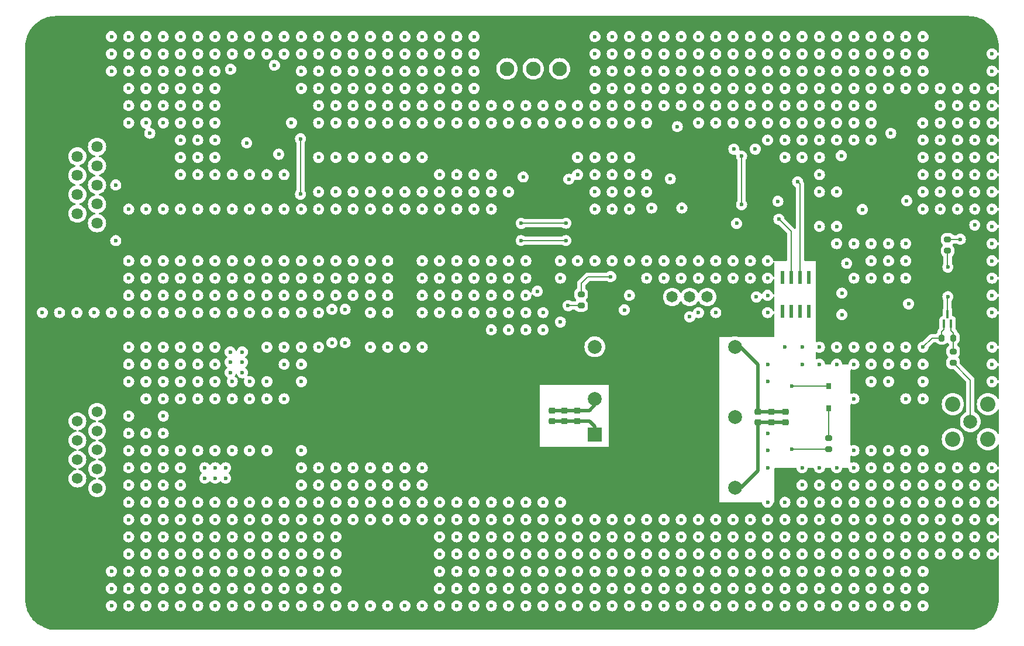
<source format=gbr>
%TF.GenerationSoftware,KiCad,Pcbnew,8.0.6*%
%TF.CreationDate,2025-05-19T10:35:06-04:00*%
%TF.ProjectId,CAEN_NEVIS_DAQ_12V,4341454e-5f4e-4455-9649-535f4441515f,rev?*%
%TF.SameCoordinates,Original*%
%TF.FileFunction,Copper,L6,Bot*%
%TF.FilePolarity,Positive*%
%FSLAX46Y46*%
G04 Gerber Fmt 4.6, Leading zero omitted, Abs format (unit mm)*
G04 Created by KiCad (PCBNEW 8.0.6) date 2025-05-19 10:35:06*
%MOMM*%
%LPD*%
G01*
G04 APERTURE LIST*
G04 Aperture macros list*
%AMRoundRect*
0 Rectangle with rounded corners*
0 $1 Rounding radius*
0 $2 $3 $4 $5 $6 $7 $8 $9 X,Y pos of 4 corners*
0 Add a 4 corners polygon primitive as box body*
4,1,4,$2,$3,$4,$5,$6,$7,$8,$9,$2,$3,0*
0 Add four circle primitives for the rounded corners*
1,1,$1+$1,$2,$3*
1,1,$1+$1,$4,$5*
1,1,$1+$1,$6,$7*
1,1,$1+$1,$8,$9*
0 Add four rect primitives between the rounded corners*
20,1,$1+$1,$2,$3,$4,$5,0*
20,1,$1+$1,$4,$5,$6,$7,0*
20,1,$1+$1,$6,$7,$8,$9,0*
20,1,$1+$1,$8,$9,$2,$3,0*%
G04 Aperture macros list end*
%TA.AperFunction,ComponentPad*%
%ADD10C,1.560000*%
%TD*%
%TA.AperFunction,ComponentPad*%
%ADD11C,4.216000*%
%TD*%
%TA.AperFunction,ComponentPad*%
%ADD12C,6.400000*%
%TD*%
%TA.AperFunction,ComponentPad*%
%ADD13C,1.650000*%
%TD*%
%TA.AperFunction,ComponentPad*%
%ADD14C,2.006600*%
%TD*%
%TA.AperFunction,ComponentPad*%
%ADD15C,2.209800*%
%TD*%
%TA.AperFunction,ComponentPad*%
%ADD16R,2.000000X2.000000*%
%TD*%
%TA.AperFunction,ComponentPad*%
%ADD17C,2.000000*%
%TD*%
%TA.AperFunction,ComponentPad*%
%ADD18C,1.635000*%
%TD*%
%TA.AperFunction,ComponentPad*%
%ADD19C,2.100000*%
%TD*%
%TA.AperFunction,SMDPad,CuDef*%
%ADD20RoundRect,0.225000X-0.250000X0.225000X-0.250000X-0.225000X0.250000X-0.225000X0.250000X0.225000X0*%
%TD*%
%TA.AperFunction,SMDPad,CuDef*%
%ADD21RoundRect,0.200000X0.200000X0.275000X-0.200000X0.275000X-0.200000X-0.275000X0.200000X-0.275000X0*%
%TD*%
%TA.AperFunction,SMDPad,CuDef*%
%ADD22R,0.711200X0.914400*%
%TD*%
%TA.AperFunction,SMDPad,CuDef*%
%ADD23RoundRect,0.200000X0.275000X-0.200000X0.275000X0.200000X-0.275000X0.200000X-0.275000X-0.200000X0*%
%TD*%
%TA.AperFunction,SMDPad,CuDef*%
%ADD24R,0.558800X1.981200*%
%TD*%
%TA.AperFunction,SMDPad,CuDef*%
%ADD25RoundRect,0.200000X-0.275000X0.200000X-0.275000X-0.200000X0.275000X-0.200000X0.275000X0.200000X0*%
%TD*%
%TA.AperFunction,SMDPad,CuDef*%
%ADD26R,0.350800X1.161200*%
%TD*%
%TA.AperFunction,ViaPad*%
%ADD27C,0.600000*%
%TD*%
%TA.AperFunction,Conductor*%
%ADD28C,0.500000*%
%TD*%
%TA.AperFunction,Conductor*%
%ADD29C,0.200000*%
%TD*%
G04 APERTURE END LIST*
D10*
%TO.P,J1,1*%
%TO.N,/V_SEC_RTN*%
X82920000Y-96870000D03*
%TO.P,J1,2*%
X82920000Y-99640000D03*
%TO.P,J1,3*%
%TO.N,unconnected-(J1-Pad3)*%
X82920000Y-102410000D03*
%TO.P,J1,4*%
%TO.N,/V_SEC_RTN*%
X82920000Y-105180000D03*
%TO.P,J1,5*%
X82920000Y-107950000D03*
%TO.P,J1,6*%
%TO.N,/V_SEC_IN*%
X80080000Y-98255000D03*
%TO.P,J1,7*%
X80080000Y-101025000D03*
%TO.P,J1,8*%
X80080000Y-103795000D03*
%TO.P,J1,9*%
X80080000Y-106565000D03*
D11*
%TO.P,J1,S1*%
%TO.N,GNDPWR*%
X81500000Y-89910000D03*
%TO.P,J1,S2*%
X81500000Y-114910000D03*
%TD*%
D12*
%TO.P,H4,1,1*%
%TO.N,GNDPWR*%
X207000000Y-123000000D03*
%TD*%
D13*
%TO.P,J10,1*%
%TO.N,Net-(J10-Pad1)*%
X166190000Y-80240000D03*
%TO.P,J10,2*%
%TO.N,Net-(U1-REMOTE)*%
X168730000Y-80240000D03*
%TO.P,J10,3*%
%TO.N,Net-(J10-Pad3)*%
X171270000Y-80240000D03*
%TD*%
D14*
%TO.P,J4,1,SIGNAL*%
%TO.N,/P12V_OUT_*%
X209360000Y-98310000D03*
D15*
%TO.P,J4,2,GND*%
%TO.N,/P12V_RTN*%
X211900000Y-95770000D03*
%TO.P,J4,3,GND*%
X206820000Y-95770000D03*
%TO.P,J4,4,GND*%
X206820000Y-100850000D03*
%TO.P,J4,5,GND*%
X211900000Y-100850000D03*
%TD*%
D12*
%TO.P,H3,1,1*%
%TO.N,GNDPWR*%
X79000000Y-123000000D03*
%TD*%
D16*
%TO.P,U1,1,+VIN*%
%TO.N,/Main_DCDC_Converter/V_SEC*%
X154980000Y-100150000D03*
D17*
%TO.P,U1,2,-VIN*%
%TO.N,Net-(U1--VIN)*%
X154980000Y-95050000D03*
%TO.P,U1,3,+VOUT*%
%TO.N,/P12V_OUT*%
X175280000Y-107850000D03*
%TO.P,U1,4,TRIM*%
%TO.N,/Main_DCDC_Converter/TRIM*%
X175280000Y-97650000D03*
%TO.P,U1,5,-VOUT*%
%TO.N,/P12V_RTN*%
X175280000Y-87450000D03*
%TO.P,U1,6,REMOTE*%
%TO.N,Net-(U1-REMOTE)*%
X154980000Y-87450000D03*
%TD*%
D12*
%TO.P,H1,1,1*%
%TO.N,GNDPWR*%
X79000000Y-44000000D03*
%TD*%
%TO.P,H2,1,1*%
%TO.N,GNDPWR*%
X207000000Y-44000000D03*
%TD*%
D18*
%TO.P,J2,1*%
%TO.N,/TEMP_MON*%
X82920000Y-69540000D03*
%TO.P,J2,2*%
%TO.N,/V_TELEM_RTN*%
X82920000Y-66770000D03*
%TO.P,J2,3*%
%TO.N,/P12V_I_MON*%
X82920000Y-64000000D03*
%TO.P,J2,4*%
%TO.N,/V_TELEM_RTN*%
X82920000Y-61230000D03*
%TO.P,J2,5*%
%TO.N,/ENABLE-*%
X82920000Y-58460000D03*
%TO.P,J2,6*%
%TO.N,/V_TELEM_RTN*%
X80080000Y-68155000D03*
%TO.P,J2,7*%
%TO.N,/P12V_V_MON*%
X80080000Y-65385000D03*
%TO.P,J2,8*%
%TO.N,/V_TELEM_RTN*%
X80080000Y-62615000D03*
%TO.P,J2,9*%
%TO.N,/ENABLE+*%
X80080000Y-59845000D03*
D11*
%TO.P,J2,S1*%
%TO.N,GNDPWR*%
X81500000Y-51500000D03*
%TO.P,J2,S2*%
X81500000Y-76500000D03*
%TD*%
D19*
%TO.P,J3,1*%
%TO.N,/V_TELEM_IN*%
X149890000Y-47150000D03*
%TO.P,J3,2*%
%TO.N,/V_TELEM_RTN*%
X146080000Y-47150000D03*
%TO.P,J3,3*%
%TO.N,/V_TELEM_IN*%
X142270000Y-47150000D03*
%TD*%
D20*
%TO.P,C2,1*%
%TO.N,Net-(U1--VIN)*%
X150600000Y-96685000D03*
%TO.P,C2,2*%
%TO.N,/Main_DCDC_Converter/V_SEC*%
X150600000Y-98235000D03*
%TD*%
D21*
%TO.P,R29,1*%
%TO.N,Net-(M3-Pad1)*%
X206875000Y-86180000D03*
%TO.P,R29,2*%
%TO.N,/V_SEC_RTN*%
X205225000Y-86180000D03*
%TD*%
D22*
%TO.P,D1,1,CATHODE*%
%TO.N,Net-(D1-CATHODE)*%
X188850000Y-96395600D03*
%TO.P,D1,2,ANODE*%
%TO.N,/P12V_RTN*%
X188850000Y-93144400D03*
%TD*%
D23*
%TO.P,R3,1*%
%TO.N,/Main_DCDC_Converter/V_SEC*%
X153000000Y-81495000D03*
%TO.P,R3,2*%
%TO.N,Net-(J10-Pad1)*%
X153000000Y-79845000D03*
%TD*%
D20*
%TO.P,C5,1*%
%TO.N,/P12V_RTN*%
X180530000Y-96895000D03*
%TO.P,C5,2*%
%TO.N,/P12V_OUT*%
X180530000Y-98445000D03*
%TD*%
D24*
%TO.P,U7,1,NC*%
%TO.N,unconnected-(U7-NC-Pad1)*%
X182135000Y-77376200D03*
%TO.P,U7,2,V+*%
%TO.N,/V_TELEM_IN*%
X183405000Y-77376200D03*
%TO.P,U7,3,V-*%
%TO.N,/Telemetry_Schematic/TEMP*%
X184675000Y-77376200D03*
%TO.P,U7,4,NC*%
%TO.N,unconnected-(U7-NC-Pad4)*%
X185945000Y-77376200D03*
%TO.P,U7,5,NC*%
%TO.N,unconnected-(U7-NC-Pad5)*%
X185945000Y-82303800D03*
%TO.P,U7,6,NC*%
%TO.N,unconnected-(U7-NC-Pad6)*%
X184675000Y-82303800D03*
%TO.P,U7,7,NC*%
%TO.N,unconnected-(U7-NC-Pad7)*%
X183405000Y-82303800D03*
%TO.P,U7,8,NC*%
%TO.N,unconnected-(U7-NC-Pad8)*%
X182135000Y-82303800D03*
%TD*%
D25*
%TO.P,R11,1*%
%TO.N,Net-(D1-CATHODE)*%
X188860000Y-100665000D03*
%TO.P,R11,2*%
%TO.N,/P12V_OUT*%
X188860000Y-102315000D03*
%TD*%
%TO.P,R27,1*%
%TO.N,/V_TELEM_IN*%
X206070000Y-71885000D03*
%TO.P,R27,2*%
%TO.N,Net-(LED1-Pad2)*%
X206070000Y-73535000D03*
%TD*%
D23*
%TO.P,R28,1*%
%TO.N,/P12V_OUT_*%
X206870000Y-89775000D03*
%TO.P,R28,2*%
%TO.N,Net-(M3-Pad1)*%
X206870000Y-88125000D03*
%TD*%
D20*
%TO.P,C1,1*%
%TO.N,Net-(U1--VIN)*%
X152400000Y-96685000D03*
%TO.P,C1,2*%
%TO.N,/Main_DCDC_Converter/V_SEC*%
X152400000Y-98235000D03*
%TD*%
%TO.P,C4,1*%
%TO.N,/P12V_RTN*%
X178580000Y-96895000D03*
%TO.P,C4,2*%
%TO.N,/P12V_OUT*%
X178580000Y-98445000D03*
%TD*%
%TO.P,C6,1*%
%TO.N,/P12V_RTN*%
X182560000Y-96875000D03*
%TO.P,C6,2*%
%TO.N,/P12V_OUT*%
X182560000Y-98425000D03*
%TD*%
%TO.P,C3,1*%
%TO.N,Net-(U1--VIN)*%
X148800000Y-96685000D03*
%TO.P,C3,2*%
%TO.N,/Main_DCDC_Converter/V_SEC*%
X148800000Y-98235000D03*
%TD*%
D26*
%TO.P,M3,1,1*%
%TO.N,Net-(M3-Pad1)*%
X206560000Y-84070000D03*
%TO.P,M3,2,2*%
%TO.N,/V_SEC_RTN*%
X205560002Y-84070000D03*
%TO.P,M3,3,3*%
%TO.N,Net-(LED1-Pad1)*%
X206060001Y-82720000D03*
%TD*%
D27*
%TO.N,/Main_DCDC_Converter/V_SEC*%
X149990000Y-83870000D03*
X151120000Y-81490000D03*
%TO.N,/P12V_OUT*%
X183520000Y-102310000D03*
%TO.N,/P12V_RTN*%
X183540000Y-93140000D03*
%TO.N,/V_SEC_RTN*%
X195000000Y-105000000D03*
X125000000Y-105000000D03*
X112500000Y-122500000D03*
X145000000Y-112500000D03*
X197500000Y-102500000D03*
X200000000Y-90000000D03*
X95000000Y-87500000D03*
X135000000Y-120000000D03*
X202500000Y-117500000D03*
X97500000Y-102500000D03*
X102500000Y-120000000D03*
X165000000Y-120000000D03*
X97500000Y-90000000D03*
X137500000Y-115000000D03*
X167500000Y-125000000D03*
X132500000Y-80000000D03*
X180000000Y-75000000D03*
X97500000Y-95000000D03*
X197500000Y-112500000D03*
X95000000Y-115000000D03*
X180000000Y-90000000D03*
X170000000Y-117500000D03*
X100000000Y-102500000D03*
X177500000Y-115000000D03*
X117500000Y-110000000D03*
X197500000Y-107500000D03*
X95000000Y-105000000D03*
X172500000Y-77500000D03*
X142500000Y-115000000D03*
X90000000Y-122500000D03*
X207500000Y-117500000D03*
X135000000Y-80000000D03*
X95000000Y-125000000D03*
X200000000Y-112500000D03*
X112500000Y-110000000D03*
X200000000Y-87500000D03*
X95000000Y-102500000D03*
X87500000Y-97500000D03*
X132500000Y-82500000D03*
X130000000Y-107500000D03*
X135000000Y-117500000D03*
X200000000Y-120000000D03*
X98527500Y-105000000D03*
X160000000Y-122500000D03*
X90000000Y-105000000D03*
X110000000Y-90000000D03*
X182500000Y-87500000D03*
X118830000Y-86880000D03*
X127500000Y-105000000D03*
X105000000Y-125000000D03*
X147500000Y-117500000D03*
X170000000Y-120000000D03*
X155000000Y-122500000D03*
X182500000Y-112500000D03*
X97500000Y-117500000D03*
X87500000Y-102500000D03*
X185000000Y-115000000D03*
X180000000Y-110000000D03*
X202500000Y-110000000D03*
X117500000Y-122500000D03*
X142500000Y-85000000D03*
X87500000Y-112500000D03*
X207500000Y-115000000D03*
X190000000Y-110000000D03*
X180000000Y-80000000D03*
X205000000Y-107500000D03*
X202500000Y-125000000D03*
X120000000Y-112500000D03*
X200000000Y-95000000D03*
X212500000Y-107500000D03*
X192500000Y-115000000D03*
X185000000Y-105000000D03*
X92500000Y-105000000D03*
X185000000Y-90000000D03*
X90000000Y-125000000D03*
X165000000Y-115000000D03*
X107500000Y-87500000D03*
X112500000Y-107500000D03*
X175000000Y-112500000D03*
X197500000Y-125000000D03*
X170000000Y-75000000D03*
X170000000Y-115000000D03*
X175000000Y-117500000D03*
X115000000Y-112500000D03*
X165000000Y-77500000D03*
X95000000Y-110000000D03*
X212500000Y-110000000D03*
X177500000Y-77500000D03*
X120000000Y-107500000D03*
X140000000Y-115000000D03*
X160000000Y-112500000D03*
X195000000Y-92500000D03*
X202500000Y-112500000D03*
X107500000Y-102500000D03*
X210000000Y-105000000D03*
X190000000Y-120000000D03*
X107500000Y-95000000D03*
X147500000Y-110000000D03*
X140000000Y-122500000D03*
X127500000Y-125000000D03*
X115000000Y-122500000D03*
X190000000Y-125000000D03*
X87500000Y-110000000D03*
X210000000Y-110000000D03*
X147500000Y-125000000D03*
X137500000Y-120000000D03*
X112500000Y-125000000D03*
X103950000Y-91210000D03*
X135000000Y-82500000D03*
X112500000Y-112500000D03*
X105000000Y-92500000D03*
X195000000Y-90000000D03*
X195000000Y-102500000D03*
X102500000Y-125000000D03*
X132500000Y-122500000D03*
X90000000Y-90000000D03*
X145000000Y-77500000D03*
X95000000Y-120000000D03*
X145000000Y-120000000D03*
X85000000Y-120000000D03*
X132500000Y-117500000D03*
X105000000Y-112500000D03*
X150000000Y-77500000D03*
X140000000Y-80000000D03*
X92500000Y-117500000D03*
X110000000Y-120000000D03*
X142500000Y-112500000D03*
X180000000Y-92500000D03*
X150000000Y-125000000D03*
X180000000Y-77500000D03*
X107500000Y-122500000D03*
X107500000Y-110000000D03*
X190000000Y-107500000D03*
X137500000Y-122500000D03*
X200000000Y-117500000D03*
X142500000Y-117500000D03*
X192500000Y-95000000D03*
X197500000Y-117500000D03*
X117500000Y-117500000D03*
X155000000Y-115000000D03*
X145000000Y-75000000D03*
X207500000Y-105000000D03*
X150000000Y-75000000D03*
X92500000Y-102500000D03*
X152500000Y-125000000D03*
X152500000Y-120000000D03*
X182500000Y-110000000D03*
X140000000Y-85000000D03*
X115000000Y-115000000D03*
X172500000Y-122500000D03*
X95000000Y-112500000D03*
X145000000Y-85000000D03*
X120000000Y-105000000D03*
X102500000Y-102500000D03*
X100000000Y-90000000D03*
X87500000Y-115000000D03*
X177500000Y-125000000D03*
X103950000Y-89710000D03*
X135000000Y-112500000D03*
X192500000Y-87500000D03*
X172500000Y-115000000D03*
X95000000Y-90000000D03*
X192500000Y-120000000D03*
X102200000Y-88210000D03*
X192500000Y-122500000D03*
X175000000Y-122500000D03*
X195000000Y-125000000D03*
X100027500Y-106500000D03*
X147500000Y-122500000D03*
X190000000Y-115000000D03*
X87500000Y-90000000D03*
X105000000Y-110000000D03*
X147500000Y-82500000D03*
X145000000Y-110000000D03*
X100000000Y-112500000D03*
X115000000Y-105000000D03*
X142500000Y-125000000D03*
X105000000Y-117500000D03*
X122500000Y-107500000D03*
X142500000Y-122500000D03*
X197500000Y-90000000D03*
X122500000Y-110000000D03*
X187500000Y-105000000D03*
X145000000Y-125000000D03*
X162500000Y-75000000D03*
X117500000Y-105000000D03*
X210000000Y-112500000D03*
X205000000Y-105000000D03*
X182500000Y-122500000D03*
X185000000Y-112500000D03*
X95000000Y-117500000D03*
X210000000Y-115000000D03*
X170000000Y-77500000D03*
X147500000Y-112500000D03*
X150000000Y-120000000D03*
X202500000Y-102500000D03*
X165000000Y-117500000D03*
X87500000Y-105000000D03*
X142500000Y-75000000D03*
X117500000Y-125000000D03*
X101527500Y-105000000D03*
X110000000Y-110000000D03*
X147500000Y-120000000D03*
X92500000Y-107500000D03*
X187500000Y-120000000D03*
X212500000Y-105000000D03*
X110000000Y-87500000D03*
X180000000Y-102500000D03*
X170000000Y-122500000D03*
X102500000Y-110000000D03*
X187500000Y-125000000D03*
X92500000Y-92500000D03*
X187500000Y-117500000D03*
X135000000Y-122500000D03*
X105000000Y-95000000D03*
X180000000Y-117500000D03*
X125000000Y-110000000D03*
X100000000Y-120000000D03*
X115000000Y-107500000D03*
X175000000Y-120000000D03*
X90000000Y-92500000D03*
X130000000Y-77500000D03*
X85000000Y-122500000D03*
X202500000Y-92500000D03*
X167500000Y-112500000D03*
X177500000Y-75000000D03*
X182500000Y-117500000D03*
X97500000Y-125000000D03*
X95000000Y-92500000D03*
X112500000Y-115000000D03*
X182500000Y-115000000D03*
X192500000Y-117500000D03*
X140000000Y-112500000D03*
X90000000Y-120000000D03*
X197500000Y-87500000D03*
X130000000Y-87500000D03*
X137500000Y-125000000D03*
X192500000Y-90000000D03*
X192500000Y-107500000D03*
X160000000Y-120000000D03*
X140000000Y-125000000D03*
X160000000Y-80000000D03*
X87500000Y-122500000D03*
X87500000Y-117500000D03*
X92500000Y-97500000D03*
X140000000Y-117500000D03*
X147500000Y-85000000D03*
X192500000Y-105000000D03*
X102200000Y-89710000D03*
X155000000Y-120000000D03*
X202500000Y-120000000D03*
X100000000Y-110000000D03*
X87500000Y-92500000D03*
X167500000Y-75000000D03*
X187500000Y-110000000D03*
X105000000Y-120000000D03*
X127500000Y-110000000D03*
X152500000Y-115000000D03*
X172500000Y-125000000D03*
X132500000Y-110000000D03*
X97500000Y-110000000D03*
X175000000Y-115000000D03*
X100000000Y-125000000D03*
X212500000Y-90000000D03*
X92500000Y-112500000D03*
X92500000Y-100000000D03*
X200000000Y-110000000D03*
X140000000Y-120000000D03*
X97500000Y-87500000D03*
X152500000Y-122500000D03*
X115000000Y-110000000D03*
X177500000Y-117500000D03*
X87500000Y-87500000D03*
X87500000Y-120000000D03*
X122500000Y-125000000D03*
X122500000Y-105000000D03*
X112500000Y-90000000D03*
X167500000Y-77500000D03*
X185000000Y-110000000D03*
X180000000Y-112500000D03*
X125000000Y-112500000D03*
X170000000Y-112500000D03*
X160000000Y-125000000D03*
X157500000Y-117500000D03*
X155000000Y-75000000D03*
X192500000Y-125000000D03*
X175000000Y-75000000D03*
X185000000Y-107500000D03*
X172500000Y-117500000D03*
X160000000Y-75000000D03*
X90000000Y-102500000D03*
X127500000Y-112500000D03*
X210000000Y-107500000D03*
X130000000Y-112500000D03*
X162500000Y-125000000D03*
X157500000Y-75000000D03*
X155000000Y-117500000D03*
X200000000Y-107500000D03*
X100000000Y-117500000D03*
X165000000Y-112500000D03*
X182500000Y-125000000D03*
X122500000Y-112500000D03*
X102500000Y-122500000D03*
X142500000Y-77500000D03*
X137500000Y-117500000D03*
X125000000Y-87500000D03*
X90000000Y-117500000D03*
X205000000Y-112500000D03*
X101527500Y-106500000D03*
X170000000Y-82500000D03*
X140000000Y-77500000D03*
X165000000Y-75000000D03*
X172500000Y-75000000D03*
X110000000Y-95000000D03*
X190000000Y-122500000D03*
X92500000Y-110000000D03*
X152500000Y-75000000D03*
X202500000Y-115000000D03*
X202500000Y-90000000D03*
X92500000Y-125000000D03*
X115000000Y-87500000D03*
X157500000Y-125000000D03*
X159260000Y-82110000D03*
X160000000Y-115000000D03*
X98527500Y-106500000D03*
X167500000Y-122500000D03*
X207500000Y-112500000D03*
X107500000Y-120000000D03*
X180000000Y-120000000D03*
X132500000Y-115000000D03*
X130000000Y-125000000D03*
X127500000Y-107500000D03*
X122500000Y-87500000D03*
X185000000Y-117500000D03*
X100027500Y-105000000D03*
X202500000Y-87500000D03*
X135000000Y-110000000D03*
X190000000Y-90000000D03*
X187500000Y-112500000D03*
X117500000Y-115000000D03*
X180000000Y-115000000D03*
X165000000Y-122500000D03*
X87500000Y-100000000D03*
X155000000Y-112500000D03*
X100000000Y-95000000D03*
X190000000Y-105000000D03*
X145000000Y-117500000D03*
X105000000Y-115000000D03*
X125000000Y-107500000D03*
X192500000Y-112500000D03*
X195000000Y-112500000D03*
X177500000Y-120000000D03*
X197500000Y-105000000D03*
X175000000Y-125000000D03*
X142500000Y-120000000D03*
X92500000Y-87500000D03*
X130000000Y-105000000D03*
X97500000Y-122500000D03*
X172500000Y-112500000D03*
X117500000Y-120000000D03*
X150000000Y-112500000D03*
X212500000Y-117500000D03*
X97500000Y-112500000D03*
X155000000Y-125000000D03*
X132500000Y-120000000D03*
X152500000Y-112500000D03*
X135000000Y-75000000D03*
X195000000Y-115000000D03*
X157500000Y-122500000D03*
X132500000Y-125000000D03*
X100000000Y-87500000D03*
X110000000Y-112500000D03*
X180000000Y-122500000D03*
X95000000Y-107500000D03*
X110000000Y-122500000D03*
X102500000Y-117500000D03*
X190000000Y-87500000D03*
X157500000Y-112500000D03*
X195000000Y-87500000D03*
X110000000Y-117500000D03*
X172500000Y-120000000D03*
X112500000Y-117500000D03*
X115000000Y-120000000D03*
X170000000Y-125000000D03*
X185000000Y-122500000D03*
X102500000Y-112500000D03*
X200000000Y-102500000D03*
X197500000Y-120000000D03*
X145000000Y-80000000D03*
X187500000Y-90000000D03*
X102500000Y-115000000D03*
X172500000Y-82500000D03*
X103950000Y-88210000D03*
X100000000Y-115000000D03*
X140000000Y-110000000D03*
X190000000Y-112500000D03*
X180000000Y-105000000D03*
X87500000Y-107500000D03*
X130000000Y-110000000D03*
X200000000Y-115000000D03*
X97500000Y-120000000D03*
X107500000Y-92500000D03*
X117500000Y-112500000D03*
X137500000Y-110000000D03*
X205000000Y-110000000D03*
X112500000Y-105000000D03*
X200000000Y-125000000D03*
X107500000Y-112500000D03*
X100000000Y-122500000D03*
X117500000Y-107500000D03*
X162500000Y-112500000D03*
X160000000Y-117500000D03*
X135000000Y-115000000D03*
X95000000Y-122500000D03*
X205000000Y-117500000D03*
X195000000Y-107500000D03*
X102500000Y-92500000D03*
X190000000Y-117500000D03*
X212500000Y-112500000D03*
X145000000Y-122500000D03*
X210000000Y-117500000D03*
X175000000Y-77500000D03*
X197500000Y-110000000D03*
X146670000Y-79410000D03*
X127500000Y-87500000D03*
X102200000Y-91210000D03*
X212500000Y-87500000D03*
X97500000Y-92500000D03*
X110000000Y-125000000D03*
X92500000Y-120000000D03*
X187500000Y-115000000D03*
X92500000Y-95000000D03*
X145000000Y-115000000D03*
X202500000Y-107500000D03*
X200000000Y-122500000D03*
X202500000Y-95000000D03*
X90000000Y-107500000D03*
X116930000Y-86880000D03*
X197500000Y-92500000D03*
X162500000Y-117500000D03*
X112500000Y-102500000D03*
X105000000Y-102500000D03*
X207500000Y-110000000D03*
X150000000Y-110000000D03*
X90000000Y-112500000D03*
X137500000Y-82500000D03*
X142500000Y-110000000D03*
X177500000Y-122500000D03*
X162500000Y-77500000D03*
X112500000Y-87500000D03*
X157500000Y-115000000D03*
X212500000Y-115000000D03*
X137500000Y-80000000D03*
X205000000Y-115000000D03*
X137500000Y-112500000D03*
X130000000Y-82500000D03*
X132500000Y-112500000D03*
X92500000Y-90000000D03*
X212500000Y-92500000D03*
X130000000Y-75000000D03*
X180000000Y-82500000D03*
X107500000Y-125000000D03*
X90000000Y-95000000D03*
X90000000Y-115000000D03*
X112500000Y-92500000D03*
X195000000Y-120000000D03*
X182500000Y-120000000D03*
X150000000Y-115000000D03*
X162500000Y-120000000D03*
X185000000Y-120000000D03*
X135000000Y-125000000D03*
X202500000Y-122500000D03*
X107500000Y-117500000D03*
X97500000Y-115000000D03*
X197500000Y-115000000D03*
X130000000Y-80000000D03*
X115000000Y-125000000D03*
X100000000Y-92500000D03*
X120000000Y-110000000D03*
X142500000Y-80000000D03*
X115000000Y-117500000D03*
X162500000Y-122500000D03*
X125000000Y-125000000D03*
X90000000Y-87500000D03*
X120000000Y-125000000D03*
X207500000Y-107500000D03*
X187500000Y-87500000D03*
X180000000Y-125000000D03*
X145000000Y-82500000D03*
X110000000Y-115000000D03*
X180000000Y-100000000D03*
X167500000Y-120000000D03*
X132500000Y-75000000D03*
X192500000Y-102500000D03*
X165000000Y-125000000D03*
X140000000Y-82500000D03*
X195000000Y-110000000D03*
X92500000Y-122500000D03*
X92500000Y-115000000D03*
X90000000Y-100000000D03*
X112500000Y-120000000D03*
X137500000Y-75000000D03*
X150000000Y-122500000D03*
X187500000Y-122500000D03*
X187500000Y-107500000D03*
X135000000Y-77500000D03*
X90000000Y-110000000D03*
X162500000Y-115000000D03*
X185000000Y-87500000D03*
X197500000Y-122500000D03*
X107500000Y-115000000D03*
X195000000Y-117500000D03*
X137500000Y-77500000D03*
X102500000Y-95000000D03*
X105000000Y-122500000D03*
X178380000Y-80220000D03*
X167500000Y-117500000D03*
X167500000Y-115000000D03*
X87500000Y-125000000D03*
X185000000Y-125000000D03*
X202500000Y-105000000D03*
X140000000Y-75000000D03*
X150000000Y-117500000D03*
X147500000Y-115000000D03*
X157500000Y-120000000D03*
X177500000Y-112500000D03*
X132500000Y-77500000D03*
X200000000Y-105000000D03*
X85000000Y-125000000D03*
X152500000Y-117500000D03*
X142500000Y-82500000D03*
X192500000Y-110000000D03*
X95000000Y-95000000D03*
X195000000Y-122500000D03*
%TO.N,GNDPWR*%
X175355000Y-83250000D03*
%TO.N,/V_TELEM_RTN*%
X116930000Y-82030000D03*
X115000000Y-77500000D03*
X160000000Y-65000000D03*
X145000000Y-52500000D03*
X180000000Y-52500000D03*
X87500000Y-52500000D03*
X95000000Y-82500000D03*
X92500000Y-80000000D03*
X87500000Y-45000000D03*
X212500000Y-82500000D03*
X202500000Y-50000000D03*
X137500000Y-55000000D03*
X192500000Y-50000000D03*
X175000000Y-50000000D03*
X90000000Y-42500000D03*
X155000000Y-45000000D03*
X157500000Y-55000000D03*
X112500000Y-42500000D03*
X132500000Y-47500000D03*
X105000000Y-62500000D03*
X190000000Y-50000000D03*
X187500000Y-50000000D03*
X125000000Y-45000000D03*
X207500000Y-52500000D03*
X130000000Y-60000000D03*
X120000000Y-52500000D03*
X122500000Y-75000000D03*
X95000000Y-75000000D03*
X180000000Y-55000000D03*
X110000000Y-67500000D03*
X202500000Y-42500000D03*
X162500000Y-47500000D03*
X212500000Y-47500000D03*
X202471400Y-55012500D03*
X137500000Y-62500000D03*
X185000000Y-50000000D03*
X137500000Y-65000000D03*
X167500000Y-47500000D03*
X100000000Y-50000000D03*
X135000000Y-47500000D03*
X105000000Y-82500000D03*
X207500000Y-60000000D03*
X200000000Y-77500000D03*
X147500000Y-52500000D03*
X155000000Y-47500000D03*
X165906200Y-63115000D03*
X122500000Y-82500000D03*
X195000000Y-52500000D03*
X118840000Y-82040000D03*
X100000000Y-67500000D03*
X167500000Y-42500000D03*
X125000000Y-52500000D03*
X157500000Y-52500000D03*
X117500000Y-65000000D03*
X212500000Y-67500000D03*
X175000000Y-52500000D03*
X210000000Y-65000000D03*
X120000000Y-67500000D03*
X205000000Y-50000000D03*
X197500000Y-42500000D03*
X160000000Y-42500000D03*
X197500000Y-47500000D03*
X100000000Y-62500000D03*
X127500000Y-55000000D03*
X97500000Y-75000000D03*
X140000000Y-67500000D03*
X205000000Y-65000000D03*
X102500000Y-77500000D03*
X166926200Y-55545000D03*
X90000000Y-75000000D03*
X87500000Y-67500000D03*
X117500000Y-50000000D03*
X90000000Y-80000000D03*
X200420000Y-81240000D03*
X191450000Y-75370000D03*
X212500000Y-77500000D03*
X137500000Y-50000000D03*
X95000000Y-67500000D03*
X160000000Y-60000000D03*
X200000000Y-75000000D03*
X187500000Y-60000000D03*
X170000000Y-45000000D03*
X197500000Y-77500000D03*
X80000000Y-82500000D03*
X115000000Y-65000000D03*
X162500000Y-42500000D03*
X210000000Y-62500000D03*
X205000000Y-67500000D03*
X192500000Y-47500000D03*
X187500000Y-62500000D03*
X117500000Y-80000000D03*
X110000000Y-75000000D03*
X190000000Y-52500000D03*
X205000000Y-55000000D03*
X192500000Y-72500000D03*
X155000000Y-62500000D03*
X110000000Y-45000000D03*
X178210000Y-58800000D03*
X155000000Y-52500000D03*
X102500000Y-82500000D03*
X182500000Y-42500000D03*
X182500000Y-45000000D03*
X177500000Y-47500000D03*
X97500000Y-60000000D03*
X157500000Y-60000000D03*
X122500000Y-55000000D03*
X207500000Y-57500000D03*
X127500000Y-45000000D03*
X210000000Y-52500000D03*
X190000000Y-57500000D03*
X212500000Y-65000000D03*
X135000000Y-45000000D03*
X120000000Y-45000000D03*
X145000000Y-55000000D03*
X205000000Y-60000000D03*
X135000000Y-50000000D03*
X112500000Y-50000000D03*
X120000000Y-50000000D03*
X135000000Y-67500000D03*
X95000000Y-57500000D03*
X162500000Y-62500000D03*
X167500000Y-45000000D03*
X182500000Y-52500000D03*
X120000000Y-47500000D03*
X197500000Y-50000000D03*
X97500000Y-47500000D03*
X115000000Y-45000000D03*
X200000000Y-42500000D03*
X185000000Y-60000000D03*
X210000000Y-67500000D03*
X190000000Y-47500000D03*
X125000000Y-55000000D03*
X165000000Y-47500000D03*
X112500000Y-77500000D03*
X165000000Y-45000000D03*
X95000000Y-55000000D03*
X110000000Y-82500000D03*
X172500000Y-50000000D03*
X190000000Y-72500000D03*
X182500000Y-50000000D03*
X187500000Y-65000000D03*
X92500000Y-67500000D03*
X85000000Y-42500000D03*
X95000000Y-52500000D03*
X85000000Y-82500000D03*
X160000000Y-62500000D03*
X90000000Y-55000000D03*
X102500000Y-80000000D03*
X175000000Y-45000000D03*
X142500000Y-52500000D03*
X112500000Y-45000000D03*
X207500000Y-65000000D03*
X100000000Y-60000000D03*
X152500000Y-55000000D03*
X130000000Y-45000000D03*
X175000000Y-42500000D03*
X105000000Y-45000000D03*
X97500000Y-50000000D03*
X97500000Y-77500000D03*
X140000000Y-52500000D03*
X212500000Y-72500000D03*
X107500000Y-75000000D03*
X182500000Y-57500000D03*
X82500000Y-82500000D03*
X135000000Y-42500000D03*
X181490000Y-66370000D03*
X115000000Y-75000000D03*
X180000000Y-47500000D03*
X125000000Y-47500000D03*
X100000000Y-42500000D03*
X87500000Y-50000000D03*
X120000000Y-55000000D03*
X115000000Y-50000000D03*
X130000000Y-67500000D03*
X92500000Y-47500000D03*
X165000000Y-50000000D03*
X125000000Y-77500000D03*
X100000000Y-52500000D03*
X192500000Y-77500000D03*
X200000000Y-45000000D03*
X190000000Y-55000000D03*
X160000000Y-55000000D03*
X190750000Y-82800000D03*
X195000000Y-45000000D03*
X132500000Y-62500000D03*
X95000000Y-62500000D03*
X205000000Y-57500000D03*
X100000000Y-45000000D03*
X87500000Y-80000000D03*
X212500000Y-75000000D03*
X165000000Y-42500000D03*
X157500000Y-67500000D03*
X157500000Y-65000000D03*
X180000000Y-45000000D03*
X130000000Y-42500000D03*
X202500000Y-47500000D03*
X185000000Y-47500000D03*
X112500000Y-75000000D03*
X97500000Y-82500000D03*
X155000000Y-50000000D03*
X195000000Y-42500000D03*
X102500000Y-45000000D03*
X130000000Y-50000000D03*
X122500000Y-67500000D03*
X97500000Y-55000000D03*
X205000000Y-52500000D03*
X212500000Y-45000000D03*
X182500000Y-55000000D03*
X92500000Y-52500000D03*
X142500000Y-65000000D03*
X117500000Y-67500000D03*
X202500000Y-57500000D03*
X185000000Y-45000000D03*
X170000000Y-47500000D03*
X75000000Y-82500000D03*
X172500000Y-52500000D03*
X117500000Y-60000000D03*
X110000000Y-62500000D03*
X135000000Y-52500000D03*
X195000000Y-72500000D03*
X90000000Y-45000000D03*
X117500000Y-75000000D03*
X100000000Y-75000000D03*
X92500000Y-42500000D03*
X160000000Y-52500000D03*
X122500000Y-65000000D03*
X187500000Y-45000000D03*
X111068500Y-55000000D03*
X140000000Y-62500000D03*
X122500000Y-45000000D03*
X127500000Y-65000000D03*
X122500000Y-42500000D03*
X207500000Y-62500000D03*
X155000000Y-42500000D03*
X167500000Y-52500000D03*
X212500000Y-52500000D03*
X197500000Y-75000000D03*
X100000000Y-80000000D03*
X177500000Y-45000000D03*
X125000000Y-80000000D03*
X97500000Y-67500000D03*
X157500000Y-47500000D03*
X100000000Y-77500000D03*
X112500000Y-67500000D03*
X110000000Y-80000000D03*
X177500000Y-55000000D03*
X197500000Y-45000000D03*
X107500000Y-62500000D03*
X102500000Y-67500000D03*
X87500000Y-47500000D03*
X210000000Y-50000000D03*
X170000000Y-52500000D03*
X117500000Y-47500000D03*
X187500000Y-55000000D03*
X132500000Y-65000000D03*
X170000000Y-50000000D03*
X165000000Y-52500000D03*
X195000000Y-47500000D03*
X100000000Y-82500000D03*
X77500000Y-82500000D03*
X122500000Y-60000000D03*
X110000000Y-77500000D03*
X92500000Y-55000000D03*
X100000000Y-47500000D03*
X115000000Y-42500000D03*
X210000000Y-55000000D03*
X127500000Y-52500000D03*
X95000000Y-50000000D03*
X212500000Y-57500000D03*
X167500000Y-50000000D03*
X125000000Y-75000000D03*
X172500000Y-45000000D03*
X135000000Y-55000000D03*
X135000000Y-65000000D03*
X132500000Y-52500000D03*
X95000000Y-42500000D03*
X107500000Y-82500000D03*
X95000000Y-45000000D03*
X87500000Y-55000000D03*
X193731400Y-67562500D03*
X192500000Y-45000000D03*
X117500000Y-45000000D03*
X122500000Y-80000000D03*
X125000000Y-67500000D03*
X127500000Y-50000000D03*
X155000000Y-55000000D03*
X155000000Y-65000000D03*
X115000000Y-47500000D03*
X212500000Y-55000000D03*
X170000000Y-55000000D03*
X144620000Y-62840000D03*
X107500000Y-80000000D03*
X115000000Y-55000000D03*
X160000000Y-47500000D03*
X212500000Y-60000000D03*
X105000000Y-67500000D03*
X105000000Y-77500000D03*
X117500000Y-55000000D03*
X162500000Y-50000000D03*
X212500000Y-50000000D03*
X109220000Y-59540000D03*
X102500000Y-42500000D03*
X125000000Y-82500000D03*
X87500000Y-75000000D03*
X207500000Y-67500000D03*
X107500000Y-67500000D03*
X122500000Y-47500000D03*
X95000000Y-80000000D03*
X162500000Y-52500000D03*
X185000000Y-57500000D03*
X212500000Y-70000000D03*
X200000000Y-50000000D03*
X115000000Y-82500000D03*
X137500000Y-52500000D03*
X125000000Y-50000000D03*
X97500000Y-42500000D03*
X172500000Y-42500000D03*
X192500000Y-55000000D03*
X115000000Y-60000000D03*
X120000000Y-75000000D03*
X152500000Y-62500000D03*
X102500000Y-75000000D03*
X195000000Y-75000000D03*
X187500000Y-70000000D03*
X92500000Y-50000000D03*
X202500000Y-65000000D03*
X177500000Y-50000000D03*
X95000000Y-77500000D03*
X180000000Y-42500000D03*
X90000000Y-52500000D03*
X175000000Y-55000000D03*
X192500000Y-52500000D03*
X157500000Y-45000000D03*
X125000000Y-65000000D03*
X90000000Y-82500000D03*
X117500000Y-42500000D03*
X130000000Y-55000000D03*
X115000000Y-80000000D03*
X132500000Y-45000000D03*
X170000000Y-42500000D03*
X192500000Y-57500000D03*
X92500000Y-77500000D03*
X212500000Y-80000000D03*
X125000000Y-42500000D03*
X192500000Y-42500000D03*
X187500000Y-42500000D03*
X187500000Y-47500000D03*
X190671400Y-59752500D03*
X127500000Y-42500000D03*
X90000000Y-77500000D03*
X105000000Y-80000000D03*
X97500000Y-80000000D03*
X162500000Y-55000000D03*
X187500000Y-52500000D03*
X157500000Y-42500000D03*
X132500000Y-42500000D03*
X95000000Y-60000000D03*
X132500000Y-55000000D03*
X90550000Y-56500000D03*
X162500000Y-45000000D03*
X150000000Y-55000000D03*
X162500000Y-65000000D03*
X155000000Y-60000000D03*
X163210000Y-67340000D03*
X190000000Y-45000000D03*
X200000000Y-72500000D03*
X190000000Y-42500000D03*
X102500000Y-62500000D03*
X190000000Y-65000000D03*
X107500000Y-45000000D03*
X130000000Y-52500000D03*
X212500000Y-62500000D03*
X120000000Y-42500000D03*
X195000000Y-77500000D03*
X185000000Y-52500000D03*
X172500000Y-47500000D03*
X177500000Y-52500000D03*
X157500000Y-62500000D03*
X97500000Y-62500000D03*
X207500000Y-55000000D03*
X127500000Y-67500000D03*
X195000000Y-55000000D03*
X180000000Y-57500000D03*
X177500000Y-42500000D03*
X137500000Y-42500000D03*
X120000000Y-60000000D03*
X130000000Y-65000000D03*
X137500000Y-45000000D03*
X185000000Y-55000000D03*
X157500000Y-50000000D03*
X85000000Y-45000000D03*
X155000000Y-67500000D03*
X142500000Y-55000000D03*
X182500000Y-60000000D03*
X202500000Y-67500000D03*
X92500000Y-82500000D03*
X187500000Y-57500000D03*
X97500000Y-52500000D03*
X132500000Y-67500000D03*
X160000000Y-45000000D03*
X122500000Y-52500000D03*
X210000000Y-57500000D03*
X175510000Y-69570000D03*
X105000000Y-75000000D03*
X152500000Y-52500000D03*
X207500000Y-50000000D03*
X210000000Y-60000000D03*
X150000000Y-52500000D03*
X160000000Y-50000000D03*
X97500000Y-45000000D03*
X92500000Y-75000000D03*
X107500000Y-77500000D03*
X190000000Y-70000000D03*
X107500000Y-42500000D03*
X200000000Y-47500000D03*
X140000000Y-65000000D03*
X115000000Y-52500000D03*
X132500000Y-50000000D03*
X202500000Y-62500000D03*
X172500000Y-55000000D03*
X137500000Y-67500000D03*
X130000000Y-47500000D03*
X202500000Y-60000000D03*
X197500000Y-72500000D03*
X195000000Y-50000000D03*
X105000000Y-42500000D03*
X90000000Y-50000000D03*
X117500000Y-77500000D03*
X92500000Y-45000000D03*
X120000000Y-80000000D03*
X185000000Y-42500000D03*
X127500000Y-47500000D03*
X140000000Y-55000000D03*
X180000000Y-50000000D03*
X112500000Y-82500000D03*
X120000000Y-77500000D03*
X137500000Y-47500000D03*
X108598500Y-46660000D03*
X112500000Y-47500000D03*
X182500000Y-47500000D03*
X195000000Y-57500000D03*
X90000000Y-47500000D03*
X100000000Y-55000000D03*
X122500000Y-77500000D03*
X87500000Y-77500000D03*
X120000000Y-65000000D03*
X202500000Y-45000000D03*
X147500000Y-55000000D03*
X115000000Y-67500000D03*
X127500000Y-60000000D03*
X85000000Y-47500000D03*
X135000000Y-62500000D03*
X205000000Y-62500000D03*
X87500000Y-42500000D03*
X112500000Y-80000000D03*
X90000000Y-67500000D03*
X100000000Y-57500000D03*
X87500000Y-82500000D03*
X175000000Y-47500000D03*
X95000000Y-47500000D03*
X117500000Y-52500000D03*
X160000000Y-67500000D03*
X122500000Y-50000000D03*
X125000000Y-60000000D03*
X97500000Y-57500000D03*
X152500000Y-60000000D03*
X110000000Y-42500000D03*
%TO.N,/V_TELEM_IN*%
X151230000Y-63170000D03*
X207910000Y-71880000D03*
X102248500Y-47230000D03*
X200141400Y-66290000D03*
X181640000Y-68960000D03*
%TO.N,/Enable_Block/3p3V*%
X104588500Y-57910000D03*
%TO.N,/Telemetry_Schematic/3p3V*%
X197830000Y-56502500D03*
X190750000Y-79680000D03*
X175120000Y-58810000D03*
%TO.N,Net-(U6B-B_OUT)*%
X176230000Y-59830000D03*
X176230000Y-66850000D03*
%TO.N,/P12V_OUT_*%
X210000000Y-69810000D03*
X167590000Y-67330000D03*
%TO.N,Net-(J10-Pad1)*%
X157290000Y-77300000D03*
%TO.N,Net-(U1-REMOTE)*%
X168720000Y-83110000D03*
%TO.N,/P12V_I_MON*%
X150790000Y-72060000D03*
X85630000Y-64000000D03*
X144320000Y-72060000D03*
X85630000Y-72070000D03*
%TO.N,/P12V_V_MON*%
X112370000Y-65340000D03*
X112370000Y-57300000D03*
%TO.N,/Telemetry_Schematic/TEMP*%
X184354579Y-63542511D03*
%TO.N,/TEMP_MON*%
X150820000Y-69550000D03*
X144340000Y-69560000D03*
%TO.N,Net-(LED1-Pad2)*%
X206100000Y-75910000D03*
%TO.N,Net-(LED1-Pad1)*%
X206100000Y-80200000D03*
%TD*%
D28*
%TO.N,/Main_DCDC_Converter/V_SEC*%
X150600000Y-98235000D02*
X148800000Y-98235000D01*
X154980000Y-99000000D02*
X154980000Y-100150000D01*
D29*
X151120000Y-81490000D02*
X152995000Y-81490000D01*
D28*
X154215000Y-98235000D02*
X154980000Y-99000000D01*
X152400000Y-98235000D02*
X154215000Y-98235000D01*
D29*
X152995000Y-81490000D02*
X153000000Y-81495000D01*
D28*
X152400000Y-98235000D02*
X150600000Y-98235000D01*
%TO.N,Net-(U1--VIN)*%
X152400000Y-96685000D02*
X150600000Y-96685000D01*
X152400000Y-96685000D02*
X154175000Y-96685000D01*
X154980000Y-95880000D02*
X154980000Y-95050000D01*
X150600000Y-96685000D02*
X148800000Y-96685000D01*
X154175000Y-96685000D02*
X154980000Y-95880000D01*
%TO.N,/P12V_OUT*%
X178580000Y-98445000D02*
X178580000Y-105420000D01*
D29*
X176150000Y-107850000D02*
X175280000Y-107850000D01*
D28*
X182540000Y-98445000D02*
X182560000Y-98425000D01*
X178580000Y-98445000D02*
X182540000Y-98445000D01*
X178580000Y-105420000D02*
X176150000Y-107850000D01*
D29*
X188860000Y-102315000D02*
X183525000Y-102315000D01*
X183525000Y-102315000D02*
X183520000Y-102310000D01*
%TO.N,/P12V_RTN*%
X188850000Y-93144400D02*
X183544400Y-93144400D01*
X183544400Y-93144400D02*
X183540000Y-93140000D01*
D28*
X182540000Y-96895000D02*
X182560000Y-96875000D01*
D29*
X176050000Y-87450000D02*
X175280000Y-87450000D01*
D28*
X178580000Y-96895000D02*
X182540000Y-96895000D01*
X178580000Y-96895000D02*
X178580000Y-89980000D01*
X178580000Y-89980000D02*
X176050000Y-87450000D01*
D29*
%TO.N,/V_SEC_RTN*%
X203820000Y-86180000D02*
X202500000Y-87500000D01*
X205225000Y-86180000D02*
X205225000Y-85265000D01*
X205225000Y-85265000D02*
X205560002Y-84929998D01*
X205225000Y-86180000D02*
X203820000Y-86180000D01*
X205560002Y-84929998D02*
X205560002Y-84070000D01*
%TO.N,/V_TELEM_IN*%
X206070000Y-71885000D02*
X207905000Y-71885000D01*
X183405000Y-77376200D02*
X183405000Y-70725000D01*
X183405000Y-70725000D02*
X181640000Y-68960000D01*
X207905000Y-71885000D02*
X207910000Y-71880000D01*
%TO.N,Net-(U6B-B_OUT)*%
X176230000Y-59830000D02*
X176230000Y-66850000D01*
%TO.N,Net-(D1-CATHODE)*%
X188860000Y-100665000D02*
X188860000Y-96405600D01*
X188860000Y-96405600D02*
X188850000Y-96395600D01*
%TO.N,/P12V_OUT_*%
X206870000Y-89775000D02*
X209360000Y-92265000D01*
X209360000Y-92265000D02*
X209360000Y-98310000D01*
%TO.N,Net-(J10-Pad1)*%
X153000000Y-78280000D02*
X153000000Y-79845000D01*
X153980000Y-77300000D02*
X153000000Y-78280000D01*
X157290000Y-77300000D02*
X153980000Y-77300000D01*
%TO.N,/P12V_I_MON*%
X85640000Y-72060000D02*
X85630000Y-72070000D01*
X150790000Y-72060000D02*
X144320000Y-72060000D01*
%TO.N,/P12V_V_MON*%
X112370000Y-57300000D02*
X112370000Y-65340000D01*
%TO.N,/Telemetry_Schematic/TEMP*%
X184675000Y-63865000D02*
X184350000Y-63540000D01*
X184675000Y-77376200D02*
X184675000Y-63865000D01*
%TO.N,/TEMP_MON*%
X150820000Y-69550000D02*
X144350000Y-69550000D01*
X144350000Y-69550000D02*
X144340000Y-69560000D01*
%TO.N,Net-(LED1-Pad2)*%
X206070000Y-75880000D02*
X206100000Y-75910000D01*
X206070000Y-73535000D02*
X206070000Y-75880000D01*
%TO.N,Net-(LED1-Pad1)*%
X206060001Y-80239999D02*
X206100000Y-80200000D01*
X206060001Y-82720000D02*
X206060001Y-80239999D01*
%TO.N,Net-(M3-Pad1)*%
X206870000Y-88125000D02*
X206870000Y-86185000D01*
X206870000Y-86185000D02*
X206875000Y-86180000D01*
X206875000Y-86180000D02*
X206875000Y-85425000D01*
X206875000Y-85425000D02*
X206560000Y-85110000D01*
X206560000Y-85110000D02*
X206560000Y-84070000D01*
%TD*%
%TA.AperFunction,Conductor*%
%TO.N,GNDPWR*%
G36*
X209002702Y-39500617D02*
G01*
X209386771Y-39517386D01*
X209397506Y-39518326D01*
X209775971Y-39568152D01*
X209786597Y-39570025D01*
X210159284Y-39652648D01*
X210169710Y-39655442D01*
X210533765Y-39770227D01*
X210543911Y-39773920D01*
X210896578Y-39920000D01*
X210906369Y-39924566D01*
X211244942Y-40100816D01*
X211254310Y-40106224D01*
X211576244Y-40311318D01*
X211585105Y-40317523D01*
X211887930Y-40549889D01*
X211896217Y-40556843D01*
X212177635Y-40814715D01*
X212185284Y-40822364D01*
X212443156Y-41103782D01*
X212450110Y-41112069D01*
X212682476Y-41414894D01*
X212688681Y-41423755D01*
X212893775Y-41745689D01*
X212899183Y-41755057D01*
X213075430Y-42093623D01*
X213080002Y-42103427D01*
X213226075Y-42456078D01*
X213229775Y-42466244D01*
X213344554Y-42830278D01*
X213347354Y-42840727D01*
X213429971Y-43213389D01*
X213431849Y-43224042D01*
X213481671Y-43602473D01*
X213482614Y-43613249D01*
X213499382Y-43997297D01*
X213499500Y-44002706D01*
X213499500Y-44702885D01*
X213479815Y-44769924D01*
X213427011Y-44815679D01*
X213357853Y-44825623D01*
X213294297Y-44796598D01*
X213258459Y-44743840D01*
X213225790Y-44650480D01*
X213225789Y-44650478D01*
X213129816Y-44497738D01*
X213002262Y-44370184D01*
X212849523Y-44274211D01*
X212679254Y-44214631D01*
X212679249Y-44214630D01*
X212500004Y-44194435D01*
X212499996Y-44194435D01*
X212320750Y-44214630D01*
X212320745Y-44214631D01*
X212150476Y-44274211D01*
X211997737Y-44370184D01*
X211870184Y-44497737D01*
X211774211Y-44650476D01*
X211714631Y-44820745D01*
X211714630Y-44820750D01*
X211694435Y-44999996D01*
X211694435Y-45000003D01*
X211714630Y-45179249D01*
X211714631Y-45179254D01*
X211774211Y-45349523D01*
X211870184Y-45502262D01*
X211997738Y-45629816D01*
X212150478Y-45725789D01*
X212260316Y-45764223D01*
X212320745Y-45785368D01*
X212320750Y-45785369D01*
X212499996Y-45805565D01*
X212500000Y-45805565D01*
X212500004Y-45805565D01*
X212679249Y-45785369D01*
X212679252Y-45785368D01*
X212679255Y-45785368D01*
X212849522Y-45725789D01*
X213002262Y-45629816D01*
X213129816Y-45502262D01*
X213225789Y-45349522D01*
X213258458Y-45256160D01*
X213299180Y-45199383D01*
X213364133Y-45173636D01*
X213432694Y-45187092D01*
X213483097Y-45235479D01*
X213499500Y-45297114D01*
X213499500Y-47202885D01*
X213479815Y-47269924D01*
X213427011Y-47315679D01*
X213357853Y-47325623D01*
X213294297Y-47296598D01*
X213258459Y-47243840D01*
X213225790Y-47150480D01*
X213225789Y-47150478D01*
X213129816Y-46997738D01*
X213002262Y-46870184D01*
X212953039Y-46839255D01*
X212849523Y-46774211D01*
X212679254Y-46714631D01*
X212679249Y-46714630D01*
X212500004Y-46694435D01*
X212499996Y-46694435D01*
X212320750Y-46714630D01*
X212320745Y-46714631D01*
X212150476Y-46774211D01*
X211997737Y-46870184D01*
X211870184Y-46997737D01*
X211774211Y-47150476D01*
X211714631Y-47320745D01*
X211714630Y-47320750D01*
X211694435Y-47499996D01*
X211694435Y-47500003D01*
X211714630Y-47679249D01*
X211714631Y-47679254D01*
X211774211Y-47849523D01*
X211780679Y-47859816D01*
X211870184Y-48002262D01*
X211997738Y-48129816D01*
X212150478Y-48225789D01*
X212320745Y-48285368D01*
X212320750Y-48285369D01*
X212499996Y-48305565D01*
X212500000Y-48305565D01*
X212500004Y-48305565D01*
X212679249Y-48285369D01*
X212679252Y-48285368D01*
X212679255Y-48285368D01*
X212849522Y-48225789D01*
X213002262Y-48129816D01*
X213129816Y-48002262D01*
X213225789Y-47849522D01*
X213258458Y-47756160D01*
X213299180Y-47699383D01*
X213364133Y-47673636D01*
X213432694Y-47687092D01*
X213483097Y-47735479D01*
X213499500Y-47797114D01*
X213499500Y-49702885D01*
X213479815Y-49769924D01*
X213427011Y-49815679D01*
X213357853Y-49825623D01*
X213294297Y-49796598D01*
X213258459Y-49743840D01*
X213225790Y-49650480D01*
X213225789Y-49650478D01*
X213129816Y-49497738D01*
X213002262Y-49370184D01*
X212849523Y-49274211D01*
X212679254Y-49214631D01*
X212679249Y-49214630D01*
X212500004Y-49194435D01*
X212499996Y-49194435D01*
X212320750Y-49214630D01*
X212320745Y-49214631D01*
X212150476Y-49274211D01*
X211997737Y-49370184D01*
X211870184Y-49497737D01*
X211774211Y-49650476D01*
X211714631Y-49820745D01*
X211714630Y-49820750D01*
X211694435Y-49999996D01*
X211694435Y-50000003D01*
X211714630Y-50179249D01*
X211714631Y-50179254D01*
X211774211Y-50349523D01*
X211870184Y-50502262D01*
X211997738Y-50629816D01*
X212150478Y-50725789D01*
X212320745Y-50785368D01*
X212320750Y-50785369D01*
X212499996Y-50805565D01*
X212500000Y-50805565D01*
X212500004Y-50805565D01*
X212679249Y-50785369D01*
X212679252Y-50785368D01*
X212679255Y-50785368D01*
X212849522Y-50725789D01*
X213002262Y-50629816D01*
X213129816Y-50502262D01*
X213225789Y-50349522D01*
X213258458Y-50256160D01*
X213299180Y-50199383D01*
X213364133Y-50173636D01*
X213432694Y-50187092D01*
X213483097Y-50235479D01*
X213499500Y-50297114D01*
X213499500Y-52202885D01*
X213479815Y-52269924D01*
X213427011Y-52315679D01*
X213357853Y-52325623D01*
X213294297Y-52296598D01*
X213258459Y-52243840D01*
X213225790Y-52150480D01*
X213225789Y-52150478D01*
X213129816Y-51997738D01*
X213002262Y-51870184D01*
X212849523Y-51774211D01*
X212679254Y-51714631D01*
X212679249Y-51714630D01*
X212500004Y-51694435D01*
X212499996Y-51694435D01*
X212320750Y-51714630D01*
X212320745Y-51714631D01*
X212150476Y-51774211D01*
X211997737Y-51870184D01*
X211870184Y-51997737D01*
X211774211Y-52150476D01*
X211714631Y-52320745D01*
X211714630Y-52320750D01*
X211694435Y-52499996D01*
X211694435Y-52500003D01*
X211714630Y-52679249D01*
X211714631Y-52679254D01*
X211774211Y-52849523D01*
X211870184Y-53002262D01*
X211997738Y-53129816D01*
X212150478Y-53225789D01*
X212320745Y-53285368D01*
X212320750Y-53285369D01*
X212499996Y-53305565D01*
X212500000Y-53305565D01*
X212500004Y-53305565D01*
X212679249Y-53285369D01*
X212679252Y-53285368D01*
X212679255Y-53285368D01*
X212849522Y-53225789D01*
X213002262Y-53129816D01*
X213129816Y-53002262D01*
X213225789Y-52849522D01*
X213258458Y-52756160D01*
X213299180Y-52699383D01*
X213364133Y-52673636D01*
X213432694Y-52687092D01*
X213483097Y-52735479D01*
X213499500Y-52797114D01*
X213499500Y-54702885D01*
X213479815Y-54769924D01*
X213427011Y-54815679D01*
X213357853Y-54825623D01*
X213294297Y-54796598D01*
X213258459Y-54743840D01*
X213225790Y-54650480D01*
X213225789Y-54650478D01*
X213129816Y-54497738D01*
X213002262Y-54370184D01*
X212869416Y-54286711D01*
X212849523Y-54274211D01*
X212679254Y-54214631D01*
X212679249Y-54214630D01*
X212500004Y-54194435D01*
X212499996Y-54194435D01*
X212320750Y-54214630D01*
X212320745Y-54214631D01*
X212150476Y-54274211D01*
X211997737Y-54370184D01*
X211870184Y-54497737D01*
X211774211Y-54650476D01*
X211714631Y-54820745D01*
X211714630Y-54820750D01*
X211694435Y-54999996D01*
X211694435Y-55000003D01*
X211714630Y-55179249D01*
X211714631Y-55179254D01*
X211774211Y-55349523D01*
X211870184Y-55502262D01*
X211997738Y-55629816D01*
X212017630Y-55642315D01*
X212148036Y-55724255D01*
X212150478Y-55725789D01*
X212288860Y-55774211D01*
X212320745Y-55785368D01*
X212320750Y-55785369D01*
X212499996Y-55805565D01*
X212500000Y-55805565D01*
X212500004Y-55805565D01*
X212679249Y-55785369D01*
X212679252Y-55785368D01*
X212679255Y-55785368D01*
X212849522Y-55725789D01*
X213002262Y-55629816D01*
X213129816Y-55502262D01*
X213225789Y-55349522D01*
X213258458Y-55256160D01*
X213299180Y-55199383D01*
X213364133Y-55173636D01*
X213432694Y-55187092D01*
X213483097Y-55235479D01*
X213499500Y-55297114D01*
X213499500Y-57202885D01*
X213479815Y-57269924D01*
X213427011Y-57315679D01*
X213357853Y-57325623D01*
X213294297Y-57296598D01*
X213258459Y-57243840D01*
X213225790Y-57150480D01*
X213225789Y-57150478D01*
X213129816Y-56997738D01*
X213002262Y-56870184D01*
X212973359Y-56852023D01*
X212849523Y-56774211D01*
X212679254Y-56714631D01*
X212679249Y-56714630D01*
X212500004Y-56694435D01*
X212499996Y-56694435D01*
X212320750Y-56714630D01*
X212320745Y-56714631D01*
X212150476Y-56774211D01*
X211997737Y-56870184D01*
X211870184Y-56997737D01*
X211774211Y-57150476D01*
X211714631Y-57320745D01*
X211714630Y-57320750D01*
X211694435Y-57499996D01*
X211694435Y-57500003D01*
X211714630Y-57679249D01*
X211714631Y-57679254D01*
X211774211Y-57849523D01*
X211865266Y-57994435D01*
X211870184Y-58002262D01*
X211997738Y-58129816D01*
X212150478Y-58225789D01*
X212320745Y-58285368D01*
X212320750Y-58285369D01*
X212499996Y-58305565D01*
X212500000Y-58305565D01*
X212500004Y-58305565D01*
X212679249Y-58285369D01*
X212679252Y-58285368D01*
X212679255Y-58285368D01*
X212849522Y-58225789D01*
X213002262Y-58129816D01*
X213129816Y-58002262D01*
X213225789Y-57849522D01*
X213258458Y-57756160D01*
X213299180Y-57699383D01*
X213364133Y-57673636D01*
X213432694Y-57687092D01*
X213483097Y-57735479D01*
X213499500Y-57797114D01*
X213499500Y-59702885D01*
X213479815Y-59769924D01*
X213427011Y-59815679D01*
X213357853Y-59825623D01*
X213294297Y-59796598D01*
X213258459Y-59743840D01*
X213225790Y-59650480D01*
X213225789Y-59650478D01*
X213129816Y-59497738D01*
X213002262Y-59370184D01*
X212910080Y-59312262D01*
X212849523Y-59274211D01*
X212679254Y-59214631D01*
X212679249Y-59214630D01*
X212500004Y-59194435D01*
X212499996Y-59194435D01*
X212320750Y-59214630D01*
X212320745Y-59214631D01*
X212150476Y-59274211D01*
X211997737Y-59370184D01*
X211870184Y-59497737D01*
X211774211Y-59650476D01*
X211714631Y-59820745D01*
X211714630Y-59820750D01*
X211694435Y-59999996D01*
X211694435Y-60000003D01*
X211714630Y-60179249D01*
X211714631Y-60179254D01*
X211774211Y-60349523D01*
X211805792Y-60399783D01*
X211870184Y-60502262D01*
X211997738Y-60629816D01*
X212088080Y-60686582D01*
X212102163Y-60695431D01*
X212150478Y-60725789D01*
X212298240Y-60777493D01*
X212320745Y-60785368D01*
X212320750Y-60785369D01*
X212499996Y-60805565D01*
X212500000Y-60805565D01*
X212500004Y-60805565D01*
X212679249Y-60785369D01*
X212679252Y-60785368D01*
X212679255Y-60785368D01*
X212849522Y-60725789D01*
X213002262Y-60629816D01*
X213129816Y-60502262D01*
X213225789Y-60349522D01*
X213245730Y-60292531D01*
X213258458Y-60256160D01*
X213299180Y-60199383D01*
X213364133Y-60173636D01*
X213432694Y-60187092D01*
X213483097Y-60235479D01*
X213499500Y-60297114D01*
X213499500Y-62202885D01*
X213479815Y-62269924D01*
X213427011Y-62315679D01*
X213357853Y-62325623D01*
X213294297Y-62296598D01*
X213258459Y-62243840D01*
X213225790Y-62150480D01*
X213225789Y-62150478D01*
X213129816Y-61997738D01*
X213002262Y-61870184D01*
X212849523Y-61774211D01*
X212679254Y-61714631D01*
X212679249Y-61714630D01*
X212500004Y-61694435D01*
X212499996Y-61694435D01*
X212320750Y-61714630D01*
X212320745Y-61714631D01*
X212150476Y-61774211D01*
X211997737Y-61870184D01*
X211870184Y-61997737D01*
X211774211Y-62150476D01*
X211714631Y-62320745D01*
X211714630Y-62320750D01*
X211694435Y-62499996D01*
X211694435Y-62500003D01*
X211714630Y-62679249D01*
X211714631Y-62679254D01*
X211774211Y-62849523D01*
X211870184Y-63002262D01*
X211997738Y-63129816D01*
X212061695Y-63170003D01*
X212132721Y-63214632D01*
X212150478Y-63225789D01*
X212288860Y-63274211D01*
X212320745Y-63285368D01*
X212320750Y-63285369D01*
X212499996Y-63305565D01*
X212500000Y-63305565D01*
X212500004Y-63305565D01*
X212679249Y-63285369D01*
X212679252Y-63285368D01*
X212679255Y-63285368D01*
X212849522Y-63225789D01*
X213002262Y-63129816D01*
X213129816Y-63002262D01*
X213225789Y-62849522D01*
X213258458Y-62756160D01*
X213299180Y-62699383D01*
X213364133Y-62673636D01*
X213432694Y-62687092D01*
X213483097Y-62735479D01*
X213499500Y-62797114D01*
X213499500Y-64702885D01*
X213479815Y-64769924D01*
X213427011Y-64815679D01*
X213357853Y-64825623D01*
X213294297Y-64796598D01*
X213258459Y-64743840D01*
X213225790Y-64650480D01*
X213225789Y-64650478D01*
X213129816Y-64497738D01*
X213002262Y-64370184D01*
X212969379Y-64349522D01*
X212849523Y-64274211D01*
X212679254Y-64214631D01*
X212679249Y-64214630D01*
X212500004Y-64194435D01*
X212499996Y-64194435D01*
X212320750Y-64214630D01*
X212320745Y-64214631D01*
X212150476Y-64274211D01*
X211997737Y-64370184D01*
X211870184Y-64497737D01*
X211774211Y-64650476D01*
X211714631Y-64820745D01*
X211714630Y-64820750D01*
X211694435Y-64999996D01*
X211694435Y-65000003D01*
X211714630Y-65179249D01*
X211714631Y-65179254D01*
X211774211Y-65349523D01*
X211861028Y-65487691D01*
X211870184Y-65502262D01*
X211997738Y-65629816D01*
X212150478Y-65725789D01*
X212320745Y-65785368D01*
X212320750Y-65785369D01*
X212499996Y-65805565D01*
X212500000Y-65805565D01*
X212500004Y-65805565D01*
X212679249Y-65785369D01*
X212679252Y-65785368D01*
X212679255Y-65785368D01*
X212849522Y-65725789D01*
X213002262Y-65629816D01*
X213129816Y-65502262D01*
X213225789Y-65349522D01*
X213245730Y-65292531D01*
X213258458Y-65256160D01*
X213299180Y-65199383D01*
X213364133Y-65173636D01*
X213432694Y-65187092D01*
X213483097Y-65235479D01*
X213499500Y-65297114D01*
X213499500Y-67202885D01*
X213479815Y-67269924D01*
X213427011Y-67315679D01*
X213357853Y-67325623D01*
X213294297Y-67296598D01*
X213258459Y-67243840D01*
X213225790Y-67150480D01*
X213225789Y-67150478D01*
X213129816Y-66997738D01*
X213002262Y-66870184D01*
X212849523Y-66774211D01*
X212679254Y-66714631D01*
X212679249Y-66714630D01*
X212500004Y-66694435D01*
X212499996Y-66694435D01*
X212320750Y-66714630D01*
X212320745Y-66714631D01*
X212150476Y-66774211D01*
X211997737Y-66870184D01*
X211870184Y-66997737D01*
X211774211Y-67150476D01*
X211714631Y-67320745D01*
X211714630Y-67320750D01*
X211694435Y-67499996D01*
X211694435Y-67500003D01*
X211714630Y-67679249D01*
X211714631Y-67679254D01*
X211774211Y-67849523D01*
X211843513Y-67959815D01*
X211870184Y-68002262D01*
X211997738Y-68129816D01*
X212036919Y-68154435D01*
X212136434Y-68216965D01*
X212150478Y-68225789D01*
X212186547Y-68238410D01*
X212320745Y-68285368D01*
X212320750Y-68285369D01*
X212499996Y-68305565D01*
X212500000Y-68305565D01*
X212500004Y-68305565D01*
X212679249Y-68285369D01*
X212679252Y-68285368D01*
X212679255Y-68285368D01*
X212849522Y-68225789D01*
X213002262Y-68129816D01*
X213129816Y-68002262D01*
X213225789Y-67849522D01*
X213258458Y-67756160D01*
X213299180Y-67699383D01*
X213364133Y-67673636D01*
X213432694Y-67687092D01*
X213483097Y-67735479D01*
X213499500Y-67797114D01*
X213499500Y-69702885D01*
X213479815Y-69769924D01*
X213427011Y-69815679D01*
X213357853Y-69825623D01*
X213294297Y-69796598D01*
X213258459Y-69743840D01*
X213225790Y-69650480D01*
X213225789Y-69650478D01*
X213129816Y-69497738D01*
X213002262Y-69370184D01*
X212906889Y-69310257D01*
X212849523Y-69274211D01*
X212679254Y-69214631D01*
X212679249Y-69214630D01*
X212500004Y-69194435D01*
X212499996Y-69194435D01*
X212320750Y-69214630D01*
X212320745Y-69214631D01*
X212150476Y-69274211D01*
X211997737Y-69370184D01*
X211870184Y-69497737D01*
X211774211Y-69650476D01*
X211714631Y-69820745D01*
X211714630Y-69820750D01*
X211694435Y-69999996D01*
X211694435Y-70000003D01*
X211714630Y-70179249D01*
X211714631Y-70179254D01*
X211774211Y-70349523D01*
X211864499Y-70493215D01*
X211870184Y-70502262D01*
X211997738Y-70629816D01*
X212150478Y-70725789D01*
X212314675Y-70783244D01*
X212320745Y-70785368D01*
X212320750Y-70785369D01*
X212499996Y-70805565D01*
X212500000Y-70805565D01*
X212500004Y-70805565D01*
X212679249Y-70785369D01*
X212679252Y-70785368D01*
X212679255Y-70785368D01*
X212849522Y-70725789D01*
X213002262Y-70629816D01*
X213129816Y-70502262D01*
X213225789Y-70349522D01*
X213248090Y-70285789D01*
X213258458Y-70256160D01*
X213299180Y-70199383D01*
X213364133Y-70173636D01*
X213432694Y-70187092D01*
X213483097Y-70235479D01*
X213499500Y-70297114D01*
X213499500Y-72202885D01*
X213479815Y-72269924D01*
X213427011Y-72315679D01*
X213357853Y-72325623D01*
X213294297Y-72296598D01*
X213258459Y-72243840D01*
X213225790Y-72150480D01*
X213225789Y-72150478D01*
X213129816Y-71997738D01*
X213002262Y-71870184D01*
X212849523Y-71774211D01*
X212679254Y-71714631D01*
X212679249Y-71714630D01*
X212500004Y-71694435D01*
X212499996Y-71694435D01*
X212320750Y-71714630D01*
X212320745Y-71714631D01*
X212150476Y-71774211D01*
X211997737Y-71870184D01*
X211870184Y-71997737D01*
X211774211Y-72150476D01*
X211714631Y-72320745D01*
X211714630Y-72320750D01*
X211694435Y-72499996D01*
X211694435Y-72500003D01*
X211714630Y-72679249D01*
X211714631Y-72679254D01*
X211774211Y-72849523D01*
X211805812Y-72899815D01*
X211870184Y-73002262D01*
X211997738Y-73129816D01*
X212150478Y-73225789D01*
X212300786Y-73278384D01*
X212320745Y-73285368D01*
X212320750Y-73285369D01*
X212499996Y-73305565D01*
X212500000Y-73305565D01*
X212500004Y-73305565D01*
X212679249Y-73285369D01*
X212679252Y-73285368D01*
X212679255Y-73285368D01*
X212849522Y-73225789D01*
X213002262Y-73129816D01*
X213129816Y-73002262D01*
X213225789Y-72849522D01*
X213248090Y-72785789D01*
X213258458Y-72756160D01*
X213299180Y-72699383D01*
X213364133Y-72673636D01*
X213432694Y-72687092D01*
X213483097Y-72735479D01*
X213499500Y-72797114D01*
X213499500Y-74702885D01*
X213479815Y-74769924D01*
X213427011Y-74815679D01*
X213357853Y-74825623D01*
X213294297Y-74796598D01*
X213258459Y-74743840D01*
X213225790Y-74650480D01*
X213225789Y-74650478D01*
X213129816Y-74497738D01*
X213002262Y-74370184D01*
X212980928Y-74356779D01*
X212849523Y-74274211D01*
X212679254Y-74214631D01*
X212679249Y-74214630D01*
X212500004Y-74194435D01*
X212499996Y-74194435D01*
X212320750Y-74214630D01*
X212320745Y-74214631D01*
X212150476Y-74274211D01*
X211997737Y-74370184D01*
X211870184Y-74497737D01*
X211774211Y-74650476D01*
X211714631Y-74820745D01*
X211714630Y-74820750D01*
X211694435Y-74999996D01*
X211694435Y-75000000D01*
X211714630Y-75179249D01*
X211714631Y-75179254D01*
X211774211Y-75349523D01*
X211870184Y-75502262D01*
X211997738Y-75629816D01*
X212088080Y-75686582D01*
X212140505Y-75719523D01*
X212150478Y-75725789D01*
X212320745Y-75785368D01*
X212320750Y-75785369D01*
X212499996Y-75805565D01*
X212500000Y-75805565D01*
X212500004Y-75805565D01*
X212679249Y-75785369D01*
X212679252Y-75785368D01*
X212679255Y-75785368D01*
X212849522Y-75725789D01*
X213002262Y-75629816D01*
X213129816Y-75502262D01*
X213225789Y-75349522D01*
X213258458Y-75256160D01*
X213299180Y-75199383D01*
X213364133Y-75173636D01*
X213432694Y-75187092D01*
X213483097Y-75235479D01*
X213499500Y-75297114D01*
X213499500Y-77202885D01*
X213479815Y-77269924D01*
X213427011Y-77315679D01*
X213357853Y-77325623D01*
X213294297Y-77296598D01*
X213258459Y-77243840D01*
X213225790Y-77150480D01*
X213225789Y-77150478D01*
X213129816Y-76997738D01*
X213002262Y-76870184D01*
X212921569Y-76819481D01*
X212849523Y-76774211D01*
X212679254Y-76714631D01*
X212679249Y-76714630D01*
X212500004Y-76694435D01*
X212499996Y-76694435D01*
X212320750Y-76714630D01*
X212320745Y-76714631D01*
X212150476Y-76774211D01*
X211997737Y-76870184D01*
X211870184Y-76997737D01*
X211774211Y-77150476D01*
X211714631Y-77320745D01*
X211714630Y-77320750D01*
X211694435Y-77499996D01*
X211694435Y-77500003D01*
X211714630Y-77679249D01*
X211714631Y-77679254D01*
X211774211Y-77849523D01*
X211823242Y-77927555D01*
X211870184Y-78002262D01*
X211997738Y-78129816D01*
X212150478Y-78225789D01*
X212320745Y-78285368D01*
X212320750Y-78285369D01*
X212499996Y-78305565D01*
X212500000Y-78305565D01*
X212500004Y-78305565D01*
X212679249Y-78285369D01*
X212679252Y-78285368D01*
X212679255Y-78285368D01*
X212849522Y-78225789D01*
X213002262Y-78129816D01*
X213129816Y-78002262D01*
X213225789Y-77849522D01*
X213258458Y-77756160D01*
X213299180Y-77699383D01*
X213364133Y-77673636D01*
X213432694Y-77687092D01*
X213483097Y-77735479D01*
X213499500Y-77797114D01*
X213499500Y-79702885D01*
X213479815Y-79769924D01*
X213427011Y-79815679D01*
X213357853Y-79825623D01*
X213294297Y-79796598D01*
X213258459Y-79743840D01*
X213225790Y-79650480D01*
X213225789Y-79650478D01*
X213129816Y-79497738D01*
X213002262Y-79370184D01*
X212978722Y-79355393D01*
X212849523Y-79274211D01*
X212679254Y-79214631D01*
X212679249Y-79214630D01*
X212500004Y-79194435D01*
X212499996Y-79194435D01*
X212320750Y-79214630D01*
X212320745Y-79214631D01*
X212150476Y-79274211D01*
X211997737Y-79370184D01*
X211870184Y-79497737D01*
X211774211Y-79650476D01*
X211714631Y-79820745D01*
X211714630Y-79820750D01*
X211694435Y-79999996D01*
X211694435Y-80000003D01*
X211714630Y-80179249D01*
X211714631Y-80179254D01*
X211774211Y-80349523D01*
X211850568Y-80471044D01*
X211870184Y-80502262D01*
X211997738Y-80629816D01*
X212084664Y-80684435D01*
X212144864Y-80722262D01*
X212150478Y-80725789D01*
X212241620Y-80757681D01*
X212320745Y-80785368D01*
X212320750Y-80785369D01*
X212499996Y-80805565D01*
X212500000Y-80805565D01*
X212500004Y-80805565D01*
X212679249Y-80785369D01*
X212679252Y-80785368D01*
X212679255Y-80785368D01*
X212849522Y-80725789D01*
X213002262Y-80629816D01*
X213129816Y-80502262D01*
X213225789Y-80349522D01*
X213258458Y-80256160D01*
X213299180Y-80199383D01*
X213364133Y-80173636D01*
X213432694Y-80187092D01*
X213483097Y-80235479D01*
X213499500Y-80297114D01*
X213499500Y-82202885D01*
X213479815Y-82269924D01*
X213427011Y-82315679D01*
X213357853Y-82325623D01*
X213294297Y-82296598D01*
X213258459Y-82243840D01*
X213225790Y-82150480D01*
X213225789Y-82150478D01*
X213129816Y-81997738D01*
X213002262Y-81870184D01*
X212971325Y-81850745D01*
X212849523Y-81774211D01*
X212679254Y-81714631D01*
X212679249Y-81714630D01*
X212500004Y-81694435D01*
X212499996Y-81694435D01*
X212320750Y-81714630D01*
X212320745Y-81714631D01*
X212150476Y-81774211D01*
X211997737Y-81870184D01*
X211870184Y-81997737D01*
X211774211Y-82150476D01*
X211714631Y-82320745D01*
X211714630Y-82320750D01*
X211694435Y-82499996D01*
X211694435Y-82500003D01*
X211714630Y-82679249D01*
X211714631Y-82679254D01*
X211774211Y-82849523D01*
X211865815Y-82995309D01*
X211870184Y-83002262D01*
X211997738Y-83129816D01*
X212088080Y-83186582D01*
X212144436Y-83221993D01*
X212150478Y-83225789D01*
X212320739Y-83285366D01*
X212320745Y-83285368D01*
X212320750Y-83285369D01*
X212499996Y-83305565D01*
X212500000Y-83305565D01*
X212500004Y-83305565D01*
X212679249Y-83285369D01*
X212679252Y-83285368D01*
X212679255Y-83285368D01*
X212849522Y-83225789D01*
X213002262Y-83129816D01*
X213129816Y-83002262D01*
X213225789Y-82849522D01*
X213245730Y-82792531D01*
X213258458Y-82756160D01*
X213299180Y-82699383D01*
X213364133Y-82673636D01*
X213432694Y-82687092D01*
X213483097Y-82735479D01*
X213499500Y-82797114D01*
X213499500Y-87202885D01*
X213479815Y-87269924D01*
X213427011Y-87315679D01*
X213357853Y-87325623D01*
X213294297Y-87296598D01*
X213258459Y-87243840D01*
X213225790Y-87150480D01*
X213225789Y-87150478D01*
X213129816Y-86997738D01*
X213002262Y-86870184D01*
X212954782Y-86840350D01*
X212849523Y-86774211D01*
X212679254Y-86714631D01*
X212679249Y-86714630D01*
X212500004Y-86694435D01*
X212499996Y-86694435D01*
X212320750Y-86714630D01*
X212320745Y-86714631D01*
X212150476Y-86774211D01*
X211997737Y-86870184D01*
X211870184Y-86997737D01*
X211774211Y-87150476D01*
X211714631Y-87320745D01*
X211714630Y-87320750D01*
X211694435Y-87499996D01*
X211694435Y-87500003D01*
X211714630Y-87679249D01*
X211714631Y-87679254D01*
X211774211Y-87849523D01*
X211851854Y-87973090D01*
X211870184Y-88002262D01*
X211997738Y-88129816D01*
X212088080Y-88186582D01*
X212149473Y-88225158D01*
X212150478Y-88225789D01*
X212307853Y-88280857D01*
X212320745Y-88285368D01*
X212320750Y-88285369D01*
X212499996Y-88305565D01*
X212500000Y-88305565D01*
X212500004Y-88305565D01*
X212679249Y-88285369D01*
X212679252Y-88285368D01*
X212679255Y-88285368D01*
X212849522Y-88225789D01*
X213002262Y-88129816D01*
X213129816Y-88002262D01*
X213225789Y-87849522D01*
X213258458Y-87756160D01*
X213299180Y-87699383D01*
X213364133Y-87673636D01*
X213432694Y-87687092D01*
X213483097Y-87735479D01*
X213499500Y-87797114D01*
X213499500Y-89702885D01*
X213479815Y-89769924D01*
X213427011Y-89815679D01*
X213357853Y-89825623D01*
X213294297Y-89796598D01*
X213258459Y-89743840D01*
X213225790Y-89650480D01*
X213225789Y-89650478D01*
X213129816Y-89497738D01*
X213002262Y-89370184D01*
X212986812Y-89360476D01*
X212849523Y-89274211D01*
X212679254Y-89214631D01*
X212679249Y-89214630D01*
X212500004Y-89194435D01*
X212499996Y-89194435D01*
X212320750Y-89214630D01*
X212320745Y-89214631D01*
X212150476Y-89274211D01*
X211997737Y-89370184D01*
X211870184Y-89497737D01*
X211774211Y-89650476D01*
X211714631Y-89820745D01*
X211714630Y-89820750D01*
X211694435Y-89999996D01*
X211694435Y-90000000D01*
X211714630Y-90179249D01*
X211714631Y-90179254D01*
X211774211Y-90349523D01*
X211843629Y-90460000D01*
X211870184Y-90502262D01*
X211997738Y-90629816D01*
X212000000Y-90631237D01*
X212149473Y-90725158D01*
X212150478Y-90725789D01*
X212307853Y-90780857D01*
X212320745Y-90785368D01*
X212320750Y-90785369D01*
X212499996Y-90805565D01*
X212500000Y-90805565D01*
X212500004Y-90805565D01*
X212679249Y-90785369D01*
X212679252Y-90785368D01*
X212679255Y-90785368D01*
X212849522Y-90725789D01*
X213002262Y-90629816D01*
X213129816Y-90502262D01*
X213225789Y-90349522D01*
X213245730Y-90292531D01*
X213258458Y-90256160D01*
X213299180Y-90199383D01*
X213364133Y-90173636D01*
X213432694Y-90187092D01*
X213483097Y-90235479D01*
X213499500Y-90297114D01*
X213499500Y-92202885D01*
X213479815Y-92269924D01*
X213427011Y-92315679D01*
X213357853Y-92325623D01*
X213294297Y-92296598D01*
X213258459Y-92243840D01*
X213225790Y-92150480D01*
X213225789Y-92150478D01*
X213129816Y-91997738D01*
X213002262Y-91870184D01*
X212953930Y-91839815D01*
X212849523Y-91774211D01*
X212679254Y-91714631D01*
X212679249Y-91714630D01*
X212500004Y-91694435D01*
X212499996Y-91694435D01*
X212320750Y-91714630D01*
X212320745Y-91714631D01*
X212150476Y-91774211D01*
X211997737Y-91870184D01*
X211870184Y-91997737D01*
X211774211Y-92150476D01*
X211714631Y-92320745D01*
X211714630Y-92320750D01*
X211694435Y-92499996D01*
X211694435Y-92500003D01*
X211714630Y-92679249D01*
X211714631Y-92679254D01*
X211774211Y-92849523D01*
X211868763Y-93000000D01*
X211870184Y-93002262D01*
X211997738Y-93129816D01*
X212150478Y-93225789D01*
X212320745Y-93285368D01*
X212320750Y-93285369D01*
X212499996Y-93305565D01*
X212500000Y-93305565D01*
X212500004Y-93305565D01*
X212679249Y-93285369D01*
X212679252Y-93285368D01*
X212679255Y-93285368D01*
X212849522Y-93225789D01*
X213002262Y-93129816D01*
X213129816Y-93002262D01*
X213225789Y-92849522D01*
X213258458Y-92756160D01*
X213299180Y-92699383D01*
X213364133Y-92673636D01*
X213432694Y-92687092D01*
X213483097Y-92735479D01*
X213499500Y-92797114D01*
X213499500Y-94867931D01*
X213479815Y-94934970D01*
X213427011Y-94980725D01*
X213357853Y-94990669D01*
X213294297Y-94961644D01*
X213269773Y-94932721D01*
X213202815Y-94823457D01*
X213202814Y-94823455D01*
X213202813Y-94823454D01*
X213202812Y-94823452D01*
X213038699Y-94631301D01*
X212846548Y-94467188D01*
X212846546Y-94467186D01*
X212846544Y-94467185D01*
X212846542Y-94467184D01*
X212631090Y-94335154D01*
X212397630Y-94238452D01*
X212151912Y-94179461D01*
X212151913Y-94179461D01*
X211900000Y-94159636D01*
X211648087Y-94179461D01*
X211402369Y-94238452D01*
X211168909Y-94335154D01*
X210953457Y-94467184D01*
X210953455Y-94467185D01*
X210761301Y-94631301D01*
X210597185Y-94823455D01*
X210597184Y-94823457D01*
X210465154Y-95038909D01*
X210368452Y-95272369D01*
X210309461Y-95518087D01*
X210289636Y-95770000D01*
X210309461Y-96021912D01*
X210368452Y-96267630D01*
X210465154Y-96501090D01*
X210597184Y-96716542D01*
X210597185Y-96716544D01*
X210597186Y-96716546D01*
X210597188Y-96716548D01*
X210761301Y-96908699D01*
X210953452Y-97072812D01*
X210953454Y-97072813D01*
X210953455Y-97072814D01*
X210953457Y-97072815D01*
X211168909Y-97204845D01*
X211402369Y-97301547D01*
X211436017Y-97309625D01*
X211648084Y-97360538D01*
X211900000Y-97380364D01*
X212151916Y-97360538D01*
X212397630Y-97301547D01*
X212631090Y-97204845D01*
X212846548Y-97072812D01*
X213038699Y-96908699D01*
X213202812Y-96716548D01*
X213269773Y-96607276D01*
X213321584Y-96560403D01*
X213390514Y-96548980D01*
X213454677Y-96576637D01*
X213493702Y-96634593D01*
X213499500Y-96672068D01*
X213499500Y-99947931D01*
X213479815Y-100014970D01*
X213427011Y-100060725D01*
X213357853Y-100070669D01*
X213294297Y-100041644D01*
X213269773Y-100012721D01*
X213202815Y-99903457D01*
X213202814Y-99903455D01*
X213202813Y-99903454D01*
X213202812Y-99903452D01*
X213038699Y-99711301D01*
X212846548Y-99547188D01*
X212846546Y-99547186D01*
X212846544Y-99547185D01*
X212846542Y-99547184D01*
X212631090Y-99415154D01*
X212397630Y-99318452D01*
X212151912Y-99259461D01*
X212151913Y-99259461D01*
X211900000Y-99239636D01*
X211648087Y-99259461D01*
X211402369Y-99318452D01*
X211168909Y-99415154D01*
X210953457Y-99547184D01*
X210953455Y-99547185D01*
X210761301Y-99711301D01*
X210597185Y-99903455D01*
X210597184Y-99903457D01*
X210465154Y-100118909D01*
X210368452Y-100352369D01*
X210309461Y-100598087D01*
X210289636Y-100850000D01*
X210309461Y-101101912D01*
X210368452Y-101347630D01*
X210465154Y-101581090D01*
X210597184Y-101796542D01*
X210597185Y-101796544D01*
X210597186Y-101796546D01*
X210597188Y-101796548D01*
X210761301Y-101988699D01*
X210953452Y-102152812D01*
X210953454Y-102152813D01*
X210953455Y-102152814D01*
X210953457Y-102152815D01*
X211168909Y-102284845D01*
X211402369Y-102381547D01*
X211435234Y-102389437D01*
X211648084Y-102440538D01*
X211900000Y-102460364D01*
X212151916Y-102440538D01*
X212397630Y-102381547D01*
X212631090Y-102284845D01*
X212846548Y-102152812D01*
X213038699Y-101988699D01*
X213202812Y-101796548D01*
X213269773Y-101687276D01*
X213321584Y-101640403D01*
X213390514Y-101628980D01*
X213454677Y-101656637D01*
X213493702Y-101714593D01*
X213499500Y-101752068D01*
X213499500Y-104702885D01*
X213479815Y-104769924D01*
X213427011Y-104815679D01*
X213357853Y-104825623D01*
X213294297Y-104796598D01*
X213258459Y-104743840D01*
X213225790Y-104650480D01*
X213225789Y-104650478D01*
X213129816Y-104497738D01*
X213002262Y-104370184D01*
X212976130Y-104353764D01*
X212849523Y-104274211D01*
X212679254Y-104214631D01*
X212679249Y-104214630D01*
X212500004Y-104194435D01*
X212499996Y-104194435D01*
X212320750Y-104214630D01*
X212320745Y-104214631D01*
X212150476Y-104274211D01*
X211997737Y-104370184D01*
X211870184Y-104497737D01*
X211774211Y-104650476D01*
X211714631Y-104820745D01*
X211714630Y-104820750D01*
X211694435Y-104999996D01*
X211694435Y-105000000D01*
X211714630Y-105179249D01*
X211714631Y-105179254D01*
X211774211Y-105349523D01*
X211838490Y-105451821D01*
X211870184Y-105502262D01*
X211997738Y-105629816D01*
X212150478Y-105725789D01*
X212288860Y-105774211D01*
X212320745Y-105785368D01*
X212320750Y-105785369D01*
X212499996Y-105805565D01*
X212500000Y-105805565D01*
X212500004Y-105805565D01*
X212679249Y-105785369D01*
X212679252Y-105785368D01*
X212679255Y-105785368D01*
X212849522Y-105725789D01*
X213002262Y-105629816D01*
X213129816Y-105502262D01*
X213225789Y-105349522D01*
X213258458Y-105256160D01*
X213299180Y-105199383D01*
X213364133Y-105173636D01*
X213432694Y-105187092D01*
X213483097Y-105235479D01*
X213499500Y-105297114D01*
X213499500Y-107202885D01*
X213479815Y-107269924D01*
X213427011Y-107315679D01*
X213357853Y-107325623D01*
X213294297Y-107296598D01*
X213258459Y-107243840D01*
X213225790Y-107150480D01*
X213225789Y-107150478D01*
X213129816Y-106997738D01*
X213002262Y-106870184D01*
X212949162Y-106836819D01*
X212849523Y-106774211D01*
X212679254Y-106714631D01*
X212679249Y-106714630D01*
X212500004Y-106694435D01*
X212499996Y-106694435D01*
X212320750Y-106714630D01*
X212320745Y-106714631D01*
X212150476Y-106774211D01*
X211997737Y-106870184D01*
X211870184Y-106997737D01*
X211774211Y-107150476D01*
X211714631Y-107320745D01*
X211714630Y-107320750D01*
X211694435Y-107499996D01*
X211694435Y-107500003D01*
X211714630Y-107679249D01*
X211714631Y-107679254D01*
X211774211Y-107849523D01*
X211837346Y-107950001D01*
X211870184Y-108002262D01*
X211997738Y-108129816D01*
X212150478Y-108225789D01*
X212320745Y-108285368D01*
X212320750Y-108285369D01*
X212499996Y-108305565D01*
X212500000Y-108305565D01*
X212500004Y-108305565D01*
X212679249Y-108285369D01*
X212679252Y-108285368D01*
X212679255Y-108285368D01*
X212849522Y-108225789D01*
X213002262Y-108129816D01*
X213129816Y-108002262D01*
X213225789Y-107849522D01*
X213258458Y-107756160D01*
X213299180Y-107699383D01*
X213364133Y-107673636D01*
X213432694Y-107687092D01*
X213483097Y-107735479D01*
X213499500Y-107797114D01*
X213499500Y-109702885D01*
X213479815Y-109769924D01*
X213427011Y-109815679D01*
X213357853Y-109825623D01*
X213294297Y-109796598D01*
X213258459Y-109743840D01*
X213225790Y-109650480D01*
X213225789Y-109650478D01*
X213129816Y-109497738D01*
X213002262Y-109370184D01*
X212849523Y-109274211D01*
X212679254Y-109214631D01*
X212679249Y-109214630D01*
X212500004Y-109194435D01*
X212499996Y-109194435D01*
X212320750Y-109214630D01*
X212320745Y-109214631D01*
X212150476Y-109274211D01*
X211997737Y-109370184D01*
X211870184Y-109497737D01*
X211774211Y-109650476D01*
X211714631Y-109820745D01*
X211714630Y-109820750D01*
X211694435Y-109999996D01*
X211694435Y-110000000D01*
X211714630Y-110179249D01*
X211714631Y-110179254D01*
X211774211Y-110349523D01*
X211870184Y-110502262D01*
X211997738Y-110629816D01*
X212150478Y-110725789D01*
X212320745Y-110785368D01*
X212320750Y-110785369D01*
X212499996Y-110805565D01*
X212500000Y-110805565D01*
X212500004Y-110805565D01*
X212679249Y-110785369D01*
X212679252Y-110785368D01*
X212679255Y-110785368D01*
X212849522Y-110725789D01*
X213002262Y-110629816D01*
X213129816Y-110502262D01*
X213225789Y-110349522D01*
X213258458Y-110256160D01*
X213299180Y-110199383D01*
X213364133Y-110173636D01*
X213432694Y-110187092D01*
X213483097Y-110235479D01*
X213499500Y-110297114D01*
X213499500Y-112202885D01*
X213479815Y-112269924D01*
X213427011Y-112315679D01*
X213357853Y-112325623D01*
X213294297Y-112296598D01*
X213258459Y-112243840D01*
X213225790Y-112150480D01*
X213225789Y-112150478D01*
X213129816Y-111997738D01*
X213002262Y-111870184D01*
X212849523Y-111774211D01*
X212679254Y-111714631D01*
X212679249Y-111714630D01*
X212500004Y-111694435D01*
X212499996Y-111694435D01*
X212320750Y-111714630D01*
X212320745Y-111714631D01*
X212150476Y-111774211D01*
X211997737Y-111870184D01*
X211870184Y-111997737D01*
X211774211Y-112150476D01*
X211714631Y-112320745D01*
X211714630Y-112320750D01*
X211694435Y-112499996D01*
X211694435Y-112500003D01*
X211714630Y-112679249D01*
X211714631Y-112679254D01*
X211774211Y-112849523D01*
X211870184Y-113002262D01*
X211997738Y-113129816D01*
X212150478Y-113225789D01*
X212320745Y-113285368D01*
X212320750Y-113285369D01*
X212499996Y-113305565D01*
X212500000Y-113305565D01*
X212500004Y-113305565D01*
X212679249Y-113285369D01*
X212679252Y-113285368D01*
X212679255Y-113285368D01*
X212849522Y-113225789D01*
X213002262Y-113129816D01*
X213129816Y-113002262D01*
X213225789Y-112849522D01*
X213258458Y-112756160D01*
X213299180Y-112699383D01*
X213364133Y-112673636D01*
X213432694Y-112687092D01*
X213483097Y-112735479D01*
X213499500Y-112797114D01*
X213499500Y-114702885D01*
X213479815Y-114769924D01*
X213427011Y-114815679D01*
X213357853Y-114825623D01*
X213294297Y-114796598D01*
X213258459Y-114743840D01*
X213225790Y-114650480D01*
X213225789Y-114650478D01*
X213129816Y-114497738D01*
X213002262Y-114370184D01*
X212849523Y-114274211D01*
X212679254Y-114214631D01*
X212679249Y-114214630D01*
X212500004Y-114194435D01*
X212499996Y-114194435D01*
X212320750Y-114214630D01*
X212320745Y-114214631D01*
X212150476Y-114274211D01*
X211997737Y-114370184D01*
X211870184Y-114497737D01*
X211774211Y-114650476D01*
X211714631Y-114820745D01*
X211714630Y-114820750D01*
X211694435Y-114999996D01*
X211694435Y-115000003D01*
X211714630Y-115179249D01*
X211714631Y-115179254D01*
X211774211Y-115349523D01*
X211870184Y-115502262D01*
X211997738Y-115629816D01*
X212150478Y-115725789D01*
X212320745Y-115785368D01*
X212320750Y-115785369D01*
X212499996Y-115805565D01*
X212500000Y-115805565D01*
X212500004Y-115805565D01*
X212679249Y-115785369D01*
X212679252Y-115785368D01*
X212679255Y-115785368D01*
X212849522Y-115725789D01*
X213002262Y-115629816D01*
X213129816Y-115502262D01*
X213225789Y-115349522D01*
X213258458Y-115256160D01*
X213299180Y-115199383D01*
X213364133Y-115173636D01*
X213432694Y-115187092D01*
X213483097Y-115235479D01*
X213499500Y-115297114D01*
X213499500Y-117202885D01*
X213479815Y-117269924D01*
X213427011Y-117315679D01*
X213357853Y-117325623D01*
X213294297Y-117296598D01*
X213258459Y-117243840D01*
X213225790Y-117150480D01*
X213225789Y-117150478D01*
X213129816Y-116997738D01*
X213002262Y-116870184D01*
X212849523Y-116774211D01*
X212679254Y-116714631D01*
X212679249Y-116714630D01*
X212500004Y-116694435D01*
X212499996Y-116694435D01*
X212320750Y-116714630D01*
X212320745Y-116714631D01*
X212150476Y-116774211D01*
X211997737Y-116870184D01*
X211870184Y-116997737D01*
X211774211Y-117150476D01*
X211714631Y-117320745D01*
X211714630Y-117320750D01*
X211694435Y-117499996D01*
X211694435Y-117500003D01*
X211714630Y-117679249D01*
X211714631Y-117679254D01*
X211774211Y-117849523D01*
X211870184Y-118002262D01*
X211997738Y-118129816D01*
X212150478Y-118225789D01*
X212320745Y-118285368D01*
X212320750Y-118285369D01*
X212499996Y-118305565D01*
X212500000Y-118305565D01*
X212500004Y-118305565D01*
X212679249Y-118285369D01*
X212679252Y-118285368D01*
X212679255Y-118285368D01*
X212849522Y-118225789D01*
X213002262Y-118129816D01*
X213129816Y-118002262D01*
X213225789Y-117849522D01*
X213258458Y-117756160D01*
X213299180Y-117699383D01*
X213364133Y-117673636D01*
X213432694Y-117687092D01*
X213483097Y-117735479D01*
X213499500Y-117797114D01*
X213499500Y-123997293D01*
X213499382Y-124002702D01*
X213482614Y-124386750D01*
X213481671Y-124397526D01*
X213431849Y-124775957D01*
X213429971Y-124786610D01*
X213347354Y-125159272D01*
X213344554Y-125169721D01*
X213229775Y-125533755D01*
X213226075Y-125543921D01*
X213080002Y-125896572D01*
X213075430Y-125906376D01*
X212899183Y-126244942D01*
X212893775Y-126254310D01*
X212688681Y-126576244D01*
X212682476Y-126585105D01*
X212450110Y-126887930D01*
X212443156Y-126896217D01*
X212185284Y-127177635D01*
X212177635Y-127185284D01*
X211896217Y-127443156D01*
X211887930Y-127450110D01*
X211585105Y-127682476D01*
X211576244Y-127688681D01*
X211254310Y-127893775D01*
X211244942Y-127899183D01*
X210906376Y-128075430D01*
X210896572Y-128080002D01*
X210543921Y-128226075D01*
X210533755Y-128229775D01*
X210169721Y-128344554D01*
X210159272Y-128347354D01*
X209786610Y-128429971D01*
X209775957Y-128431849D01*
X209397526Y-128481671D01*
X209386750Y-128482614D01*
X209002703Y-128499382D01*
X208997294Y-128499500D01*
X77002706Y-128499500D01*
X76997297Y-128499382D01*
X76613249Y-128482614D01*
X76602473Y-128481671D01*
X76224042Y-128431849D01*
X76213389Y-128429971D01*
X75840727Y-128347354D01*
X75830278Y-128344554D01*
X75466244Y-128229775D01*
X75456078Y-128226075D01*
X75103427Y-128080002D01*
X75093623Y-128075430D01*
X74755057Y-127899183D01*
X74745689Y-127893775D01*
X74423755Y-127688681D01*
X74414894Y-127682476D01*
X74112069Y-127450110D01*
X74103782Y-127443156D01*
X73822364Y-127185284D01*
X73814715Y-127177635D01*
X73556843Y-126896217D01*
X73549889Y-126887930D01*
X73317523Y-126585105D01*
X73311318Y-126576244D01*
X73106224Y-126254310D01*
X73100816Y-126244942D01*
X72924569Y-125906376D01*
X72919997Y-125896572D01*
X72882301Y-125805565D01*
X72773920Y-125543911D01*
X72770224Y-125533755D01*
X72655442Y-125169710D01*
X72652648Y-125159284D01*
X72617335Y-124999996D01*
X84194435Y-124999996D01*
X84194435Y-125000003D01*
X84214630Y-125179249D01*
X84214631Y-125179254D01*
X84274211Y-125349523D01*
X84370184Y-125502262D01*
X84497738Y-125629816D01*
X84650478Y-125725789D01*
X84820745Y-125785368D01*
X84820750Y-125785369D01*
X84999996Y-125805565D01*
X85000000Y-125805565D01*
X85000004Y-125805565D01*
X85179249Y-125785369D01*
X85179252Y-125785368D01*
X85179255Y-125785368D01*
X85349522Y-125725789D01*
X85502262Y-125629816D01*
X85629816Y-125502262D01*
X85725789Y-125349522D01*
X85785368Y-125179255D01*
X85785369Y-125179249D01*
X85805565Y-125000003D01*
X85805565Y-124999996D01*
X86694435Y-124999996D01*
X86694435Y-125000003D01*
X86714630Y-125179249D01*
X86714631Y-125179254D01*
X86774211Y-125349523D01*
X86870184Y-125502262D01*
X86997738Y-125629816D01*
X87150478Y-125725789D01*
X87320745Y-125785368D01*
X87320750Y-125785369D01*
X87499996Y-125805565D01*
X87500000Y-125805565D01*
X87500004Y-125805565D01*
X87679249Y-125785369D01*
X87679252Y-125785368D01*
X87679255Y-125785368D01*
X87849522Y-125725789D01*
X88002262Y-125629816D01*
X88129816Y-125502262D01*
X88225789Y-125349522D01*
X88285368Y-125179255D01*
X88285369Y-125179249D01*
X88305565Y-125000003D01*
X88305565Y-124999996D01*
X89194435Y-124999996D01*
X89194435Y-125000003D01*
X89214630Y-125179249D01*
X89214631Y-125179254D01*
X89274211Y-125349523D01*
X89370184Y-125502262D01*
X89497738Y-125629816D01*
X89650478Y-125725789D01*
X89820745Y-125785368D01*
X89820750Y-125785369D01*
X89999996Y-125805565D01*
X90000000Y-125805565D01*
X90000004Y-125805565D01*
X90179249Y-125785369D01*
X90179252Y-125785368D01*
X90179255Y-125785368D01*
X90349522Y-125725789D01*
X90502262Y-125629816D01*
X90629816Y-125502262D01*
X90725789Y-125349522D01*
X90785368Y-125179255D01*
X90785369Y-125179249D01*
X90805565Y-125000003D01*
X90805565Y-124999996D01*
X91694435Y-124999996D01*
X91694435Y-125000003D01*
X91714630Y-125179249D01*
X91714631Y-125179254D01*
X91774211Y-125349523D01*
X91870184Y-125502262D01*
X91997738Y-125629816D01*
X92150478Y-125725789D01*
X92320745Y-125785368D01*
X92320750Y-125785369D01*
X92499996Y-125805565D01*
X92500000Y-125805565D01*
X92500004Y-125805565D01*
X92679249Y-125785369D01*
X92679252Y-125785368D01*
X92679255Y-125785368D01*
X92849522Y-125725789D01*
X93002262Y-125629816D01*
X93129816Y-125502262D01*
X93225789Y-125349522D01*
X93285368Y-125179255D01*
X93285369Y-125179249D01*
X93305565Y-125000003D01*
X93305565Y-124999996D01*
X94194435Y-124999996D01*
X94194435Y-125000003D01*
X94214630Y-125179249D01*
X94214631Y-125179254D01*
X94274211Y-125349523D01*
X94370184Y-125502262D01*
X94497738Y-125629816D01*
X94650478Y-125725789D01*
X94820745Y-125785368D01*
X94820750Y-125785369D01*
X94999996Y-125805565D01*
X95000000Y-125805565D01*
X95000004Y-125805565D01*
X95179249Y-125785369D01*
X95179252Y-125785368D01*
X95179255Y-125785368D01*
X95349522Y-125725789D01*
X95502262Y-125629816D01*
X95629816Y-125502262D01*
X95725789Y-125349522D01*
X95785368Y-125179255D01*
X95785369Y-125179249D01*
X95805565Y-125000003D01*
X95805565Y-124999996D01*
X96694435Y-124999996D01*
X96694435Y-125000003D01*
X96714630Y-125179249D01*
X96714631Y-125179254D01*
X96774211Y-125349523D01*
X96870184Y-125502262D01*
X96997738Y-125629816D01*
X97150478Y-125725789D01*
X97320745Y-125785368D01*
X97320750Y-125785369D01*
X97499996Y-125805565D01*
X97500000Y-125805565D01*
X97500004Y-125805565D01*
X97679249Y-125785369D01*
X97679252Y-125785368D01*
X97679255Y-125785368D01*
X97849522Y-125725789D01*
X98002262Y-125629816D01*
X98129816Y-125502262D01*
X98225789Y-125349522D01*
X98285368Y-125179255D01*
X98285369Y-125179249D01*
X98305565Y-125000003D01*
X98305565Y-124999996D01*
X99194435Y-124999996D01*
X99194435Y-125000003D01*
X99214630Y-125179249D01*
X99214631Y-125179254D01*
X99274211Y-125349523D01*
X99370184Y-125502262D01*
X99497738Y-125629816D01*
X99650478Y-125725789D01*
X99820745Y-125785368D01*
X99820750Y-125785369D01*
X99999996Y-125805565D01*
X100000000Y-125805565D01*
X100000004Y-125805565D01*
X100179249Y-125785369D01*
X100179252Y-125785368D01*
X100179255Y-125785368D01*
X100349522Y-125725789D01*
X100502262Y-125629816D01*
X100629816Y-125502262D01*
X100725789Y-125349522D01*
X100785368Y-125179255D01*
X100785369Y-125179249D01*
X100805565Y-125000003D01*
X100805565Y-124999996D01*
X101694435Y-124999996D01*
X101694435Y-125000003D01*
X101714630Y-125179249D01*
X101714631Y-125179254D01*
X101774211Y-125349523D01*
X101870184Y-125502262D01*
X101997738Y-125629816D01*
X102150478Y-125725789D01*
X102320745Y-125785368D01*
X102320750Y-125785369D01*
X102499996Y-125805565D01*
X102500000Y-125805565D01*
X102500004Y-125805565D01*
X102679249Y-125785369D01*
X102679252Y-125785368D01*
X102679255Y-125785368D01*
X102849522Y-125725789D01*
X103002262Y-125629816D01*
X103129816Y-125502262D01*
X103225789Y-125349522D01*
X103285368Y-125179255D01*
X103285369Y-125179249D01*
X103305565Y-125000003D01*
X103305565Y-124999996D01*
X104194435Y-124999996D01*
X104194435Y-125000003D01*
X104214630Y-125179249D01*
X104214631Y-125179254D01*
X104274211Y-125349523D01*
X104370184Y-125502262D01*
X104497738Y-125629816D01*
X104650478Y-125725789D01*
X104820745Y-125785368D01*
X104820750Y-125785369D01*
X104999996Y-125805565D01*
X105000000Y-125805565D01*
X105000004Y-125805565D01*
X105179249Y-125785369D01*
X105179252Y-125785368D01*
X105179255Y-125785368D01*
X105349522Y-125725789D01*
X105502262Y-125629816D01*
X105629816Y-125502262D01*
X105725789Y-125349522D01*
X105785368Y-125179255D01*
X105785369Y-125179249D01*
X105805565Y-125000003D01*
X105805565Y-124999996D01*
X106694435Y-124999996D01*
X106694435Y-125000003D01*
X106714630Y-125179249D01*
X106714631Y-125179254D01*
X106774211Y-125349523D01*
X106870184Y-125502262D01*
X106997738Y-125629816D01*
X107150478Y-125725789D01*
X107320745Y-125785368D01*
X107320750Y-125785369D01*
X107499996Y-125805565D01*
X107500000Y-125805565D01*
X107500004Y-125805565D01*
X107679249Y-125785369D01*
X107679252Y-125785368D01*
X107679255Y-125785368D01*
X107849522Y-125725789D01*
X108002262Y-125629816D01*
X108129816Y-125502262D01*
X108225789Y-125349522D01*
X108285368Y-125179255D01*
X108285369Y-125179249D01*
X108305565Y-125000003D01*
X108305565Y-124999996D01*
X109194435Y-124999996D01*
X109194435Y-125000003D01*
X109214630Y-125179249D01*
X109214631Y-125179254D01*
X109274211Y-125349523D01*
X109370184Y-125502262D01*
X109497738Y-125629816D01*
X109650478Y-125725789D01*
X109820745Y-125785368D01*
X109820750Y-125785369D01*
X109999996Y-125805565D01*
X110000000Y-125805565D01*
X110000004Y-125805565D01*
X110179249Y-125785369D01*
X110179252Y-125785368D01*
X110179255Y-125785368D01*
X110349522Y-125725789D01*
X110502262Y-125629816D01*
X110629816Y-125502262D01*
X110725789Y-125349522D01*
X110785368Y-125179255D01*
X110785369Y-125179249D01*
X110805565Y-125000003D01*
X110805565Y-124999996D01*
X111694435Y-124999996D01*
X111694435Y-125000003D01*
X111714630Y-125179249D01*
X111714631Y-125179254D01*
X111774211Y-125349523D01*
X111870184Y-125502262D01*
X111997738Y-125629816D01*
X112150478Y-125725789D01*
X112320745Y-125785368D01*
X112320750Y-125785369D01*
X112499996Y-125805565D01*
X112500000Y-125805565D01*
X112500004Y-125805565D01*
X112679249Y-125785369D01*
X112679252Y-125785368D01*
X112679255Y-125785368D01*
X112849522Y-125725789D01*
X113002262Y-125629816D01*
X113129816Y-125502262D01*
X113225789Y-125349522D01*
X113285368Y-125179255D01*
X113285369Y-125179249D01*
X113305565Y-125000003D01*
X113305565Y-124999996D01*
X114194435Y-124999996D01*
X114194435Y-125000003D01*
X114214630Y-125179249D01*
X114214631Y-125179254D01*
X114274211Y-125349523D01*
X114370184Y-125502262D01*
X114497738Y-125629816D01*
X114650478Y-125725789D01*
X114820745Y-125785368D01*
X114820750Y-125785369D01*
X114999996Y-125805565D01*
X115000000Y-125805565D01*
X115000004Y-125805565D01*
X115179249Y-125785369D01*
X115179252Y-125785368D01*
X115179255Y-125785368D01*
X115349522Y-125725789D01*
X115502262Y-125629816D01*
X115629816Y-125502262D01*
X115725789Y-125349522D01*
X115785368Y-125179255D01*
X115785369Y-125179249D01*
X115805565Y-125000003D01*
X115805565Y-124999996D01*
X116694435Y-124999996D01*
X116694435Y-125000003D01*
X116714630Y-125179249D01*
X116714631Y-125179254D01*
X116774211Y-125349523D01*
X116870184Y-125502262D01*
X116997738Y-125629816D01*
X117150478Y-125725789D01*
X117320745Y-125785368D01*
X117320750Y-125785369D01*
X117499996Y-125805565D01*
X117500000Y-125805565D01*
X117500004Y-125805565D01*
X117679249Y-125785369D01*
X117679252Y-125785368D01*
X117679255Y-125785368D01*
X117849522Y-125725789D01*
X118002262Y-125629816D01*
X118129816Y-125502262D01*
X118225789Y-125349522D01*
X118285368Y-125179255D01*
X118285369Y-125179249D01*
X118305565Y-125000003D01*
X118305565Y-124999996D01*
X119194435Y-124999996D01*
X119194435Y-125000003D01*
X119214630Y-125179249D01*
X119214631Y-125179254D01*
X119274211Y-125349523D01*
X119370184Y-125502262D01*
X119497738Y-125629816D01*
X119650478Y-125725789D01*
X119820745Y-125785368D01*
X119820750Y-125785369D01*
X119999996Y-125805565D01*
X120000000Y-125805565D01*
X120000004Y-125805565D01*
X120179249Y-125785369D01*
X120179252Y-125785368D01*
X120179255Y-125785368D01*
X120349522Y-125725789D01*
X120502262Y-125629816D01*
X120629816Y-125502262D01*
X120725789Y-125349522D01*
X120785368Y-125179255D01*
X120785369Y-125179249D01*
X120805565Y-125000003D01*
X120805565Y-124999996D01*
X121694435Y-124999996D01*
X121694435Y-125000003D01*
X121714630Y-125179249D01*
X121714631Y-125179254D01*
X121774211Y-125349523D01*
X121870184Y-125502262D01*
X121997738Y-125629816D01*
X122150478Y-125725789D01*
X122320745Y-125785368D01*
X122320750Y-125785369D01*
X122499996Y-125805565D01*
X122500000Y-125805565D01*
X122500004Y-125805565D01*
X122679249Y-125785369D01*
X122679252Y-125785368D01*
X122679255Y-125785368D01*
X122849522Y-125725789D01*
X123002262Y-125629816D01*
X123129816Y-125502262D01*
X123225789Y-125349522D01*
X123285368Y-125179255D01*
X123285369Y-125179249D01*
X123305565Y-125000003D01*
X123305565Y-124999996D01*
X124194435Y-124999996D01*
X124194435Y-125000003D01*
X124214630Y-125179249D01*
X124214631Y-125179254D01*
X124274211Y-125349523D01*
X124370184Y-125502262D01*
X124497738Y-125629816D01*
X124650478Y-125725789D01*
X124820745Y-125785368D01*
X124820750Y-125785369D01*
X124999996Y-125805565D01*
X125000000Y-125805565D01*
X125000004Y-125805565D01*
X125179249Y-125785369D01*
X125179252Y-125785368D01*
X125179255Y-125785368D01*
X125349522Y-125725789D01*
X125502262Y-125629816D01*
X125629816Y-125502262D01*
X125725789Y-125349522D01*
X125785368Y-125179255D01*
X125785369Y-125179249D01*
X125805565Y-125000003D01*
X125805565Y-124999996D01*
X126694435Y-124999996D01*
X126694435Y-125000003D01*
X126714630Y-125179249D01*
X126714631Y-125179254D01*
X126774211Y-125349523D01*
X126870184Y-125502262D01*
X126997738Y-125629816D01*
X127150478Y-125725789D01*
X127320745Y-125785368D01*
X127320750Y-125785369D01*
X127499996Y-125805565D01*
X127500000Y-125805565D01*
X127500004Y-125805565D01*
X127679249Y-125785369D01*
X127679252Y-125785368D01*
X127679255Y-125785368D01*
X127849522Y-125725789D01*
X128002262Y-125629816D01*
X128129816Y-125502262D01*
X128225789Y-125349522D01*
X128285368Y-125179255D01*
X128285369Y-125179249D01*
X128305565Y-125000003D01*
X128305565Y-124999996D01*
X129194435Y-124999996D01*
X129194435Y-125000003D01*
X129214630Y-125179249D01*
X129214631Y-125179254D01*
X129274211Y-125349523D01*
X129370184Y-125502262D01*
X129497738Y-125629816D01*
X129650478Y-125725789D01*
X129820745Y-125785368D01*
X129820750Y-125785369D01*
X129999996Y-125805565D01*
X130000000Y-125805565D01*
X130000004Y-125805565D01*
X130179249Y-125785369D01*
X130179252Y-125785368D01*
X130179255Y-125785368D01*
X130349522Y-125725789D01*
X130502262Y-125629816D01*
X130629816Y-125502262D01*
X130725789Y-125349522D01*
X130785368Y-125179255D01*
X130785369Y-125179249D01*
X130805565Y-125000003D01*
X130805565Y-124999996D01*
X131694435Y-124999996D01*
X131694435Y-125000003D01*
X131714630Y-125179249D01*
X131714631Y-125179254D01*
X131774211Y-125349523D01*
X131870184Y-125502262D01*
X131997738Y-125629816D01*
X132150478Y-125725789D01*
X132320745Y-125785368D01*
X132320750Y-125785369D01*
X132499996Y-125805565D01*
X132500000Y-125805565D01*
X132500004Y-125805565D01*
X132679249Y-125785369D01*
X132679252Y-125785368D01*
X132679255Y-125785368D01*
X132849522Y-125725789D01*
X133002262Y-125629816D01*
X133129816Y-125502262D01*
X133225789Y-125349522D01*
X133285368Y-125179255D01*
X133285369Y-125179249D01*
X133305565Y-125000003D01*
X133305565Y-124999996D01*
X134194435Y-124999996D01*
X134194435Y-125000003D01*
X134214630Y-125179249D01*
X134214631Y-125179254D01*
X134274211Y-125349523D01*
X134370184Y-125502262D01*
X134497738Y-125629816D01*
X134650478Y-125725789D01*
X134820745Y-125785368D01*
X134820750Y-125785369D01*
X134999996Y-125805565D01*
X135000000Y-125805565D01*
X135000004Y-125805565D01*
X135179249Y-125785369D01*
X135179252Y-125785368D01*
X135179255Y-125785368D01*
X135349522Y-125725789D01*
X135502262Y-125629816D01*
X135629816Y-125502262D01*
X135725789Y-125349522D01*
X135785368Y-125179255D01*
X135785369Y-125179249D01*
X135805565Y-125000003D01*
X135805565Y-124999996D01*
X136694435Y-124999996D01*
X136694435Y-125000003D01*
X136714630Y-125179249D01*
X136714631Y-125179254D01*
X136774211Y-125349523D01*
X136870184Y-125502262D01*
X136997738Y-125629816D01*
X137150478Y-125725789D01*
X137320745Y-125785368D01*
X137320750Y-125785369D01*
X137499996Y-125805565D01*
X137500000Y-125805565D01*
X137500004Y-125805565D01*
X137679249Y-125785369D01*
X137679252Y-125785368D01*
X137679255Y-125785368D01*
X137849522Y-125725789D01*
X138002262Y-125629816D01*
X138129816Y-125502262D01*
X138225789Y-125349522D01*
X138285368Y-125179255D01*
X138285369Y-125179249D01*
X138305565Y-125000003D01*
X138305565Y-124999996D01*
X139194435Y-124999996D01*
X139194435Y-125000003D01*
X139214630Y-125179249D01*
X139214631Y-125179254D01*
X139274211Y-125349523D01*
X139370184Y-125502262D01*
X139497738Y-125629816D01*
X139650478Y-125725789D01*
X139820745Y-125785368D01*
X139820750Y-125785369D01*
X139999996Y-125805565D01*
X140000000Y-125805565D01*
X140000004Y-125805565D01*
X140179249Y-125785369D01*
X140179252Y-125785368D01*
X140179255Y-125785368D01*
X140349522Y-125725789D01*
X140502262Y-125629816D01*
X140629816Y-125502262D01*
X140725789Y-125349522D01*
X140785368Y-125179255D01*
X140785369Y-125179249D01*
X140805565Y-125000003D01*
X140805565Y-124999996D01*
X141694435Y-124999996D01*
X141694435Y-125000003D01*
X141714630Y-125179249D01*
X141714631Y-125179254D01*
X141774211Y-125349523D01*
X141870184Y-125502262D01*
X141997738Y-125629816D01*
X142150478Y-125725789D01*
X142320745Y-125785368D01*
X142320750Y-125785369D01*
X142499996Y-125805565D01*
X142500000Y-125805565D01*
X142500004Y-125805565D01*
X142679249Y-125785369D01*
X142679252Y-125785368D01*
X142679255Y-125785368D01*
X142849522Y-125725789D01*
X143002262Y-125629816D01*
X143129816Y-125502262D01*
X143225789Y-125349522D01*
X143285368Y-125179255D01*
X143285369Y-125179249D01*
X143305565Y-125000003D01*
X143305565Y-124999996D01*
X144194435Y-124999996D01*
X144194435Y-125000003D01*
X144214630Y-125179249D01*
X144214631Y-125179254D01*
X144274211Y-125349523D01*
X144370184Y-125502262D01*
X144497738Y-125629816D01*
X144650478Y-125725789D01*
X144820745Y-125785368D01*
X144820750Y-125785369D01*
X144999996Y-125805565D01*
X145000000Y-125805565D01*
X145000004Y-125805565D01*
X145179249Y-125785369D01*
X145179252Y-125785368D01*
X145179255Y-125785368D01*
X145349522Y-125725789D01*
X145502262Y-125629816D01*
X145629816Y-125502262D01*
X145725789Y-125349522D01*
X145785368Y-125179255D01*
X145785369Y-125179249D01*
X145805565Y-125000003D01*
X145805565Y-124999996D01*
X146694435Y-124999996D01*
X146694435Y-125000003D01*
X146714630Y-125179249D01*
X146714631Y-125179254D01*
X146774211Y-125349523D01*
X146870184Y-125502262D01*
X146997738Y-125629816D01*
X147150478Y-125725789D01*
X147320745Y-125785368D01*
X147320750Y-125785369D01*
X147499996Y-125805565D01*
X147500000Y-125805565D01*
X147500004Y-125805565D01*
X147679249Y-125785369D01*
X147679252Y-125785368D01*
X147679255Y-125785368D01*
X147849522Y-125725789D01*
X148002262Y-125629816D01*
X148129816Y-125502262D01*
X148225789Y-125349522D01*
X148285368Y-125179255D01*
X148285369Y-125179249D01*
X148305565Y-125000003D01*
X148305565Y-124999996D01*
X149194435Y-124999996D01*
X149194435Y-125000003D01*
X149214630Y-125179249D01*
X149214631Y-125179254D01*
X149274211Y-125349523D01*
X149370184Y-125502262D01*
X149497738Y-125629816D01*
X149650478Y-125725789D01*
X149820745Y-125785368D01*
X149820750Y-125785369D01*
X149999996Y-125805565D01*
X150000000Y-125805565D01*
X150000004Y-125805565D01*
X150179249Y-125785369D01*
X150179252Y-125785368D01*
X150179255Y-125785368D01*
X150349522Y-125725789D01*
X150502262Y-125629816D01*
X150629816Y-125502262D01*
X150725789Y-125349522D01*
X150785368Y-125179255D01*
X150785369Y-125179249D01*
X150805565Y-125000003D01*
X150805565Y-124999996D01*
X151694435Y-124999996D01*
X151694435Y-125000003D01*
X151714630Y-125179249D01*
X151714631Y-125179254D01*
X151774211Y-125349523D01*
X151870184Y-125502262D01*
X151997738Y-125629816D01*
X152150478Y-125725789D01*
X152320745Y-125785368D01*
X152320750Y-125785369D01*
X152499996Y-125805565D01*
X152500000Y-125805565D01*
X152500004Y-125805565D01*
X152679249Y-125785369D01*
X152679252Y-125785368D01*
X152679255Y-125785368D01*
X152849522Y-125725789D01*
X153002262Y-125629816D01*
X153129816Y-125502262D01*
X153225789Y-125349522D01*
X153285368Y-125179255D01*
X153285369Y-125179249D01*
X153305565Y-125000003D01*
X153305565Y-124999996D01*
X154194435Y-124999996D01*
X154194435Y-125000003D01*
X154214630Y-125179249D01*
X154214631Y-125179254D01*
X154274211Y-125349523D01*
X154370184Y-125502262D01*
X154497738Y-125629816D01*
X154650478Y-125725789D01*
X154820745Y-125785368D01*
X154820750Y-125785369D01*
X154999996Y-125805565D01*
X155000000Y-125805565D01*
X155000004Y-125805565D01*
X155179249Y-125785369D01*
X155179252Y-125785368D01*
X155179255Y-125785368D01*
X155349522Y-125725789D01*
X155502262Y-125629816D01*
X155629816Y-125502262D01*
X155725789Y-125349522D01*
X155785368Y-125179255D01*
X155785369Y-125179249D01*
X155805565Y-125000003D01*
X155805565Y-124999996D01*
X156694435Y-124999996D01*
X156694435Y-125000003D01*
X156714630Y-125179249D01*
X156714631Y-125179254D01*
X156774211Y-125349523D01*
X156870184Y-125502262D01*
X156997738Y-125629816D01*
X157150478Y-125725789D01*
X157320745Y-125785368D01*
X157320750Y-125785369D01*
X157499996Y-125805565D01*
X157500000Y-125805565D01*
X157500004Y-125805565D01*
X157679249Y-125785369D01*
X157679252Y-125785368D01*
X157679255Y-125785368D01*
X157849522Y-125725789D01*
X158002262Y-125629816D01*
X158129816Y-125502262D01*
X158225789Y-125349522D01*
X158285368Y-125179255D01*
X158285369Y-125179249D01*
X158305565Y-125000003D01*
X158305565Y-124999996D01*
X159194435Y-124999996D01*
X159194435Y-125000003D01*
X159214630Y-125179249D01*
X159214631Y-125179254D01*
X159274211Y-125349523D01*
X159370184Y-125502262D01*
X159497738Y-125629816D01*
X159650478Y-125725789D01*
X159820745Y-125785368D01*
X159820750Y-125785369D01*
X159999996Y-125805565D01*
X160000000Y-125805565D01*
X160000004Y-125805565D01*
X160179249Y-125785369D01*
X160179252Y-125785368D01*
X160179255Y-125785368D01*
X160349522Y-125725789D01*
X160502262Y-125629816D01*
X160629816Y-125502262D01*
X160725789Y-125349522D01*
X160785368Y-125179255D01*
X160785369Y-125179249D01*
X160805565Y-125000003D01*
X160805565Y-124999996D01*
X161694435Y-124999996D01*
X161694435Y-125000003D01*
X161714630Y-125179249D01*
X161714631Y-125179254D01*
X161774211Y-125349523D01*
X161870184Y-125502262D01*
X161997738Y-125629816D01*
X162150478Y-125725789D01*
X162320745Y-125785368D01*
X162320750Y-125785369D01*
X162499996Y-125805565D01*
X162500000Y-125805565D01*
X162500004Y-125805565D01*
X162679249Y-125785369D01*
X162679252Y-125785368D01*
X162679255Y-125785368D01*
X162849522Y-125725789D01*
X163002262Y-125629816D01*
X163129816Y-125502262D01*
X163225789Y-125349522D01*
X163285368Y-125179255D01*
X163285369Y-125179249D01*
X163305565Y-125000003D01*
X163305565Y-124999996D01*
X164194435Y-124999996D01*
X164194435Y-125000003D01*
X164214630Y-125179249D01*
X164214631Y-125179254D01*
X164274211Y-125349523D01*
X164370184Y-125502262D01*
X164497738Y-125629816D01*
X164650478Y-125725789D01*
X164820745Y-125785368D01*
X164820750Y-125785369D01*
X164999996Y-125805565D01*
X165000000Y-125805565D01*
X165000004Y-125805565D01*
X165179249Y-125785369D01*
X165179252Y-125785368D01*
X165179255Y-125785368D01*
X165349522Y-125725789D01*
X165502262Y-125629816D01*
X165629816Y-125502262D01*
X165725789Y-125349522D01*
X165785368Y-125179255D01*
X165785369Y-125179249D01*
X165805565Y-125000003D01*
X165805565Y-124999996D01*
X166694435Y-124999996D01*
X166694435Y-125000003D01*
X166714630Y-125179249D01*
X166714631Y-125179254D01*
X166774211Y-125349523D01*
X166870184Y-125502262D01*
X166997738Y-125629816D01*
X167150478Y-125725789D01*
X167320745Y-125785368D01*
X167320750Y-125785369D01*
X167499996Y-125805565D01*
X167500000Y-125805565D01*
X167500004Y-125805565D01*
X167679249Y-125785369D01*
X167679252Y-125785368D01*
X167679255Y-125785368D01*
X167849522Y-125725789D01*
X168002262Y-125629816D01*
X168129816Y-125502262D01*
X168225789Y-125349522D01*
X168285368Y-125179255D01*
X168285369Y-125179249D01*
X168305565Y-125000003D01*
X168305565Y-124999996D01*
X169194435Y-124999996D01*
X169194435Y-125000003D01*
X169214630Y-125179249D01*
X169214631Y-125179254D01*
X169274211Y-125349523D01*
X169370184Y-125502262D01*
X169497738Y-125629816D01*
X169650478Y-125725789D01*
X169820745Y-125785368D01*
X169820750Y-125785369D01*
X169999996Y-125805565D01*
X170000000Y-125805565D01*
X170000004Y-125805565D01*
X170179249Y-125785369D01*
X170179252Y-125785368D01*
X170179255Y-125785368D01*
X170349522Y-125725789D01*
X170502262Y-125629816D01*
X170629816Y-125502262D01*
X170725789Y-125349522D01*
X170785368Y-125179255D01*
X170785369Y-125179249D01*
X170805565Y-125000003D01*
X170805565Y-124999996D01*
X171694435Y-124999996D01*
X171694435Y-125000003D01*
X171714630Y-125179249D01*
X171714631Y-125179254D01*
X171774211Y-125349523D01*
X171870184Y-125502262D01*
X171997738Y-125629816D01*
X172150478Y-125725789D01*
X172320745Y-125785368D01*
X172320750Y-125785369D01*
X172499996Y-125805565D01*
X172500000Y-125805565D01*
X172500004Y-125805565D01*
X172679249Y-125785369D01*
X172679252Y-125785368D01*
X172679255Y-125785368D01*
X172849522Y-125725789D01*
X173002262Y-125629816D01*
X173129816Y-125502262D01*
X173225789Y-125349522D01*
X173285368Y-125179255D01*
X173285369Y-125179249D01*
X173305565Y-125000003D01*
X173305565Y-124999996D01*
X174194435Y-124999996D01*
X174194435Y-125000003D01*
X174214630Y-125179249D01*
X174214631Y-125179254D01*
X174274211Y-125349523D01*
X174370184Y-125502262D01*
X174497738Y-125629816D01*
X174650478Y-125725789D01*
X174820745Y-125785368D01*
X174820750Y-125785369D01*
X174999996Y-125805565D01*
X175000000Y-125805565D01*
X175000004Y-125805565D01*
X175179249Y-125785369D01*
X175179252Y-125785368D01*
X175179255Y-125785368D01*
X175349522Y-125725789D01*
X175502262Y-125629816D01*
X175629816Y-125502262D01*
X175725789Y-125349522D01*
X175785368Y-125179255D01*
X175785369Y-125179249D01*
X175805565Y-125000003D01*
X175805565Y-124999996D01*
X176694435Y-124999996D01*
X176694435Y-125000003D01*
X176714630Y-125179249D01*
X176714631Y-125179254D01*
X176774211Y-125349523D01*
X176870184Y-125502262D01*
X176997738Y-125629816D01*
X177150478Y-125725789D01*
X177320745Y-125785368D01*
X177320750Y-125785369D01*
X177499996Y-125805565D01*
X177500000Y-125805565D01*
X177500004Y-125805565D01*
X177679249Y-125785369D01*
X177679252Y-125785368D01*
X177679255Y-125785368D01*
X177849522Y-125725789D01*
X178002262Y-125629816D01*
X178129816Y-125502262D01*
X178225789Y-125349522D01*
X178285368Y-125179255D01*
X178285369Y-125179249D01*
X178305565Y-125000003D01*
X178305565Y-124999996D01*
X179194435Y-124999996D01*
X179194435Y-125000003D01*
X179214630Y-125179249D01*
X179214631Y-125179254D01*
X179274211Y-125349523D01*
X179370184Y-125502262D01*
X179497738Y-125629816D01*
X179650478Y-125725789D01*
X179820745Y-125785368D01*
X179820750Y-125785369D01*
X179999996Y-125805565D01*
X180000000Y-125805565D01*
X180000004Y-125805565D01*
X180179249Y-125785369D01*
X180179252Y-125785368D01*
X180179255Y-125785368D01*
X180349522Y-125725789D01*
X180502262Y-125629816D01*
X180629816Y-125502262D01*
X180725789Y-125349522D01*
X180785368Y-125179255D01*
X180785369Y-125179249D01*
X180805565Y-125000003D01*
X180805565Y-124999996D01*
X181694435Y-124999996D01*
X181694435Y-125000003D01*
X181714630Y-125179249D01*
X181714631Y-125179254D01*
X181774211Y-125349523D01*
X181870184Y-125502262D01*
X181997738Y-125629816D01*
X182150478Y-125725789D01*
X182320745Y-125785368D01*
X182320750Y-125785369D01*
X182499996Y-125805565D01*
X182500000Y-125805565D01*
X182500004Y-125805565D01*
X182679249Y-125785369D01*
X182679252Y-125785368D01*
X182679255Y-125785368D01*
X182849522Y-125725789D01*
X183002262Y-125629816D01*
X183129816Y-125502262D01*
X183225789Y-125349522D01*
X183285368Y-125179255D01*
X183285369Y-125179249D01*
X183305565Y-125000003D01*
X183305565Y-124999996D01*
X184194435Y-124999996D01*
X184194435Y-125000003D01*
X184214630Y-125179249D01*
X184214631Y-125179254D01*
X184274211Y-125349523D01*
X184370184Y-125502262D01*
X184497738Y-125629816D01*
X184650478Y-125725789D01*
X184820745Y-125785368D01*
X184820750Y-125785369D01*
X184999996Y-125805565D01*
X185000000Y-125805565D01*
X185000004Y-125805565D01*
X185179249Y-125785369D01*
X185179252Y-125785368D01*
X185179255Y-125785368D01*
X185349522Y-125725789D01*
X185502262Y-125629816D01*
X185629816Y-125502262D01*
X185725789Y-125349522D01*
X185785368Y-125179255D01*
X185785369Y-125179249D01*
X185805565Y-125000003D01*
X185805565Y-124999996D01*
X186694435Y-124999996D01*
X186694435Y-125000003D01*
X186714630Y-125179249D01*
X186714631Y-125179254D01*
X186774211Y-125349523D01*
X186870184Y-125502262D01*
X186997738Y-125629816D01*
X187150478Y-125725789D01*
X187320745Y-125785368D01*
X187320750Y-125785369D01*
X187499996Y-125805565D01*
X187500000Y-125805565D01*
X187500004Y-125805565D01*
X187679249Y-125785369D01*
X187679252Y-125785368D01*
X187679255Y-125785368D01*
X187849522Y-125725789D01*
X188002262Y-125629816D01*
X188129816Y-125502262D01*
X188225789Y-125349522D01*
X188285368Y-125179255D01*
X188285369Y-125179249D01*
X188305565Y-125000003D01*
X188305565Y-124999996D01*
X189194435Y-124999996D01*
X189194435Y-125000003D01*
X189214630Y-125179249D01*
X189214631Y-125179254D01*
X189274211Y-125349523D01*
X189370184Y-125502262D01*
X189497738Y-125629816D01*
X189650478Y-125725789D01*
X189820745Y-125785368D01*
X189820750Y-125785369D01*
X189999996Y-125805565D01*
X190000000Y-125805565D01*
X190000004Y-125805565D01*
X190179249Y-125785369D01*
X190179252Y-125785368D01*
X190179255Y-125785368D01*
X190349522Y-125725789D01*
X190502262Y-125629816D01*
X190629816Y-125502262D01*
X190725789Y-125349522D01*
X190785368Y-125179255D01*
X190785369Y-125179249D01*
X190805565Y-125000003D01*
X190805565Y-124999996D01*
X191694435Y-124999996D01*
X191694435Y-125000003D01*
X191714630Y-125179249D01*
X191714631Y-125179254D01*
X191774211Y-125349523D01*
X191870184Y-125502262D01*
X191997738Y-125629816D01*
X192150478Y-125725789D01*
X192320745Y-125785368D01*
X192320750Y-125785369D01*
X192499996Y-125805565D01*
X192500000Y-125805565D01*
X192500004Y-125805565D01*
X192679249Y-125785369D01*
X192679252Y-125785368D01*
X192679255Y-125785368D01*
X192849522Y-125725789D01*
X193002262Y-125629816D01*
X193129816Y-125502262D01*
X193225789Y-125349522D01*
X193285368Y-125179255D01*
X193285369Y-125179249D01*
X193305565Y-125000003D01*
X193305565Y-124999996D01*
X194194435Y-124999996D01*
X194194435Y-125000003D01*
X194214630Y-125179249D01*
X194214631Y-125179254D01*
X194274211Y-125349523D01*
X194370184Y-125502262D01*
X194497738Y-125629816D01*
X194650478Y-125725789D01*
X194820745Y-125785368D01*
X194820750Y-125785369D01*
X194999996Y-125805565D01*
X195000000Y-125805565D01*
X195000004Y-125805565D01*
X195179249Y-125785369D01*
X195179252Y-125785368D01*
X195179255Y-125785368D01*
X195349522Y-125725789D01*
X195502262Y-125629816D01*
X195629816Y-125502262D01*
X195725789Y-125349522D01*
X195785368Y-125179255D01*
X195785369Y-125179249D01*
X195805565Y-125000003D01*
X195805565Y-124999996D01*
X196694435Y-124999996D01*
X196694435Y-125000003D01*
X196714630Y-125179249D01*
X196714631Y-125179254D01*
X196774211Y-125349523D01*
X196870184Y-125502262D01*
X196997738Y-125629816D01*
X197150478Y-125725789D01*
X197320745Y-125785368D01*
X197320750Y-125785369D01*
X197499996Y-125805565D01*
X197500000Y-125805565D01*
X197500004Y-125805565D01*
X197679249Y-125785369D01*
X197679252Y-125785368D01*
X197679255Y-125785368D01*
X197849522Y-125725789D01*
X198002262Y-125629816D01*
X198129816Y-125502262D01*
X198225789Y-125349522D01*
X198285368Y-125179255D01*
X198285369Y-125179249D01*
X198305565Y-125000003D01*
X198305565Y-124999996D01*
X199194435Y-124999996D01*
X199194435Y-125000003D01*
X199214630Y-125179249D01*
X199214631Y-125179254D01*
X199274211Y-125349523D01*
X199370184Y-125502262D01*
X199497738Y-125629816D01*
X199650478Y-125725789D01*
X199820745Y-125785368D01*
X199820750Y-125785369D01*
X199999996Y-125805565D01*
X200000000Y-125805565D01*
X200000004Y-125805565D01*
X200179249Y-125785369D01*
X200179252Y-125785368D01*
X200179255Y-125785368D01*
X200349522Y-125725789D01*
X200502262Y-125629816D01*
X200629816Y-125502262D01*
X200725789Y-125349522D01*
X200785368Y-125179255D01*
X200785369Y-125179249D01*
X200805565Y-125000003D01*
X200805565Y-124999996D01*
X201694435Y-124999996D01*
X201694435Y-125000003D01*
X201714630Y-125179249D01*
X201714631Y-125179254D01*
X201774211Y-125349523D01*
X201870184Y-125502262D01*
X201997738Y-125629816D01*
X202150478Y-125725789D01*
X202320745Y-125785368D01*
X202320750Y-125785369D01*
X202499996Y-125805565D01*
X202500000Y-125805565D01*
X202500004Y-125805565D01*
X202679249Y-125785369D01*
X202679252Y-125785368D01*
X202679255Y-125785368D01*
X202849522Y-125725789D01*
X203002262Y-125629816D01*
X203129816Y-125502262D01*
X203225789Y-125349522D01*
X203285368Y-125179255D01*
X203285369Y-125179249D01*
X203305565Y-125000003D01*
X203305565Y-124999996D01*
X203285369Y-124820750D01*
X203285368Y-124820745D01*
X203269696Y-124775957D01*
X203225789Y-124650478D01*
X203129816Y-124497738D01*
X203002262Y-124370184D01*
X202849523Y-124274211D01*
X202679254Y-124214631D01*
X202679249Y-124214630D01*
X202500004Y-124194435D01*
X202499996Y-124194435D01*
X202320750Y-124214630D01*
X202320745Y-124214631D01*
X202150476Y-124274211D01*
X201997737Y-124370184D01*
X201870184Y-124497737D01*
X201774211Y-124650476D01*
X201714631Y-124820745D01*
X201714630Y-124820750D01*
X201694435Y-124999996D01*
X200805565Y-124999996D01*
X200785369Y-124820750D01*
X200785368Y-124820745D01*
X200769696Y-124775957D01*
X200725789Y-124650478D01*
X200629816Y-124497738D01*
X200502262Y-124370184D01*
X200349523Y-124274211D01*
X200179254Y-124214631D01*
X200179249Y-124214630D01*
X200000004Y-124194435D01*
X199999996Y-124194435D01*
X199820750Y-124214630D01*
X199820745Y-124214631D01*
X199650476Y-124274211D01*
X199497737Y-124370184D01*
X199370184Y-124497737D01*
X199274211Y-124650476D01*
X199214631Y-124820745D01*
X199214630Y-124820750D01*
X199194435Y-124999996D01*
X198305565Y-124999996D01*
X198285369Y-124820750D01*
X198285368Y-124820745D01*
X198269696Y-124775957D01*
X198225789Y-124650478D01*
X198129816Y-124497738D01*
X198002262Y-124370184D01*
X197849523Y-124274211D01*
X197679254Y-124214631D01*
X197679249Y-124214630D01*
X197500004Y-124194435D01*
X197499996Y-124194435D01*
X197320750Y-124214630D01*
X197320745Y-124214631D01*
X197150476Y-124274211D01*
X196997737Y-124370184D01*
X196870184Y-124497737D01*
X196774211Y-124650476D01*
X196714631Y-124820745D01*
X196714630Y-124820750D01*
X196694435Y-124999996D01*
X195805565Y-124999996D01*
X195785369Y-124820750D01*
X195785368Y-124820745D01*
X195769696Y-124775957D01*
X195725789Y-124650478D01*
X195629816Y-124497738D01*
X195502262Y-124370184D01*
X195349523Y-124274211D01*
X195179254Y-124214631D01*
X195179249Y-124214630D01*
X195000004Y-124194435D01*
X194999996Y-124194435D01*
X194820750Y-124214630D01*
X194820745Y-124214631D01*
X194650476Y-124274211D01*
X194497737Y-124370184D01*
X194370184Y-124497737D01*
X194274211Y-124650476D01*
X194214631Y-124820745D01*
X194214630Y-124820750D01*
X194194435Y-124999996D01*
X193305565Y-124999996D01*
X193285369Y-124820750D01*
X193285368Y-124820745D01*
X193269696Y-124775957D01*
X193225789Y-124650478D01*
X193129816Y-124497738D01*
X193002262Y-124370184D01*
X192849523Y-124274211D01*
X192679254Y-124214631D01*
X192679249Y-124214630D01*
X192500004Y-124194435D01*
X192499996Y-124194435D01*
X192320750Y-124214630D01*
X192320745Y-124214631D01*
X192150476Y-124274211D01*
X191997737Y-124370184D01*
X191870184Y-124497737D01*
X191774211Y-124650476D01*
X191714631Y-124820745D01*
X191714630Y-124820750D01*
X191694435Y-124999996D01*
X190805565Y-124999996D01*
X190785369Y-124820750D01*
X190785368Y-124820745D01*
X190769696Y-124775957D01*
X190725789Y-124650478D01*
X190629816Y-124497738D01*
X190502262Y-124370184D01*
X190349523Y-124274211D01*
X190179254Y-124214631D01*
X190179249Y-124214630D01*
X190000004Y-124194435D01*
X189999996Y-124194435D01*
X189820750Y-124214630D01*
X189820745Y-124214631D01*
X189650476Y-124274211D01*
X189497737Y-124370184D01*
X189370184Y-124497737D01*
X189274211Y-124650476D01*
X189214631Y-124820745D01*
X189214630Y-124820750D01*
X189194435Y-124999996D01*
X188305565Y-124999996D01*
X188285369Y-124820750D01*
X188285368Y-124820745D01*
X188269696Y-124775957D01*
X188225789Y-124650478D01*
X188129816Y-124497738D01*
X188002262Y-124370184D01*
X187849523Y-124274211D01*
X187679254Y-124214631D01*
X187679249Y-124214630D01*
X187500004Y-124194435D01*
X187499996Y-124194435D01*
X187320750Y-124214630D01*
X187320745Y-124214631D01*
X187150476Y-124274211D01*
X186997737Y-124370184D01*
X186870184Y-124497737D01*
X186774211Y-124650476D01*
X186714631Y-124820745D01*
X186714630Y-124820750D01*
X186694435Y-124999996D01*
X185805565Y-124999996D01*
X185785369Y-124820750D01*
X185785368Y-124820745D01*
X185769696Y-124775957D01*
X185725789Y-124650478D01*
X185629816Y-124497738D01*
X185502262Y-124370184D01*
X185349523Y-124274211D01*
X185179254Y-124214631D01*
X185179249Y-124214630D01*
X185000004Y-124194435D01*
X184999996Y-124194435D01*
X184820750Y-124214630D01*
X184820745Y-124214631D01*
X184650476Y-124274211D01*
X184497737Y-124370184D01*
X184370184Y-124497737D01*
X184274211Y-124650476D01*
X184214631Y-124820745D01*
X184214630Y-124820750D01*
X184194435Y-124999996D01*
X183305565Y-124999996D01*
X183285369Y-124820750D01*
X183285368Y-124820745D01*
X183269696Y-124775957D01*
X183225789Y-124650478D01*
X183129816Y-124497738D01*
X183002262Y-124370184D01*
X182849523Y-124274211D01*
X182679254Y-124214631D01*
X182679249Y-124214630D01*
X182500004Y-124194435D01*
X182499996Y-124194435D01*
X182320750Y-124214630D01*
X182320745Y-124214631D01*
X182150476Y-124274211D01*
X181997737Y-124370184D01*
X181870184Y-124497737D01*
X181774211Y-124650476D01*
X181714631Y-124820745D01*
X181714630Y-124820750D01*
X181694435Y-124999996D01*
X180805565Y-124999996D01*
X180785369Y-124820750D01*
X180785368Y-124820745D01*
X180769696Y-124775957D01*
X180725789Y-124650478D01*
X180629816Y-124497738D01*
X180502262Y-124370184D01*
X180349523Y-124274211D01*
X180179254Y-124214631D01*
X180179249Y-124214630D01*
X180000004Y-124194435D01*
X179999996Y-124194435D01*
X179820750Y-124214630D01*
X179820745Y-124214631D01*
X179650476Y-124274211D01*
X179497737Y-124370184D01*
X179370184Y-124497737D01*
X179274211Y-124650476D01*
X179214631Y-124820745D01*
X179214630Y-124820750D01*
X179194435Y-124999996D01*
X178305565Y-124999996D01*
X178285369Y-124820750D01*
X178285368Y-124820745D01*
X178269696Y-124775957D01*
X178225789Y-124650478D01*
X178129816Y-124497738D01*
X178002262Y-124370184D01*
X177849523Y-124274211D01*
X177679254Y-124214631D01*
X177679249Y-124214630D01*
X177500004Y-124194435D01*
X177499996Y-124194435D01*
X177320750Y-124214630D01*
X177320745Y-124214631D01*
X177150476Y-124274211D01*
X176997737Y-124370184D01*
X176870184Y-124497737D01*
X176774211Y-124650476D01*
X176714631Y-124820745D01*
X176714630Y-124820750D01*
X176694435Y-124999996D01*
X175805565Y-124999996D01*
X175785369Y-124820750D01*
X175785368Y-124820745D01*
X175769696Y-124775957D01*
X175725789Y-124650478D01*
X175629816Y-124497738D01*
X175502262Y-124370184D01*
X175349523Y-124274211D01*
X175179254Y-124214631D01*
X175179249Y-124214630D01*
X175000004Y-124194435D01*
X174999996Y-124194435D01*
X174820750Y-124214630D01*
X174820745Y-124214631D01*
X174650476Y-124274211D01*
X174497737Y-124370184D01*
X174370184Y-124497737D01*
X174274211Y-124650476D01*
X174214631Y-124820745D01*
X174214630Y-124820750D01*
X174194435Y-124999996D01*
X173305565Y-124999996D01*
X173285369Y-124820750D01*
X173285368Y-124820745D01*
X173269696Y-124775957D01*
X173225789Y-124650478D01*
X173129816Y-124497738D01*
X173002262Y-124370184D01*
X172849523Y-124274211D01*
X172679254Y-124214631D01*
X172679249Y-124214630D01*
X172500004Y-124194435D01*
X172499996Y-124194435D01*
X172320750Y-124214630D01*
X172320745Y-124214631D01*
X172150476Y-124274211D01*
X171997737Y-124370184D01*
X171870184Y-124497737D01*
X171774211Y-124650476D01*
X171714631Y-124820745D01*
X171714630Y-124820750D01*
X171694435Y-124999996D01*
X170805565Y-124999996D01*
X170785369Y-124820750D01*
X170785368Y-124820745D01*
X170769696Y-124775957D01*
X170725789Y-124650478D01*
X170629816Y-124497738D01*
X170502262Y-124370184D01*
X170349523Y-124274211D01*
X170179254Y-124214631D01*
X170179249Y-124214630D01*
X170000004Y-124194435D01*
X169999996Y-124194435D01*
X169820750Y-124214630D01*
X169820745Y-124214631D01*
X169650476Y-124274211D01*
X169497737Y-124370184D01*
X169370184Y-124497737D01*
X169274211Y-124650476D01*
X169214631Y-124820745D01*
X169214630Y-124820750D01*
X169194435Y-124999996D01*
X168305565Y-124999996D01*
X168285369Y-124820750D01*
X168285368Y-124820745D01*
X168269696Y-124775957D01*
X168225789Y-124650478D01*
X168129816Y-124497738D01*
X168002262Y-124370184D01*
X167849523Y-124274211D01*
X167679254Y-124214631D01*
X167679249Y-124214630D01*
X167500004Y-124194435D01*
X167499996Y-124194435D01*
X167320750Y-124214630D01*
X167320745Y-124214631D01*
X167150476Y-124274211D01*
X166997737Y-124370184D01*
X166870184Y-124497737D01*
X166774211Y-124650476D01*
X166714631Y-124820745D01*
X166714630Y-124820750D01*
X166694435Y-124999996D01*
X165805565Y-124999996D01*
X165785369Y-124820750D01*
X165785368Y-124820745D01*
X165769696Y-124775957D01*
X165725789Y-124650478D01*
X165629816Y-124497738D01*
X165502262Y-124370184D01*
X165349523Y-124274211D01*
X165179254Y-124214631D01*
X165179249Y-124214630D01*
X165000004Y-124194435D01*
X164999996Y-124194435D01*
X164820750Y-124214630D01*
X164820745Y-124214631D01*
X164650476Y-124274211D01*
X164497737Y-124370184D01*
X164370184Y-124497737D01*
X164274211Y-124650476D01*
X164214631Y-124820745D01*
X164214630Y-124820750D01*
X164194435Y-124999996D01*
X163305565Y-124999996D01*
X163285369Y-124820750D01*
X163285368Y-124820745D01*
X163269696Y-124775957D01*
X163225789Y-124650478D01*
X163129816Y-124497738D01*
X163002262Y-124370184D01*
X162849523Y-124274211D01*
X162679254Y-124214631D01*
X162679249Y-124214630D01*
X162500004Y-124194435D01*
X162499996Y-124194435D01*
X162320750Y-124214630D01*
X162320745Y-124214631D01*
X162150476Y-124274211D01*
X161997737Y-124370184D01*
X161870184Y-124497737D01*
X161774211Y-124650476D01*
X161714631Y-124820745D01*
X161714630Y-124820750D01*
X161694435Y-124999996D01*
X160805565Y-124999996D01*
X160785369Y-124820750D01*
X160785368Y-124820745D01*
X160769696Y-124775957D01*
X160725789Y-124650478D01*
X160629816Y-124497738D01*
X160502262Y-124370184D01*
X160349523Y-124274211D01*
X160179254Y-124214631D01*
X160179249Y-124214630D01*
X160000004Y-124194435D01*
X159999996Y-124194435D01*
X159820750Y-124214630D01*
X159820745Y-124214631D01*
X159650476Y-124274211D01*
X159497737Y-124370184D01*
X159370184Y-124497737D01*
X159274211Y-124650476D01*
X159214631Y-124820745D01*
X159214630Y-124820750D01*
X159194435Y-124999996D01*
X158305565Y-124999996D01*
X158285369Y-124820750D01*
X158285368Y-124820745D01*
X158269696Y-124775957D01*
X158225789Y-124650478D01*
X158129816Y-124497738D01*
X158002262Y-124370184D01*
X157849523Y-124274211D01*
X157679254Y-124214631D01*
X157679249Y-124214630D01*
X157500004Y-124194435D01*
X157499996Y-124194435D01*
X157320750Y-124214630D01*
X157320745Y-124214631D01*
X157150476Y-124274211D01*
X156997737Y-124370184D01*
X156870184Y-124497737D01*
X156774211Y-124650476D01*
X156714631Y-124820745D01*
X156714630Y-124820750D01*
X156694435Y-124999996D01*
X155805565Y-124999996D01*
X155785369Y-124820750D01*
X155785368Y-124820745D01*
X155769696Y-124775957D01*
X155725789Y-124650478D01*
X155629816Y-124497738D01*
X155502262Y-124370184D01*
X155349523Y-124274211D01*
X155179254Y-124214631D01*
X155179249Y-124214630D01*
X155000004Y-124194435D01*
X154999996Y-124194435D01*
X154820750Y-124214630D01*
X154820745Y-124214631D01*
X154650476Y-124274211D01*
X154497737Y-124370184D01*
X154370184Y-124497737D01*
X154274211Y-124650476D01*
X154214631Y-124820745D01*
X154214630Y-124820750D01*
X154194435Y-124999996D01*
X153305565Y-124999996D01*
X153285369Y-124820750D01*
X153285368Y-124820745D01*
X153269696Y-124775957D01*
X153225789Y-124650478D01*
X153129816Y-124497738D01*
X153002262Y-124370184D01*
X152849523Y-124274211D01*
X152679254Y-124214631D01*
X152679249Y-124214630D01*
X152500004Y-124194435D01*
X152499996Y-124194435D01*
X152320750Y-124214630D01*
X152320745Y-124214631D01*
X152150476Y-124274211D01*
X151997737Y-124370184D01*
X151870184Y-124497737D01*
X151774211Y-124650476D01*
X151714631Y-124820745D01*
X151714630Y-124820750D01*
X151694435Y-124999996D01*
X150805565Y-124999996D01*
X150785369Y-124820750D01*
X150785368Y-124820745D01*
X150769696Y-124775957D01*
X150725789Y-124650478D01*
X150629816Y-124497738D01*
X150502262Y-124370184D01*
X150349523Y-124274211D01*
X150179254Y-124214631D01*
X150179249Y-124214630D01*
X150000004Y-124194435D01*
X149999996Y-124194435D01*
X149820750Y-124214630D01*
X149820745Y-124214631D01*
X149650476Y-124274211D01*
X149497737Y-124370184D01*
X149370184Y-124497737D01*
X149274211Y-124650476D01*
X149214631Y-124820745D01*
X149214630Y-124820750D01*
X149194435Y-124999996D01*
X148305565Y-124999996D01*
X148285369Y-124820750D01*
X148285368Y-124820745D01*
X148269696Y-124775957D01*
X148225789Y-124650478D01*
X148129816Y-124497738D01*
X148002262Y-124370184D01*
X147849523Y-124274211D01*
X147679254Y-124214631D01*
X147679249Y-124214630D01*
X147500004Y-124194435D01*
X147499996Y-124194435D01*
X147320750Y-124214630D01*
X147320745Y-124214631D01*
X147150476Y-124274211D01*
X146997737Y-124370184D01*
X146870184Y-124497737D01*
X146774211Y-124650476D01*
X146714631Y-124820745D01*
X146714630Y-124820750D01*
X146694435Y-124999996D01*
X145805565Y-124999996D01*
X145785369Y-124820750D01*
X145785368Y-124820745D01*
X145769696Y-124775957D01*
X145725789Y-124650478D01*
X145629816Y-124497738D01*
X145502262Y-124370184D01*
X145349523Y-124274211D01*
X145179254Y-124214631D01*
X145179249Y-124214630D01*
X145000004Y-124194435D01*
X144999996Y-124194435D01*
X144820750Y-124214630D01*
X144820745Y-124214631D01*
X144650476Y-124274211D01*
X144497737Y-124370184D01*
X144370184Y-124497737D01*
X144274211Y-124650476D01*
X144214631Y-124820745D01*
X144214630Y-124820750D01*
X144194435Y-124999996D01*
X143305565Y-124999996D01*
X143285369Y-124820750D01*
X143285368Y-124820745D01*
X143269696Y-124775957D01*
X143225789Y-124650478D01*
X143129816Y-124497738D01*
X143002262Y-124370184D01*
X142849523Y-124274211D01*
X142679254Y-124214631D01*
X142679249Y-124214630D01*
X142500004Y-124194435D01*
X142499996Y-124194435D01*
X142320750Y-124214630D01*
X142320745Y-124214631D01*
X142150476Y-124274211D01*
X141997737Y-124370184D01*
X141870184Y-124497737D01*
X141774211Y-124650476D01*
X141714631Y-124820745D01*
X141714630Y-124820750D01*
X141694435Y-124999996D01*
X140805565Y-124999996D01*
X140785369Y-124820750D01*
X140785368Y-124820745D01*
X140769696Y-124775957D01*
X140725789Y-124650478D01*
X140629816Y-124497738D01*
X140502262Y-124370184D01*
X140349523Y-124274211D01*
X140179254Y-124214631D01*
X140179249Y-124214630D01*
X140000004Y-124194435D01*
X139999996Y-124194435D01*
X139820750Y-124214630D01*
X139820745Y-124214631D01*
X139650476Y-124274211D01*
X139497737Y-124370184D01*
X139370184Y-124497737D01*
X139274211Y-124650476D01*
X139214631Y-124820745D01*
X139214630Y-124820750D01*
X139194435Y-124999996D01*
X138305565Y-124999996D01*
X138285369Y-124820750D01*
X138285368Y-124820745D01*
X138269696Y-124775957D01*
X138225789Y-124650478D01*
X138129816Y-124497738D01*
X138002262Y-124370184D01*
X137849523Y-124274211D01*
X137679254Y-124214631D01*
X137679249Y-124214630D01*
X137500004Y-124194435D01*
X137499996Y-124194435D01*
X137320750Y-124214630D01*
X137320745Y-124214631D01*
X137150476Y-124274211D01*
X136997737Y-124370184D01*
X136870184Y-124497737D01*
X136774211Y-124650476D01*
X136714631Y-124820745D01*
X136714630Y-124820750D01*
X136694435Y-124999996D01*
X135805565Y-124999996D01*
X135785369Y-124820750D01*
X135785368Y-124820745D01*
X135769696Y-124775957D01*
X135725789Y-124650478D01*
X135629816Y-124497738D01*
X135502262Y-124370184D01*
X135349523Y-124274211D01*
X135179254Y-124214631D01*
X135179249Y-124214630D01*
X135000004Y-124194435D01*
X134999996Y-124194435D01*
X134820750Y-124214630D01*
X134820745Y-124214631D01*
X134650476Y-124274211D01*
X134497737Y-124370184D01*
X134370184Y-124497737D01*
X134274211Y-124650476D01*
X134214631Y-124820745D01*
X134214630Y-124820750D01*
X134194435Y-124999996D01*
X133305565Y-124999996D01*
X133285369Y-124820750D01*
X133285368Y-124820745D01*
X133269696Y-124775957D01*
X133225789Y-124650478D01*
X133129816Y-124497738D01*
X133002262Y-124370184D01*
X132849523Y-124274211D01*
X132679254Y-124214631D01*
X132679249Y-124214630D01*
X132500004Y-124194435D01*
X132499996Y-124194435D01*
X132320750Y-124214630D01*
X132320745Y-124214631D01*
X132150476Y-124274211D01*
X131997737Y-124370184D01*
X131870184Y-124497737D01*
X131774211Y-124650476D01*
X131714631Y-124820745D01*
X131714630Y-124820750D01*
X131694435Y-124999996D01*
X130805565Y-124999996D01*
X130785369Y-124820750D01*
X130785368Y-124820745D01*
X130769696Y-124775957D01*
X130725789Y-124650478D01*
X130629816Y-124497738D01*
X130502262Y-124370184D01*
X130349523Y-124274211D01*
X130179254Y-124214631D01*
X130179249Y-124214630D01*
X130000004Y-124194435D01*
X129999996Y-124194435D01*
X129820750Y-124214630D01*
X129820745Y-124214631D01*
X129650476Y-124274211D01*
X129497737Y-124370184D01*
X129370184Y-124497737D01*
X129274211Y-124650476D01*
X129214631Y-124820745D01*
X129214630Y-124820750D01*
X129194435Y-124999996D01*
X128305565Y-124999996D01*
X128285369Y-124820750D01*
X128285368Y-124820745D01*
X128269696Y-124775957D01*
X128225789Y-124650478D01*
X128129816Y-124497738D01*
X128002262Y-124370184D01*
X127849523Y-124274211D01*
X127679254Y-124214631D01*
X127679249Y-124214630D01*
X127500004Y-124194435D01*
X127499996Y-124194435D01*
X127320750Y-124214630D01*
X127320745Y-124214631D01*
X127150476Y-124274211D01*
X126997737Y-124370184D01*
X126870184Y-124497737D01*
X126774211Y-124650476D01*
X126714631Y-124820745D01*
X126714630Y-124820750D01*
X126694435Y-124999996D01*
X125805565Y-124999996D01*
X125785369Y-124820750D01*
X125785368Y-124820745D01*
X125769696Y-124775957D01*
X125725789Y-124650478D01*
X125629816Y-124497738D01*
X125502262Y-124370184D01*
X125349523Y-124274211D01*
X125179254Y-124214631D01*
X125179249Y-124214630D01*
X125000004Y-124194435D01*
X124999996Y-124194435D01*
X124820750Y-124214630D01*
X124820745Y-124214631D01*
X124650476Y-124274211D01*
X124497737Y-124370184D01*
X124370184Y-124497737D01*
X124274211Y-124650476D01*
X124214631Y-124820745D01*
X124214630Y-124820750D01*
X124194435Y-124999996D01*
X123305565Y-124999996D01*
X123285369Y-124820750D01*
X123285368Y-124820745D01*
X123269696Y-124775957D01*
X123225789Y-124650478D01*
X123129816Y-124497738D01*
X123002262Y-124370184D01*
X122849523Y-124274211D01*
X122679254Y-124214631D01*
X122679249Y-124214630D01*
X122500004Y-124194435D01*
X122499996Y-124194435D01*
X122320750Y-124214630D01*
X122320745Y-124214631D01*
X122150476Y-124274211D01*
X121997737Y-124370184D01*
X121870184Y-124497737D01*
X121774211Y-124650476D01*
X121714631Y-124820745D01*
X121714630Y-124820750D01*
X121694435Y-124999996D01*
X120805565Y-124999996D01*
X120785369Y-124820750D01*
X120785368Y-124820745D01*
X120769696Y-124775957D01*
X120725789Y-124650478D01*
X120629816Y-124497738D01*
X120502262Y-124370184D01*
X120349523Y-124274211D01*
X120179254Y-124214631D01*
X120179249Y-124214630D01*
X120000004Y-124194435D01*
X119999996Y-124194435D01*
X119820750Y-124214630D01*
X119820745Y-124214631D01*
X119650476Y-124274211D01*
X119497737Y-124370184D01*
X119370184Y-124497737D01*
X119274211Y-124650476D01*
X119214631Y-124820745D01*
X119214630Y-124820750D01*
X119194435Y-124999996D01*
X118305565Y-124999996D01*
X118285369Y-124820750D01*
X118285368Y-124820745D01*
X118269696Y-124775957D01*
X118225789Y-124650478D01*
X118129816Y-124497738D01*
X118002262Y-124370184D01*
X117849523Y-124274211D01*
X117679254Y-124214631D01*
X117679249Y-124214630D01*
X117500004Y-124194435D01*
X117499996Y-124194435D01*
X117320750Y-124214630D01*
X117320745Y-124214631D01*
X117150476Y-124274211D01*
X116997737Y-124370184D01*
X116870184Y-124497737D01*
X116774211Y-124650476D01*
X116714631Y-124820745D01*
X116714630Y-124820750D01*
X116694435Y-124999996D01*
X115805565Y-124999996D01*
X115785369Y-124820750D01*
X115785368Y-124820745D01*
X115769696Y-124775957D01*
X115725789Y-124650478D01*
X115629816Y-124497738D01*
X115502262Y-124370184D01*
X115349523Y-124274211D01*
X115179254Y-124214631D01*
X115179249Y-124214630D01*
X115000004Y-124194435D01*
X114999996Y-124194435D01*
X114820750Y-124214630D01*
X114820745Y-124214631D01*
X114650476Y-124274211D01*
X114497737Y-124370184D01*
X114370184Y-124497737D01*
X114274211Y-124650476D01*
X114214631Y-124820745D01*
X114214630Y-124820750D01*
X114194435Y-124999996D01*
X113305565Y-124999996D01*
X113285369Y-124820750D01*
X113285368Y-124820745D01*
X113269696Y-124775957D01*
X113225789Y-124650478D01*
X113129816Y-124497738D01*
X113002262Y-124370184D01*
X112849523Y-124274211D01*
X112679254Y-124214631D01*
X112679249Y-124214630D01*
X112500004Y-124194435D01*
X112499996Y-124194435D01*
X112320750Y-124214630D01*
X112320745Y-124214631D01*
X112150476Y-124274211D01*
X111997737Y-124370184D01*
X111870184Y-124497737D01*
X111774211Y-124650476D01*
X111714631Y-124820745D01*
X111714630Y-124820750D01*
X111694435Y-124999996D01*
X110805565Y-124999996D01*
X110785369Y-124820750D01*
X110785368Y-124820745D01*
X110769696Y-124775957D01*
X110725789Y-124650478D01*
X110629816Y-124497738D01*
X110502262Y-124370184D01*
X110349523Y-124274211D01*
X110179254Y-124214631D01*
X110179249Y-124214630D01*
X110000004Y-124194435D01*
X109999996Y-124194435D01*
X109820750Y-124214630D01*
X109820745Y-124214631D01*
X109650476Y-124274211D01*
X109497737Y-124370184D01*
X109370184Y-124497737D01*
X109274211Y-124650476D01*
X109214631Y-124820745D01*
X109214630Y-124820750D01*
X109194435Y-124999996D01*
X108305565Y-124999996D01*
X108285369Y-124820750D01*
X108285368Y-124820745D01*
X108269696Y-124775957D01*
X108225789Y-124650478D01*
X108129816Y-124497738D01*
X108002262Y-124370184D01*
X107849523Y-124274211D01*
X107679254Y-124214631D01*
X107679249Y-124214630D01*
X107500004Y-124194435D01*
X107499996Y-124194435D01*
X107320750Y-124214630D01*
X107320745Y-124214631D01*
X107150476Y-124274211D01*
X106997737Y-124370184D01*
X106870184Y-124497737D01*
X106774211Y-124650476D01*
X106714631Y-124820745D01*
X106714630Y-124820750D01*
X106694435Y-124999996D01*
X105805565Y-124999996D01*
X105785369Y-124820750D01*
X105785368Y-124820745D01*
X105769696Y-124775957D01*
X105725789Y-124650478D01*
X105629816Y-124497738D01*
X105502262Y-124370184D01*
X105349523Y-124274211D01*
X105179254Y-124214631D01*
X105179249Y-124214630D01*
X105000004Y-124194435D01*
X104999996Y-124194435D01*
X104820750Y-124214630D01*
X104820745Y-124214631D01*
X104650476Y-124274211D01*
X104497737Y-124370184D01*
X104370184Y-124497737D01*
X104274211Y-124650476D01*
X104214631Y-124820745D01*
X104214630Y-124820750D01*
X104194435Y-124999996D01*
X103305565Y-124999996D01*
X103285369Y-124820750D01*
X103285368Y-124820745D01*
X103269696Y-124775957D01*
X103225789Y-124650478D01*
X103129816Y-124497738D01*
X103002262Y-124370184D01*
X102849523Y-124274211D01*
X102679254Y-124214631D01*
X102679249Y-124214630D01*
X102500004Y-124194435D01*
X102499996Y-124194435D01*
X102320750Y-124214630D01*
X102320745Y-124214631D01*
X102150476Y-124274211D01*
X101997737Y-124370184D01*
X101870184Y-124497737D01*
X101774211Y-124650476D01*
X101714631Y-124820745D01*
X101714630Y-124820750D01*
X101694435Y-124999996D01*
X100805565Y-124999996D01*
X100785369Y-124820750D01*
X100785368Y-124820745D01*
X100769696Y-124775957D01*
X100725789Y-124650478D01*
X100629816Y-124497738D01*
X100502262Y-124370184D01*
X100349523Y-124274211D01*
X100179254Y-124214631D01*
X100179249Y-124214630D01*
X100000004Y-124194435D01*
X99999996Y-124194435D01*
X99820750Y-124214630D01*
X99820745Y-124214631D01*
X99650476Y-124274211D01*
X99497737Y-124370184D01*
X99370184Y-124497737D01*
X99274211Y-124650476D01*
X99214631Y-124820745D01*
X99214630Y-124820750D01*
X99194435Y-124999996D01*
X98305565Y-124999996D01*
X98285369Y-124820750D01*
X98285368Y-124820745D01*
X98269696Y-124775957D01*
X98225789Y-124650478D01*
X98129816Y-124497738D01*
X98002262Y-124370184D01*
X97849523Y-124274211D01*
X97679254Y-124214631D01*
X97679249Y-124214630D01*
X97500004Y-124194435D01*
X97499996Y-124194435D01*
X97320750Y-124214630D01*
X97320745Y-124214631D01*
X97150476Y-124274211D01*
X96997737Y-124370184D01*
X96870184Y-124497737D01*
X96774211Y-124650476D01*
X96714631Y-124820745D01*
X96714630Y-124820750D01*
X96694435Y-124999996D01*
X95805565Y-124999996D01*
X95785369Y-124820750D01*
X95785368Y-124820745D01*
X95769696Y-124775957D01*
X95725789Y-124650478D01*
X95629816Y-124497738D01*
X95502262Y-124370184D01*
X95349523Y-124274211D01*
X95179254Y-124214631D01*
X95179249Y-124214630D01*
X95000004Y-124194435D01*
X94999996Y-124194435D01*
X94820750Y-124214630D01*
X94820745Y-124214631D01*
X94650476Y-124274211D01*
X94497737Y-124370184D01*
X94370184Y-124497737D01*
X94274211Y-124650476D01*
X94214631Y-124820745D01*
X94214630Y-124820750D01*
X94194435Y-124999996D01*
X93305565Y-124999996D01*
X93285369Y-124820750D01*
X93285368Y-124820745D01*
X93269696Y-124775957D01*
X93225789Y-124650478D01*
X93129816Y-124497738D01*
X93002262Y-124370184D01*
X92849523Y-124274211D01*
X92679254Y-124214631D01*
X92679249Y-124214630D01*
X92500004Y-124194435D01*
X92499996Y-124194435D01*
X92320750Y-124214630D01*
X92320745Y-124214631D01*
X92150476Y-124274211D01*
X91997737Y-124370184D01*
X91870184Y-124497737D01*
X91774211Y-124650476D01*
X91714631Y-124820745D01*
X91714630Y-124820750D01*
X91694435Y-124999996D01*
X90805565Y-124999996D01*
X90785369Y-124820750D01*
X90785368Y-124820745D01*
X90769696Y-124775957D01*
X90725789Y-124650478D01*
X90629816Y-124497738D01*
X90502262Y-124370184D01*
X90349523Y-124274211D01*
X90179254Y-124214631D01*
X90179249Y-124214630D01*
X90000004Y-124194435D01*
X89999996Y-124194435D01*
X89820750Y-124214630D01*
X89820745Y-124214631D01*
X89650476Y-124274211D01*
X89497737Y-124370184D01*
X89370184Y-124497737D01*
X89274211Y-124650476D01*
X89214631Y-124820745D01*
X89214630Y-124820750D01*
X89194435Y-124999996D01*
X88305565Y-124999996D01*
X88285369Y-124820750D01*
X88285368Y-124820745D01*
X88269696Y-124775957D01*
X88225789Y-124650478D01*
X88129816Y-124497738D01*
X88002262Y-124370184D01*
X87849523Y-124274211D01*
X87679254Y-124214631D01*
X87679249Y-124214630D01*
X87500004Y-124194435D01*
X87499996Y-124194435D01*
X87320750Y-124214630D01*
X87320745Y-124214631D01*
X87150476Y-124274211D01*
X86997737Y-124370184D01*
X86870184Y-124497737D01*
X86774211Y-124650476D01*
X86714631Y-124820745D01*
X86714630Y-124820750D01*
X86694435Y-124999996D01*
X85805565Y-124999996D01*
X85785369Y-124820750D01*
X85785368Y-124820745D01*
X85769696Y-124775957D01*
X85725789Y-124650478D01*
X85629816Y-124497738D01*
X85502262Y-124370184D01*
X85349523Y-124274211D01*
X85179254Y-124214631D01*
X85179249Y-124214630D01*
X85000004Y-124194435D01*
X84999996Y-124194435D01*
X84820750Y-124214630D01*
X84820745Y-124214631D01*
X84650476Y-124274211D01*
X84497737Y-124370184D01*
X84370184Y-124497737D01*
X84274211Y-124650476D01*
X84214631Y-124820745D01*
X84214630Y-124820750D01*
X84194435Y-124999996D01*
X72617335Y-124999996D01*
X72570025Y-124786597D01*
X72568152Y-124775971D01*
X72518326Y-124397506D01*
X72517386Y-124386771D01*
X72500618Y-124002702D01*
X72500500Y-123997293D01*
X72500500Y-122499996D01*
X84194435Y-122499996D01*
X84194435Y-122500003D01*
X84214630Y-122679249D01*
X84214631Y-122679254D01*
X84274211Y-122849523D01*
X84370184Y-123002262D01*
X84497738Y-123129816D01*
X84650478Y-123225789D01*
X84820745Y-123285368D01*
X84820750Y-123285369D01*
X84999996Y-123305565D01*
X85000000Y-123305565D01*
X85000004Y-123305565D01*
X85179249Y-123285369D01*
X85179252Y-123285368D01*
X85179255Y-123285368D01*
X85349522Y-123225789D01*
X85502262Y-123129816D01*
X85629816Y-123002262D01*
X85725789Y-122849522D01*
X85785368Y-122679255D01*
X85805565Y-122500000D01*
X85805565Y-122499996D01*
X86694435Y-122499996D01*
X86694435Y-122500003D01*
X86714630Y-122679249D01*
X86714631Y-122679254D01*
X86774211Y-122849523D01*
X86870184Y-123002262D01*
X86997738Y-123129816D01*
X87150478Y-123225789D01*
X87320745Y-123285368D01*
X87320750Y-123285369D01*
X87499996Y-123305565D01*
X87500000Y-123305565D01*
X87500004Y-123305565D01*
X87679249Y-123285369D01*
X87679252Y-123285368D01*
X87679255Y-123285368D01*
X87849522Y-123225789D01*
X88002262Y-123129816D01*
X88129816Y-123002262D01*
X88225789Y-122849522D01*
X88285368Y-122679255D01*
X88305565Y-122500000D01*
X88305565Y-122499996D01*
X89194435Y-122499996D01*
X89194435Y-122500003D01*
X89214630Y-122679249D01*
X89214631Y-122679254D01*
X89274211Y-122849523D01*
X89370184Y-123002262D01*
X89497738Y-123129816D01*
X89650478Y-123225789D01*
X89820745Y-123285368D01*
X89820750Y-123285369D01*
X89999996Y-123305565D01*
X90000000Y-123305565D01*
X90000004Y-123305565D01*
X90179249Y-123285369D01*
X90179252Y-123285368D01*
X90179255Y-123285368D01*
X90349522Y-123225789D01*
X90502262Y-123129816D01*
X90629816Y-123002262D01*
X90725789Y-122849522D01*
X90785368Y-122679255D01*
X90805565Y-122500000D01*
X90805565Y-122499996D01*
X91694435Y-122499996D01*
X91694435Y-122500003D01*
X91714630Y-122679249D01*
X91714631Y-122679254D01*
X91774211Y-122849523D01*
X91870184Y-123002262D01*
X91997738Y-123129816D01*
X92150478Y-123225789D01*
X92320745Y-123285368D01*
X92320750Y-123285369D01*
X92499996Y-123305565D01*
X92500000Y-123305565D01*
X92500004Y-123305565D01*
X92679249Y-123285369D01*
X92679252Y-123285368D01*
X92679255Y-123285368D01*
X92849522Y-123225789D01*
X93002262Y-123129816D01*
X93129816Y-123002262D01*
X93225789Y-122849522D01*
X93285368Y-122679255D01*
X93305565Y-122500000D01*
X93305565Y-122499996D01*
X94194435Y-122499996D01*
X94194435Y-122500003D01*
X94214630Y-122679249D01*
X94214631Y-122679254D01*
X94274211Y-122849523D01*
X94370184Y-123002262D01*
X94497738Y-123129816D01*
X94650478Y-123225789D01*
X94820745Y-123285368D01*
X94820750Y-123285369D01*
X94999996Y-123305565D01*
X95000000Y-123305565D01*
X95000004Y-123305565D01*
X95179249Y-123285369D01*
X95179252Y-123285368D01*
X95179255Y-123285368D01*
X95349522Y-123225789D01*
X95502262Y-123129816D01*
X95629816Y-123002262D01*
X95725789Y-122849522D01*
X95785368Y-122679255D01*
X95805565Y-122500000D01*
X95805565Y-122499996D01*
X96694435Y-122499996D01*
X96694435Y-122500003D01*
X96714630Y-122679249D01*
X96714631Y-122679254D01*
X96774211Y-122849523D01*
X96870184Y-123002262D01*
X96997738Y-123129816D01*
X97150478Y-123225789D01*
X97320745Y-123285368D01*
X97320750Y-123285369D01*
X97499996Y-123305565D01*
X97500000Y-123305565D01*
X97500004Y-123305565D01*
X97679249Y-123285369D01*
X97679252Y-123285368D01*
X97679255Y-123285368D01*
X97849522Y-123225789D01*
X98002262Y-123129816D01*
X98129816Y-123002262D01*
X98225789Y-122849522D01*
X98285368Y-122679255D01*
X98305565Y-122500000D01*
X98305565Y-122499996D01*
X99194435Y-122499996D01*
X99194435Y-122500003D01*
X99214630Y-122679249D01*
X99214631Y-122679254D01*
X99274211Y-122849523D01*
X99370184Y-123002262D01*
X99497738Y-123129816D01*
X99650478Y-123225789D01*
X99820745Y-123285368D01*
X99820750Y-123285369D01*
X99999996Y-123305565D01*
X100000000Y-123305565D01*
X100000004Y-123305565D01*
X100179249Y-123285369D01*
X100179252Y-123285368D01*
X100179255Y-123285368D01*
X100349522Y-123225789D01*
X100502262Y-123129816D01*
X100629816Y-123002262D01*
X100725789Y-122849522D01*
X100785368Y-122679255D01*
X100805565Y-122500000D01*
X100805565Y-122499996D01*
X101694435Y-122499996D01*
X101694435Y-122500003D01*
X101714630Y-122679249D01*
X101714631Y-122679254D01*
X101774211Y-122849523D01*
X101870184Y-123002262D01*
X101997738Y-123129816D01*
X102150478Y-123225789D01*
X102320745Y-123285368D01*
X102320750Y-123285369D01*
X102499996Y-123305565D01*
X102500000Y-123305565D01*
X102500004Y-123305565D01*
X102679249Y-123285369D01*
X102679252Y-123285368D01*
X102679255Y-123285368D01*
X102849522Y-123225789D01*
X103002262Y-123129816D01*
X103129816Y-123002262D01*
X103225789Y-122849522D01*
X103285368Y-122679255D01*
X103305565Y-122500000D01*
X103305565Y-122499996D01*
X104194435Y-122499996D01*
X104194435Y-122500003D01*
X104214630Y-122679249D01*
X104214631Y-122679254D01*
X104274211Y-122849523D01*
X104370184Y-123002262D01*
X104497738Y-123129816D01*
X104650478Y-123225789D01*
X104820745Y-123285368D01*
X104820750Y-123285369D01*
X104999996Y-123305565D01*
X105000000Y-123305565D01*
X105000004Y-123305565D01*
X105179249Y-123285369D01*
X105179252Y-123285368D01*
X105179255Y-123285368D01*
X105349522Y-123225789D01*
X105502262Y-123129816D01*
X105629816Y-123002262D01*
X105725789Y-122849522D01*
X105785368Y-122679255D01*
X105805565Y-122500000D01*
X105805565Y-122499996D01*
X106694435Y-122499996D01*
X106694435Y-122500003D01*
X106714630Y-122679249D01*
X106714631Y-122679254D01*
X106774211Y-122849523D01*
X106870184Y-123002262D01*
X106997738Y-123129816D01*
X107150478Y-123225789D01*
X107320745Y-123285368D01*
X107320750Y-123285369D01*
X107499996Y-123305565D01*
X107500000Y-123305565D01*
X107500004Y-123305565D01*
X107679249Y-123285369D01*
X107679252Y-123285368D01*
X107679255Y-123285368D01*
X107849522Y-123225789D01*
X108002262Y-123129816D01*
X108129816Y-123002262D01*
X108225789Y-122849522D01*
X108285368Y-122679255D01*
X108305565Y-122500000D01*
X108305565Y-122499996D01*
X109194435Y-122499996D01*
X109194435Y-122500003D01*
X109214630Y-122679249D01*
X109214631Y-122679254D01*
X109274211Y-122849523D01*
X109370184Y-123002262D01*
X109497738Y-123129816D01*
X109650478Y-123225789D01*
X109820745Y-123285368D01*
X109820750Y-123285369D01*
X109999996Y-123305565D01*
X110000000Y-123305565D01*
X110000004Y-123305565D01*
X110179249Y-123285369D01*
X110179252Y-123285368D01*
X110179255Y-123285368D01*
X110349522Y-123225789D01*
X110502262Y-123129816D01*
X110629816Y-123002262D01*
X110725789Y-122849522D01*
X110785368Y-122679255D01*
X110805565Y-122500000D01*
X110805565Y-122499996D01*
X111694435Y-122499996D01*
X111694435Y-122500003D01*
X111714630Y-122679249D01*
X111714631Y-122679254D01*
X111774211Y-122849523D01*
X111870184Y-123002262D01*
X111997738Y-123129816D01*
X112150478Y-123225789D01*
X112320745Y-123285368D01*
X112320750Y-123285369D01*
X112499996Y-123305565D01*
X112500000Y-123305565D01*
X112500004Y-123305565D01*
X112679249Y-123285369D01*
X112679252Y-123285368D01*
X112679255Y-123285368D01*
X112849522Y-123225789D01*
X113002262Y-123129816D01*
X113129816Y-123002262D01*
X113225789Y-122849522D01*
X113285368Y-122679255D01*
X113305565Y-122500000D01*
X113305565Y-122499996D01*
X114194435Y-122499996D01*
X114194435Y-122500003D01*
X114214630Y-122679249D01*
X114214631Y-122679254D01*
X114274211Y-122849523D01*
X114370184Y-123002262D01*
X114497738Y-123129816D01*
X114650478Y-123225789D01*
X114820745Y-123285368D01*
X114820750Y-123285369D01*
X114999996Y-123305565D01*
X115000000Y-123305565D01*
X115000004Y-123305565D01*
X115179249Y-123285369D01*
X115179252Y-123285368D01*
X115179255Y-123285368D01*
X115349522Y-123225789D01*
X115502262Y-123129816D01*
X115629816Y-123002262D01*
X115725789Y-122849522D01*
X115785368Y-122679255D01*
X115805565Y-122500000D01*
X115805565Y-122499996D01*
X116694435Y-122499996D01*
X116694435Y-122500003D01*
X116714630Y-122679249D01*
X116714631Y-122679254D01*
X116774211Y-122849523D01*
X116870184Y-123002262D01*
X116997738Y-123129816D01*
X117150478Y-123225789D01*
X117320745Y-123285368D01*
X117320750Y-123285369D01*
X117499996Y-123305565D01*
X117500000Y-123305565D01*
X117500004Y-123305565D01*
X117679249Y-123285369D01*
X117679252Y-123285368D01*
X117679255Y-123285368D01*
X117849522Y-123225789D01*
X118002262Y-123129816D01*
X118129816Y-123002262D01*
X118225789Y-122849522D01*
X118285368Y-122679255D01*
X118305565Y-122500000D01*
X118305565Y-122499996D01*
X131694435Y-122499996D01*
X131694435Y-122500003D01*
X131714630Y-122679249D01*
X131714631Y-122679254D01*
X131774211Y-122849523D01*
X131870184Y-123002262D01*
X131997738Y-123129816D01*
X132150478Y-123225789D01*
X132320745Y-123285368D01*
X132320750Y-123285369D01*
X132499996Y-123305565D01*
X132500000Y-123305565D01*
X132500004Y-123305565D01*
X132679249Y-123285369D01*
X132679252Y-123285368D01*
X132679255Y-123285368D01*
X132849522Y-123225789D01*
X133002262Y-123129816D01*
X133129816Y-123002262D01*
X133225789Y-122849522D01*
X133285368Y-122679255D01*
X133305565Y-122500000D01*
X133305565Y-122499996D01*
X134194435Y-122499996D01*
X134194435Y-122500003D01*
X134214630Y-122679249D01*
X134214631Y-122679254D01*
X134274211Y-122849523D01*
X134370184Y-123002262D01*
X134497738Y-123129816D01*
X134650478Y-123225789D01*
X134820745Y-123285368D01*
X134820750Y-123285369D01*
X134999996Y-123305565D01*
X135000000Y-123305565D01*
X135000004Y-123305565D01*
X135179249Y-123285369D01*
X135179252Y-123285368D01*
X135179255Y-123285368D01*
X135349522Y-123225789D01*
X135502262Y-123129816D01*
X135629816Y-123002262D01*
X135725789Y-122849522D01*
X135785368Y-122679255D01*
X135805565Y-122500000D01*
X135805565Y-122499996D01*
X136694435Y-122499996D01*
X136694435Y-122500003D01*
X136714630Y-122679249D01*
X136714631Y-122679254D01*
X136774211Y-122849523D01*
X136870184Y-123002262D01*
X136997738Y-123129816D01*
X137150478Y-123225789D01*
X137320745Y-123285368D01*
X137320750Y-123285369D01*
X137499996Y-123305565D01*
X137500000Y-123305565D01*
X137500004Y-123305565D01*
X137679249Y-123285369D01*
X137679252Y-123285368D01*
X137679255Y-123285368D01*
X137849522Y-123225789D01*
X138002262Y-123129816D01*
X138129816Y-123002262D01*
X138225789Y-122849522D01*
X138285368Y-122679255D01*
X138305565Y-122500000D01*
X138305565Y-122499996D01*
X139194435Y-122499996D01*
X139194435Y-122500003D01*
X139214630Y-122679249D01*
X139214631Y-122679254D01*
X139274211Y-122849523D01*
X139370184Y-123002262D01*
X139497738Y-123129816D01*
X139650478Y-123225789D01*
X139820745Y-123285368D01*
X139820750Y-123285369D01*
X139999996Y-123305565D01*
X140000000Y-123305565D01*
X140000004Y-123305565D01*
X140179249Y-123285369D01*
X140179252Y-123285368D01*
X140179255Y-123285368D01*
X140349522Y-123225789D01*
X140502262Y-123129816D01*
X140629816Y-123002262D01*
X140725789Y-122849522D01*
X140785368Y-122679255D01*
X140805565Y-122500000D01*
X140805565Y-122499996D01*
X141694435Y-122499996D01*
X141694435Y-122500003D01*
X141714630Y-122679249D01*
X141714631Y-122679254D01*
X141774211Y-122849523D01*
X141870184Y-123002262D01*
X141997738Y-123129816D01*
X142150478Y-123225789D01*
X142320745Y-123285368D01*
X142320750Y-123285369D01*
X142499996Y-123305565D01*
X142500000Y-123305565D01*
X142500004Y-123305565D01*
X142679249Y-123285369D01*
X142679252Y-123285368D01*
X142679255Y-123285368D01*
X142849522Y-123225789D01*
X143002262Y-123129816D01*
X143129816Y-123002262D01*
X143225789Y-122849522D01*
X143285368Y-122679255D01*
X143305565Y-122500000D01*
X143305565Y-122499996D01*
X144194435Y-122499996D01*
X144194435Y-122500003D01*
X144214630Y-122679249D01*
X144214631Y-122679254D01*
X144274211Y-122849523D01*
X144370184Y-123002262D01*
X144497738Y-123129816D01*
X144650478Y-123225789D01*
X144820745Y-123285368D01*
X144820750Y-123285369D01*
X144999996Y-123305565D01*
X145000000Y-123305565D01*
X145000004Y-123305565D01*
X145179249Y-123285369D01*
X145179252Y-123285368D01*
X145179255Y-123285368D01*
X145349522Y-123225789D01*
X145502262Y-123129816D01*
X145629816Y-123002262D01*
X145725789Y-122849522D01*
X145785368Y-122679255D01*
X145805565Y-122500000D01*
X145805565Y-122499996D01*
X146694435Y-122499996D01*
X146694435Y-122500003D01*
X146714630Y-122679249D01*
X146714631Y-122679254D01*
X146774211Y-122849523D01*
X146870184Y-123002262D01*
X146997738Y-123129816D01*
X147150478Y-123225789D01*
X147320745Y-123285368D01*
X147320750Y-123285369D01*
X147499996Y-123305565D01*
X147500000Y-123305565D01*
X147500004Y-123305565D01*
X147679249Y-123285369D01*
X147679252Y-123285368D01*
X147679255Y-123285368D01*
X147849522Y-123225789D01*
X148002262Y-123129816D01*
X148129816Y-123002262D01*
X148225789Y-122849522D01*
X148285368Y-122679255D01*
X148305565Y-122500000D01*
X148305565Y-122499996D01*
X149194435Y-122499996D01*
X149194435Y-122500003D01*
X149214630Y-122679249D01*
X149214631Y-122679254D01*
X149274211Y-122849523D01*
X149370184Y-123002262D01*
X149497738Y-123129816D01*
X149650478Y-123225789D01*
X149820745Y-123285368D01*
X149820750Y-123285369D01*
X149999996Y-123305565D01*
X150000000Y-123305565D01*
X150000004Y-123305565D01*
X150179249Y-123285369D01*
X150179252Y-123285368D01*
X150179255Y-123285368D01*
X150349522Y-123225789D01*
X150502262Y-123129816D01*
X150629816Y-123002262D01*
X150725789Y-122849522D01*
X150785368Y-122679255D01*
X150805565Y-122500000D01*
X150805565Y-122499996D01*
X151694435Y-122499996D01*
X151694435Y-122500003D01*
X151714630Y-122679249D01*
X151714631Y-122679254D01*
X151774211Y-122849523D01*
X151870184Y-123002262D01*
X151997738Y-123129816D01*
X152150478Y-123225789D01*
X152320745Y-123285368D01*
X152320750Y-123285369D01*
X152499996Y-123305565D01*
X152500000Y-123305565D01*
X152500004Y-123305565D01*
X152679249Y-123285369D01*
X152679252Y-123285368D01*
X152679255Y-123285368D01*
X152849522Y-123225789D01*
X153002262Y-123129816D01*
X153129816Y-123002262D01*
X153225789Y-122849522D01*
X153285368Y-122679255D01*
X153305565Y-122500000D01*
X153305565Y-122499996D01*
X154194435Y-122499996D01*
X154194435Y-122500003D01*
X154214630Y-122679249D01*
X154214631Y-122679254D01*
X154274211Y-122849523D01*
X154370184Y-123002262D01*
X154497738Y-123129816D01*
X154650478Y-123225789D01*
X154820745Y-123285368D01*
X154820750Y-123285369D01*
X154999996Y-123305565D01*
X155000000Y-123305565D01*
X155000004Y-123305565D01*
X155179249Y-123285369D01*
X155179252Y-123285368D01*
X155179255Y-123285368D01*
X155349522Y-123225789D01*
X155502262Y-123129816D01*
X155629816Y-123002262D01*
X155725789Y-122849522D01*
X155785368Y-122679255D01*
X155805565Y-122500000D01*
X155805565Y-122499996D01*
X156694435Y-122499996D01*
X156694435Y-122500003D01*
X156714630Y-122679249D01*
X156714631Y-122679254D01*
X156774211Y-122849523D01*
X156870184Y-123002262D01*
X156997738Y-123129816D01*
X157150478Y-123225789D01*
X157320745Y-123285368D01*
X157320750Y-123285369D01*
X157499996Y-123305565D01*
X157500000Y-123305565D01*
X157500004Y-123305565D01*
X157679249Y-123285369D01*
X157679252Y-123285368D01*
X157679255Y-123285368D01*
X157849522Y-123225789D01*
X158002262Y-123129816D01*
X158129816Y-123002262D01*
X158225789Y-122849522D01*
X158285368Y-122679255D01*
X158305565Y-122500000D01*
X158305565Y-122499996D01*
X159194435Y-122499996D01*
X159194435Y-122500003D01*
X159214630Y-122679249D01*
X159214631Y-122679254D01*
X159274211Y-122849523D01*
X159370184Y-123002262D01*
X159497738Y-123129816D01*
X159650478Y-123225789D01*
X159820745Y-123285368D01*
X159820750Y-123285369D01*
X159999996Y-123305565D01*
X160000000Y-123305565D01*
X160000004Y-123305565D01*
X160179249Y-123285369D01*
X160179252Y-123285368D01*
X160179255Y-123285368D01*
X160349522Y-123225789D01*
X160502262Y-123129816D01*
X160629816Y-123002262D01*
X160725789Y-122849522D01*
X160785368Y-122679255D01*
X160805565Y-122500000D01*
X160805565Y-122499996D01*
X161694435Y-122499996D01*
X161694435Y-122500003D01*
X161714630Y-122679249D01*
X161714631Y-122679254D01*
X161774211Y-122849523D01*
X161870184Y-123002262D01*
X161997738Y-123129816D01*
X162150478Y-123225789D01*
X162320745Y-123285368D01*
X162320750Y-123285369D01*
X162499996Y-123305565D01*
X162500000Y-123305565D01*
X162500004Y-123305565D01*
X162679249Y-123285369D01*
X162679252Y-123285368D01*
X162679255Y-123285368D01*
X162849522Y-123225789D01*
X163002262Y-123129816D01*
X163129816Y-123002262D01*
X163225789Y-122849522D01*
X163285368Y-122679255D01*
X163305565Y-122500000D01*
X163305565Y-122499996D01*
X164194435Y-122499996D01*
X164194435Y-122500003D01*
X164214630Y-122679249D01*
X164214631Y-122679254D01*
X164274211Y-122849523D01*
X164370184Y-123002262D01*
X164497738Y-123129816D01*
X164650478Y-123225789D01*
X164820745Y-123285368D01*
X164820750Y-123285369D01*
X164999996Y-123305565D01*
X165000000Y-123305565D01*
X165000004Y-123305565D01*
X165179249Y-123285369D01*
X165179252Y-123285368D01*
X165179255Y-123285368D01*
X165349522Y-123225789D01*
X165502262Y-123129816D01*
X165629816Y-123002262D01*
X165725789Y-122849522D01*
X165785368Y-122679255D01*
X165805565Y-122500000D01*
X165805565Y-122499996D01*
X166694435Y-122499996D01*
X166694435Y-122500003D01*
X166714630Y-122679249D01*
X166714631Y-122679254D01*
X166774211Y-122849523D01*
X166870184Y-123002262D01*
X166997738Y-123129816D01*
X167150478Y-123225789D01*
X167320745Y-123285368D01*
X167320750Y-123285369D01*
X167499996Y-123305565D01*
X167500000Y-123305565D01*
X167500004Y-123305565D01*
X167679249Y-123285369D01*
X167679252Y-123285368D01*
X167679255Y-123285368D01*
X167849522Y-123225789D01*
X168002262Y-123129816D01*
X168129816Y-123002262D01*
X168225789Y-122849522D01*
X168285368Y-122679255D01*
X168305565Y-122500000D01*
X168305565Y-122499996D01*
X169194435Y-122499996D01*
X169194435Y-122500003D01*
X169214630Y-122679249D01*
X169214631Y-122679254D01*
X169274211Y-122849523D01*
X169370184Y-123002262D01*
X169497738Y-123129816D01*
X169650478Y-123225789D01*
X169820745Y-123285368D01*
X169820750Y-123285369D01*
X169999996Y-123305565D01*
X170000000Y-123305565D01*
X170000004Y-123305565D01*
X170179249Y-123285369D01*
X170179252Y-123285368D01*
X170179255Y-123285368D01*
X170349522Y-123225789D01*
X170502262Y-123129816D01*
X170629816Y-123002262D01*
X170725789Y-122849522D01*
X170785368Y-122679255D01*
X170805565Y-122500000D01*
X170805565Y-122499996D01*
X171694435Y-122499996D01*
X171694435Y-122500003D01*
X171714630Y-122679249D01*
X171714631Y-122679254D01*
X171774211Y-122849523D01*
X171870184Y-123002262D01*
X171997738Y-123129816D01*
X172150478Y-123225789D01*
X172320745Y-123285368D01*
X172320750Y-123285369D01*
X172499996Y-123305565D01*
X172500000Y-123305565D01*
X172500004Y-123305565D01*
X172679249Y-123285369D01*
X172679252Y-123285368D01*
X172679255Y-123285368D01*
X172849522Y-123225789D01*
X173002262Y-123129816D01*
X173129816Y-123002262D01*
X173225789Y-122849522D01*
X173285368Y-122679255D01*
X173305565Y-122500000D01*
X173305565Y-122499996D01*
X174194435Y-122499996D01*
X174194435Y-122500003D01*
X174214630Y-122679249D01*
X174214631Y-122679254D01*
X174274211Y-122849523D01*
X174370184Y-123002262D01*
X174497738Y-123129816D01*
X174650478Y-123225789D01*
X174820745Y-123285368D01*
X174820750Y-123285369D01*
X174999996Y-123305565D01*
X175000000Y-123305565D01*
X175000004Y-123305565D01*
X175179249Y-123285369D01*
X175179252Y-123285368D01*
X175179255Y-123285368D01*
X175349522Y-123225789D01*
X175502262Y-123129816D01*
X175629816Y-123002262D01*
X175725789Y-122849522D01*
X175785368Y-122679255D01*
X175805565Y-122500000D01*
X175805565Y-122499996D01*
X176694435Y-122499996D01*
X176694435Y-122500003D01*
X176714630Y-122679249D01*
X176714631Y-122679254D01*
X176774211Y-122849523D01*
X176870184Y-123002262D01*
X176997738Y-123129816D01*
X177150478Y-123225789D01*
X177320745Y-123285368D01*
X177320750Y-123285369D01*
X177499996Y-123305565D01*
X177500000Y-123305565D01*
X177500004Y-123305565D01*
X177679249Y-123285369D01*
X177679252Y-123285368D01*
X177679255Y-123285368D01*
X177849522Y-123225789D01*
X178002262Y-123129816D01*
X178129816Y-123002262D01*
X178225789Y-122849522D01*
X178285368Y-122679255D01*
X178305565Y-122500000D01*
X178305565Y-122499996D01*
X179194435Y-122499996D01*
X179194435Y-122500003D01*
X179214630Y-122679249D01*
X179214631Y-122679254D01*
X179274211Y-122849523D01*
X179370184Y-123002262D01*
X179497738Y-123129816D01*
X179650478Y-123225789D01*
X179820745Y-123285368D01*
X179820750Y-123285369D01*
X179999996Y-123305565D01*
X180000000Y-123305565D01*
X180000004Y-123305565D01*
X180179249Y-123285369D01*
X180179252Y-123285368D01*
X180179255Y-123285368D01*
X180349522Y-123225789D01*
X180502262Y-123129816D01*
X180629816Y-123002262D01*
X180725789Y-122849522D01*
X180785368Y-122679255D01*
X180805565Y-122500000D01*
X180805565Y-122499996D01*
X181694435Y-122499996D01*
X181694435Y-122500003D01*
X181714630Y-122679249D01*
X181714631Y-122679254D01*
X181774211Y-122849523D01*
X181870184Y-123002262D01*
X181997738Y-123129816D01*
X182150478Y-123225789D01*
X182320745Y-123285368D01*
X182320750Y-123285369D01*
X182499996Y-123305565D01*
X182500000Y-123305565D01*
X182500004Y-123305565D01*
X182679249Y-123285369D01*
X182679252Y-123285368D01*
X182679255Y-123285368D01*
X182849522Y-123225789D01*
X183002262Y-123129816D01*
X183129816Y-123002262D01*
X183225789Y-122849522D01*
X183285368Y-122679255D01*
X183305565Y-122500000D01*
X183305565Y-122499996D01*
X184194435Y-122499996D01*
X184194435Y-122500003D01*
X184214630Y-122679249D01*
X184214631Y-122679254D01*
X184274211Y-122849523D01*
X184370184Y-123002262D01*
X184497738Y-123129816D01*
X184650478Y-123225789D01*
X184820745Y-123285368D01*
X184820750Y-123285369D01*
X184999996Y-123305565D01*
X185000000Y-123305565D01*
X185000004Y-123305565D01*
X185179249Y-123285369D01*
X185179252Y-123285368D01*
X185179255Y-123285368D01*
X185349522Y-123225789D01*
X185502262Y-123129816D01*
X185629816Y-123002262D01*
X185725789Y-122849522D01*
X185785368Y-122679255D01*
X185805565Y-122500000D01*
X185805565Y-122499996D01*
X186694435Y-122499996D01*
X186694435Y-122500003D01*
X186714630Y-122679249D01*
X186714631Y-122679254D01*
X186774211Y-122849523D01*
X186870184Y-123002262D01*
X186997738Y-123129816D01*
X187150478Y-123225789D01*
X187320745Y-123285368D01*
X187320750Y-123285369D01*
X187499996Y-123305565D01*
X187500000Y-123305565D01*
X187500004Y-123305565D01*
X187679249Y-123285369D01*
X187679252Y-123285368D01*
X187679255Y-123285368D01*
X187849522Y-123225789D01*
X188002262Y-123129816D01*
X188129816Y-123002262D01*
X188225789Y-122849522D01*
X188285368Y-122679255D01*
X188305565Y-122500000D01*
X188305565Y-122499996D01*
X189194435Y-122499996D01*
X189194435Y-122500003D01*
X189214630Y-122679249D01*
X189214631Y-122679254D01*
X189274211Y-122849523D01*
X189370184Y-123002262D01*
X189497738Y-123129816D01*
X189650478Y-123225789D01*
X189820745Y-123285368D01*
X189820750Y-123285369D01*
X189999996Y-123305565D01*
X190000000Y-123305565D01*
X190000004Y-123305565D01*
X190179249Y-123285369D01*
X190179252Y-123285368D01*
X190179255Y-123285368D01*
X190349522Y-123225789D01*
X190502262Y-123129816D01*
X190629816Y-123002262D01*
X190725789Y-122849522D01*
X190785368Y-122679255D01*
X190805565Y-122500000D01*
X190805565Y-122499996D01*
X191694435Y-122499996D01*
X191694435Y-122500003D01*
X191714630Y-122679249D01*
X191714631Y-122679254D01*
X191774211Y-122849523D01*
X191870184Y-123002262D01*
X191997738Y-123129816D01*
X192150478Y-123225789D01*
X192320745Y-123285368D01*
X192320750Y-123285369D01*
X192499996Y-123305565D01*
X192500000Y-123305565D01*
X192500004Y-123305565D01*
X192679249Y-123285369D01*
X192679252Y-123285368D01*
X192679255Y-123285368D01*
X192849522Y-123225789D01*
X193002262Y-123129816D01*
X193129816Y-123002262D01*
X193225789Y-122849522D01*
X193285368Y-122679255D01*
X193305565Y-122500000D01*
X193305565Y-122499996D01*
X194194435Y-122499996D01*
X194194435Y-122500003D01*
X194214630Y-122679249D01*
X194214631Y-122679254D01*
X194274211Y-122849523D01*
X194370184Y-123002262D01*
X194497738Y-123129816D01*
X194650478Y-123225789D01*
X194820745Y-123285368D01*
X194820750Y-123285369D01*
X194999996Y-123305565D01*
X195000000Y-123305565D01*
X195000004Y-123305565D01*
X195179249Y-123285369D01*
X195179252Y-123285368D01*
X195179255Y-123285368D01*
X195349522Y-123225789D01*
X195502262Y-123129816D01*
X195629816Y-123002262D01*
X195725789Y-122849522D01*
X195785368Y-122679255D01*
X195805565Y-122500000D01*
X195805565Y-122499996D01*
X196694435Y-122499996D01*
X196694435Y-122500003D01*
X196714630Y-122679249D01*
X196714631Y-122679254D01*
X196774211Y-122849523D01*
X196870184Y-123002262D01*
X196997738Y-123129816D01*
X197150478Y-123225789D01*
X197320745Y-123285368D01*
X197320750Y-123285369D01*
X197499996Y-123305565D01*
X197500000Y-123305565D01*
X197500004Y-123305565D01*
X197679249Y-123285369D01*
X197679252Y-123285368D01*
X197679255Y-123285368D01*
X197849522Y-123225789D01*
X198002262Y-123129816D01*
X198129816Y-123002262D01*
X198225789Y-122849522D01*
X198285368Y-122679255D01*
X198305565Y-122500000D01*
X198305565Y-122499996D01*
X199194435Y-122499996D01*
X199194435Y-122500003D01*
X199214630Y-122679249D01*
X199214631Y-122679254D01*
X199274211Y-122849523D01*
X199370184Y-123002262D01*
X199497738Y-123129816D01*
X199650478Y-123225789D01*
X199820745Y-123285368D01*
X199820750Y-123285369D01*
X199999996Y-123305565D01*
X200000000Y-123305565D01*
X200000004Y-123305565D01*
X200179249Y-123285369D01*
X200179252Y-123285368D01*
X200179255Y-123285368D01*
X200349522Y-123225789D01*
X200502262Y-123129816D01*
X200629816Y-123002262D01*
X200725789Y-122849522D01*
X200785368Y-122679255D01*
X200805565Y-122500000D01*
X200805565Y-122499996D01*
X201694435Y-122499996D01*
X201694435Y-122500003D01*
X201714630Y-122679249D01*
X201714631Y-122679254D01*
X201774211Y-122849523D01*
X201870184Y-123002262D01*
X201997738Y-123129816D01*
X202150478Y-123225789D01*
X202320745Y-123285368D01*
X202320750Y-123285369D01*
X202499996Y-123305565D01*
X202500000Y-123305565D01*
X202500004Y-123305565D01*
X202679249Y-123285369D01*
X202679252Y-123285368D01*
X202679255Y-123285368D01*
X202849522Y-123225789D01*
X203002262Y-123129816D01*
X203129816Y-123002262D01*
X203225789Y-122849522D01*
X203285368Y-122679255D01*
X203305565Y-122500000D01*
X203285368Y-122320745D01*
X203225789Y-122150478D01*
X203129816Y-121997738D01*
X203002262Y-121870184D01*
X202849523Y-121774211D01*
X202679254Y-121714631D01*
X202679249Y-121714630D01*
X202500004Y-121694435D01*
X202499996Y-121694435D01*
X202320750Y-121714630D01*
X202320745Y-121714631D01*
X202150476Y-121774211D01*
X201997737Y-121870184D01*
X201870184Y-121997737D01*
X201774211Y-122150476D01*
X201714631Y-122320745D01*
X201714630Y-122320750D01*
X201694435Y-122499996D01*
X200805565Y-122499996D01*
X200785368Y-122320745D01*
X200725789Y-122150478D01*
X200629816Y-121997738D01*
X200502262Y-121870184D01*
X200349523Y-121774211D01*
X200179254Y-121714631D01*
X200179249Y-121714630D01*
X200000004Y-121694435D01*
X199999996Y-121694435D01*
X199820750Y-121714630D01*
X199820745Y-121714631D01*
X199650476Y-121774211D01*
X199497737Y-121870184D01*
X199370184Y-121997737D01*
X199274211Y-122150476D01*
X199214631Y-122320745D01*
X199214630Y-122320750D01*
X199194435Y-122499996D01*
X198305565Y-122499996D01*
X198285368Y-122320745D01*
X198225789Y-122150478D01*
X198129816Y-121997738D01*
X198002262Y-121870184D01*
X197849523Y-121774211D01*
X197679254Y-121714631D01*
X197679249Y-121714630D01*
X197500004Y-121694435D01*
X197499996Y-121694435D01*
X197320750Y-121714630D01*
X197320745Y-121714631D01*
X197150476Y-121774211D01*
X196997737Y-121870184D01*
X196870184Y-121997737D01*
X196774211Y-122150476D01*
X196714631Y-122320745D01*
X196714630Y-122320750D01*
X196694435Y-122499996D01*
X195805565Y-122499996D01*
X195785368Y-122320745D01*
X195725789Y-122150478D01*
X195629816Y-121997738D01*
X195502262Y-121870184D01*
X195349523Y-121774211D01*
X195179254Y-121714631D01*
X195179249Y-121714630D01*
X195000004Y-121694435D01*
X194999996Y-121694435D01*
X194820750Y-121714630D01*
X194820745Y-121714631D01*
X194650476Y-121774211D01*
X194497737Y-121870184D01*
X194370184Y-121997737D01*
X194274211Y-122150476D01*
X194214631Y-122320745D01*
X194214630Y-122320750D01*
X194194435Y-122499996D01*
X193305565Y-122499996D01*
X193285368Y-122320745D01*
X193225789Y-122150478D01*
X193129816Y-121997738D01*
X193002262Y-121870184D01*
X192849523Y-121774211D01*
X192679254Y-121714631D01*
X192679249Y-121714630D01*
X192500004Y-121694435D01*
X192499996Y-121694435D01*
X192320750Y-121714630D01*
X192320745Y-121714631D01*
X192150476Y-121774211D01*
X191997737Y-121870184D01*
X191870184Y-121997737D01*
X191774211Y-122150476D01*
X191714631Y-122320745D01*
X191714630Y-122320750D01*
X191694435Y-122499996D01*
X190805565Y-122499996D01*
X190785368Y-122320745D01*
X190725789Y-122150478D01*
X190629816Y-121997738D01*
X190502262Y-121870184D01*
X190349523Y-121774211D01*
X190179254Y-121714631D01*
X190179249Y-121714630D01*
X190000004Y-121694435D01*
X189999996Y-121694435D01*
X189820750Y-121714630D01*
X189820745Y-121714631D01*
X189650476Y-121774211D01*
X189497737Y-121870184D01*
X189370184Y-121997737D01*
X189274211Y-122150476D01*
X189214631Y-122320745D01*
X189214630Y-122320750D01*
X189194435Y-122499996D01*
X188305565Y-122499996D01*
X188285368Y-122320745D01*
X188225789Y-122150478D01*
X188129816Y-121997738D01*
X188002262Y-121870184D01*
X187849523Y-121774211D01*
X187679254Y-121714631D01*
X187679249Y-121714630D01*
X187500004Y-121694435D01*
X187499996Y-121694435D01*
X187320750Y-121714630D01*
X187320745Y-121714631D01*
X187150476Y-121774211D01*
X186997737Y-121870184D01*
X186870184Y-121997737D01*
X186774211Y-122150476D01*
X186714631Y-122320745D01*
X186714630Y-122320750D01*
X186694435Y-122499996D01*
X185805565Y-122499996D01*
X185785368Y-122320745D01*
X185725789Y-122150478D01*
X185629816Y-121997738D01*
X185502262Y-121870184D01*
X185349523Y-121774211D01*
X185179254Y-121714631D01*
X185179249Y-121714630D01*
X185000004Y-121694435D01*
X184999996Y-121694435D01*
X184820750Y-121714630D01*
X184820745Y-121714631D01*
X184650476Y-121774211D01*
X184497737Y-121870184D01*
X184370184Y-121997737D01*
X184274211Y-122150476D01*
X184214631Y-122320745D01*
X184214630Y-122320750D01*
X184194435Y-122499996D01*
X183305565Y-122499996D01*
X183285368Y-122320745D01*
X183225789Y-122150478D01*
X183129816Y-121997738D01*
X183002262Y-121870184D01*
X182849523Y-121774211D01*
X182679254Y-121714631D01*
X182679249Y-121714630D01*
X182500004Y-121694435D01*
X182499996Y-121694435D01*
X182320750Y-121714630D01*
X182320745Y-121714631D01*
X182150476Y-121774211D01*
X181997737Y-121870184D01*
X181870184Y-121997737D01*
X181774211Y-122150476D01*
X181714631Y-122320745D01*
X181714630Y-122320750D01*
X181694435Y-122499996D01*
X180805565Y-122499996D01*
X180785368Y-122320745D01*
X180725789Y-122150478D01*
X180629816Y-121997738D01*
X180502262Y-121870184D01*
X180349523Y-121774211D01*
X180179254Y-121714631D01*
X180179249Y-121714630D01*
X180000004Y-121694435D01*
X179999996Y-121694435D01*
X179820750Y-121714630D01*
X179820745Y-121714631D01*
X179650476Y-121774211D01*
X179497737Y-121870184D01*
X179370184Y-121997737D01*
X179274211Y-122150476D01*
X179214631Y-122320745D01*
X179214630Y-122320750D01*
X179194435Y-122499996D01*
X178305565Y-122499996D01*
X178285368Y-122320745D01*
X178225789Y-122150478D01*
X178129816Y-121997738D01*
X178002262Y-121870184D01*
X177849523Y-121774211D01*
X177679254Y-121714631D01*
X177679249Y-121714630D01*
X177500004Y-121694435D01*
X177499996Y-121694435D01*
X177320750Y-121714630D01*
X177320745Y-121714631D01*
X177150476Y-121774211D01*
X176997737Y-121870184D01*
X176870184Y-121997737D01*
X176774211Y-122150476D01*
X176714631Y-122320745D01*
X176714630Y-122320750D01*
X176694435Y-122499996D01*
X175805565Y-122499996D01*
X175785368Y-122320745D01*
X175725789Y-122150478D01*
X175629816Y-121997738D01*
X175502262Y-121870184D01*
X175349523Y-121774211D01*
X175179254Y-121714631D01*
X175179249Y-121714630D01*
X175000004Y-121694435D01*
X174999996Y-121694435D01*
X174820750Y-121714630D01*
X174820745Y-121714631D01*
X174650476Y-121774211D01*
X174497737Y-121870184D01*
X174370184Y-121997737D01*
X174274211Y-122150476D01*
X174214631Y-122320745D01*
X174214630Y-122320750D01*
X174194435Y-122499996D01*
X173305565Y-122499996D01*
X173285368Y-122320745D01*
X173225789Y-122150478D01*
X173129816Y-121997738D01*
X173002262Y-121870184D01*
X172849523Y-121774211D01*
X172679254Y-121714631D01*
X172679249Y-121714630D01*
X172500004Y-121694435D01*
X172499996Y-121694435D01*
X172320750Y-121714630D01*
X172320745Y-121714631D01*
X172150476Y-121774211D01*
X171997737Y-121870184D01*
X171870184Y-121997737D01*
X171774211Y-122150476D01*
X171714631Y-122320745D01*
X171714630Y-122320750D01*
X171694435Y-122499996D01*
X170805565Y-122499996D01*
X170785368Y-122320745D01*
X170725789Y-122150478D01*
X170629816Y-121997738D01*
X170502262Y-121870184D01*
X170349523Y-121774211D01*
X170179254Y-121714631D01*
X170179249Y-121714630D01*
X170000004Y-121694435D01*
X169999996Y-121694435D01*
X169820750Y-121714630D01*
X169820745Y-121714631D01*
X169650476Y-121774211D01*
X169497737Y-121870184D01*
X169370184Y-121997737D01*
X169274211Y-122150476D01*
X169214631Y-122320745D01*
X169214630Y-122320750D01*
X169194435Y-122499996D01*
X168305565Y-122499996D01*
X168285368Y-122320745D01*
X168225789Y-122150478D01*
X168129816Y-121997738D01*
X168002262Y-121870184D01*
X167849523Y-121774211D01*
X167679254Y-121714631D01*
X167679249Y-121714630D01*
X167500004Y-121694435D01*
X167499996Y-121694435D01*
X167320750Y-121714630D01*
X167320745Y-121714631D01*
X167150476Y-121774211D01*
X166997737Y-121870184D01*
X166870184Y-121997737D01*
X166774211Y-122150476D01*
X166714631Y-122320745D01*
X166714630Y-122320750D01*
X166694435Y-122499996D01*
X165805565Y-122499996D01*
X165785368Y-122320745D01*
X165725789Y-122150478D01*
X165629816Y-121997738D01*
X165502262Y-121870184D01*
X165349523Y-121774211D01*
X165179254Y-121714631D01*
X165179249Y-121714630D01*
X165000004Y-121694435D01*
X164999996Y-121694435D01*
X164820750Y-121714630D01*
X164820745Y-121714631D01*
X164650476Y-121774211D01*
X164497737Y-121870184D01*
X164370184Y-121997737D01*
X164274211Y-122150476D01*
X164214631Y-122320745D01*
X164214630Y-122320750D01*
X164194435Y-122499996D01*
X163305565Y-122499996D01*
X163285368Y-122320745D01*
X163225789Y-122150478D01*
X163129816Y-121997738D01*
X163002262Y-121870184D01*
X162849523Y-121774211D01*
X162679254Y-121714631D01*
X162679249Y-121714630D01*
X162500004Y-121694435D01*
X162499996Y-121694435D01*
X162320750Y-121714630D01*
X162320745Y-121714631D01*
X162150476Y-121774211D01*
X161997737Y-121870184D01*
X161870184Y-121997737D01*
X161774211Y-122150476D01*
X161714631Y-122320745D01*
X161714630Y-122320750D01*
X161694435Y-122499996D01*
X160805565Y-122499996D01*
X160785368Y-122320745D01*
X160725789Y-122150478D01*
X160629816Y-121997738D01*
X160502262Y-121870184D01*
X160349523Y-121774211D01*
X160179254Y-121714631D01*
X160179249Y-121714630D01*
X160000004Y-121694435D01*
X159999996Y-121694435D01*
X159820750Y-121714630D01*
X159820745Y-121714631D01*
X159650476Y-121774211D01*
X159497737Y-121870184D01*
X159370184Y-121997737D01*
X159274211Y-122150476D01*
X159214631Y-122320745D01*
X159214630Y-122320750D01*
X159194435Y-122499996D01*
X158305565Y-122499996D01*
X158285368Y-122320745D01*
X158225789Y-122150478D01*
X158129816Y-121997738D01*
X158002262Y-121870184D01*
X157849523Y-121774211D01*
X157679254Y-121714631D01*
X157679249Y-121714630D01*
X157500004Y-121694435D01*
X157499996Y-121694435D01*
X157320750Y-121714630D01*
X157320745Y-121714631D01*
X157150476Y-121774211D01*
X156997737Y-121870184D01*
X156870184Y-121997737D01*
X156774211Y-122150476D01*
X156714631Y-122320745D01*
X156714630Y-122320750D01*
X156694435Y-122499996D01*
X155805565Y-122499996D01*
X155785368Y-122320745D01*
X155725789Y-122150478D01*
X155629816Y-121997738D01*
X155502262Y-121870184D01*
X155349523Y-121774211D01*
X155179254Y-121714631D01*
X155179249Y-121714630D01*
X155000004Y-121694435D01*
X154999996Y-121694435D01*
X154820750Y-121714630D01*
X154820745Y-121714631D01*
X154650476Y-121774211D01*
X154497737Y-121870184D01*
X154370184Y-121997737D01*
X154274211Y-122150476D01*
X154214631Y-122320745D01*
X154214630Y-122320750D01*
X154194435Y-122499996D01*
X153305565Y-122499996D01*
X153285368Y-122320745D01*
X153225789Y-122150478D01*
X153129816Y-121997738D01*
X153002262Y-121870184D01*
X152849523Y-121774211D01*
X152679254Y-121714631D01*
X152679249Y-121714630D01*
X152500004Y-121694435D01*
X152499996Y-121694435D01*
X152320750Y-121714630D01*
X152320745Y-121714631D01*
X152150476Y-121774211D01*
X151997737Y-121870184D01*
X151870184Y-121997737D01*
X151774211Y-122150476D01*
X151714631Y-122320745D01*
X151714630Y-122320750D01*
X151694435Y-122499996D01*
X150805565Y-122499996D01*
X150785368Y-122320745D01*
X150725789Y-122150478D01*
X150629816Y-121997738D01*
X150502262Y-121870184D01*
X150349523Y-121774211D01*
X150179254Y-121714631D01*
X150179249Y-121714630D01*
X150000004Y-121694435D01*
X149999996Y-121694435D01*
X149820750Y-121714630D01*
X149820745Y-121714631D01*
X149650476Y-121774211D01*
X149497737Y-121870184D01*
X149370184Y-121997737D01*
X149274211Y-122150476D01*
X149214631Y-122320745D01*
X149214630Y-122320750D01*
X149194435Y-122499996D01*
X148305565Y-122499996D01*
X148285368Y-122320745D01*
X148225789Y-122150478D01*
X148129816Y-121997738D01*
X148002262Y-121870184D01*
X147849523Y-121774211D01*
X147679254Y-121714631D01*
X147679249Y-121714630D01*
X147500004Y-121694435D01*
X147499996Y-121694435D01*
X147320750Y-121714630D01*
X147320745Y-121714631D01*
X147150476Y-121774211D01*
X146997737Y-121870184D01*
X146870184Y-121997737D01*
X146774211Y-122150476D01*
X146714631Y-122320745D01*
X146714630Y-122320750D01*
X146694435Y-122499996D01*
X145805565Y-122499996D01*
X145785368Y-122320745D01*
X145725789Y-122150478D01*
X145629816Y-121997738D01*
X145502262Y-121870184D01*
X145349523Y-121774211D01*
X145179254Y-121714631D01*
X145179249Y-121714630D01*
X145000004Y-121694435D01*
X144999996Y-121694435D01*
X144820750Y-121714630D01*
X144820745Y-121714631D01*
X144650476Y-121774211D01*
X144497737Y-121870184D01*
X144370184Y-121997737D01*
X144274211Y-122150476D01*
X144214631Y-122320745D01*
X144214630Y-122320750D01*
X144194435Y-122499996D01*
X143305565Y-122499996D01*
X143285368Y-122320745D01*
X143225789Y-122150478D01*
X143129816Y-121997738D01*
X143002262Y-121870184D01*
X142849523Y-121774211D01*
X142679254Y-121714631D01*
X142679249Y-121714630D01*
X142500004Y-121694435D01*
X142499996Y-121694435D01*
X142320750Y-121714630D01*
X142320745Y-121714631D01*
X142150476Y-121774211D01*
X141997737Y-121870184D01*
X141870184Y-121997737D01*
X141774211Y-122150476D01*
X141714631Y-122320745D01*
X141714630Y-122320750D01*
X141694435Y-122499996D01*
X140805565Y-122499996D01*
X140785368Y-122320745D01*
X140725789Y-122150478D01*
X140629816Y-121997738D01*
X140502262Y-121870184D01*
X140349523Y-121774211D01*
X140179254Y-121714631D01*
X140179249Y-121714630D01*
X140000004Y-121694435D01*
X139999996Y-121694435D01*
X139820750Y-121714630D01*
X139820745Y-121714631D01*
X139650476Y-121774211D01*
X139497737Y-121870184D01*
X139370184Y-121997737D01*
X139274211Y-122150476D01*
X139214631Y-122320745D01*
X139214630Y-122320750D01*
X139194435Y-122499996D01*
X138305565Y-122499996D01*
X138285368Y-122320745D01*
X138225789Y-122150478D01*
X138129816Y-121997738D01*
X138002262Y-121870184D01*
X137849523Y-121774211D01*
X137679254Y-121714631D01*
X137679249Y-121714630D01*
X137500004Y-121694435D01*
X137499996Y-121694435D01*
X137320750Y-121714630D01*
X137320745Y-121714631D01*
X137150476Y-121774211D01*
X136997737Y-121870184D01*
X136870184Y-121997737D01*
X136774211Y-122150476D01*
X136714631Y-122320745D01*
X136714630Y-122320750D01*
X136694435Y-122499996D01*
X135805565Y-122499996D01*
X135785368Y-122320745D01*
X135725789Y-122150478D01*
X135629816Y-121997738D01*
X135502262Y-121870184D01*
X135349523Y-121774211D01*
X135179254Y-121714631D01*
X135179249Y-121714630D01*
X135000004Y-121694435D01*
X134999996Y-121694435D01*
X134820750Y-121714630D01*
X134820745Y-121714631D01*
X134650476Y-121774211D01*
X134497737Y-121870184D01*
X134370184Y-121997737D01*
X134274211Y-122150476D01*
X134214631Y-122320745D01*
X134214630Y-122320750D01*
X134194435Y-122499996D01*
X133305565Y-122499996D01*
X133285368Y-122320745D01*
X133225789Y-122150478D01*
X133129816Y-121997738D01*
X133002262Y-121870184D01*
X132849523Y-121774211D01*
X132679254Y-121714631D01*
X132679249Y-121714630D01*
X132500004Y-121694435D01*
X132499996Y-121694435D01*
X132320750Y-121714630D01*
X132320745Y-121714631D01*
X132150476Y-121774211D01*
X131997737Y-121870184D01*
X131870184Y-121997737D01*
X131774211Y-122150476D01*
X131714631Y-122320745D01*
X131714630Y-122320750D01*
X131694435Y-122499996D01*
X118305565Y-122499996D01*
X118285368Y-122320745D01*
X118225789Y-122150478D01*
X118129816Y-121997738D01*
X118002262Y-121870184D01*
X117849523Y-121774211D01*
X117679254Y-121714631D01*
X117679249Y-121714630D01*
X117500004Y-121694435D01*
X117499996Y-121694435D01*
X117320750Y-121714630D01*
X117320745Y-121714631D01*
X117150476Y-121774211D01*
X116997737Y-121870184D01*
X116870184Y-121997737D01*
X116774211Y-122150476D01*
X116714631Y-122320745D01*
X116714630Y-122320750D01*
X116694435Y-122499996D01*
X115805565Y-122499996D01*
X115785368Y-122320745D01*
X115725789Y-122150478D01*
X115629816Y-121997738D01*
X115502262Y-121870184D01*
X115349523Y-121774211D01*
X115179254Y-121714631D01*
X115179249Y-121714630D01*
X115000004Y-121694435D01*
X114999996Y-121694435D01*
X114820750Y-121714630D01*
X114820745Y-121714631D01*
X114650476Y-121774211D01*
X114497737Y-121870184D01*
X114370184Y-121997737D01*
X114274211Y-122150476D01*
X114214631Y-122320745D01*
X114214630Y-122320750D01*
X114194435Y-122499996D01*
X113305565Y-122499996D01*
X113285368Y-122320745D01*
X113225789Y-122150478D01*
X113129816Y-121997738D01*
X113002262Y-121870184D01*
X112849523Y-121774211D01*
X112679254Y-121714631D01*
X112679249Y-121714630D01*
X112500004Y-121694435D01*
X112499996Y-121694435D01*
X112320750Y-121714630D01*
X112320745Y-121714631D01*
X112150476Y-121774211D01*
X111997737Y-121870184D01*
X111870184Y-121997737D01*
X111774211Y-122150476D01*
X111714631Y-122320745D01*
X111714630Y-122320750D01*
X111694435Y-122499996D01*
X110805565Y-122499996D01*
X110785368Y-122320745D01*
X110725789Y-122150478D01*
X110629816Y-121997738D01*
X110502262Y-121870184D01*
X110349523Y-121774211D01*
X110179254Y-121714631D01*
X110179249Y-121714630D01*
X110000004Y-121694435D01*
X109999996Y-121694435D01*
X109820750Y-121714630D01*
X109820745Y-121714631D01*
X109650476Y-121774211D01*
X109497737Y-121870184D01*
X109370184Y-121997737D01*
X109274211Y-122150476D01*
X109214631Y-122320745D01*
X109214630Y-122320750D01*
X109194435Y-122499996D01*
X108305565Y-122499996D01*
X108285368Y-122320745D01*
X108225789Y-122150478D01*
X108129816Y-121997738D01*
X108002262Y-121870184D01*
X107849523Y-121774211D01*
X107679254Y-121714631D01*
X107679249Y-121714630D01*
X107500004Y-121694435D01*
X107499996Y-121694435D01*
X107320750Y-121714630D01*
X107320745Y-121714631D01*
X107150476Y-121774211D01*
X106997737Y-121870184D01*
X106870184Y-121997737D01*
X106774211Y-122150476D01*
X106714631Y-122320745D01*
X106714630Y-122320750D01*
X106694435Y-122499996D01*
X105805565Y-122499996D01*
X105785368Y-122320745D01*
X105725789Y-122150478D01*
X105629816Y-121997738D01*
X105502262Y-121870184D01*
X105349523Y-121774211D01*
X105179254Y-121714631D01*
X105179249Y-121714630D01*
X105000004Y-121694435D01*
X104999996Y-121694435D01*
X104820750Y-121714630D01*
X104820745Y-121714631D01*
X104650476Y-121774211D01*
X104497737Y-121870184D01*
X104370184Y-121997737D01*
X104274211Y-122150476D01*
X104214631Y-122320745D01*
X104214630Y-122320750D01*
X104194435Y-122499996D01*
X103305565Y-122499996D01*
X103285368Y-122320745D01*
X103225789Y-122150478D01*
X103129816Y-121997738D01*
X103002262Y-121870184D01*
X102849523Y-121774211D01*
X102679254Y-121714631D01*
X102679249Y-121714630D01*
X102500004Y-121694435D01*
X102499996Y-121694435D01*
X102320750Y-121714630D01*
X102320745Y-121714631D01*
X102150476Y-121774211D01*
X101997737Y-121870184D01*
X101870184Y-121997737D01*
X101774211Y-122150476D01*
X101714631Y-122320745D01*
X101714630Y-122320750D01*
X101694435Y-122499996D01*
X100805565Y-122499996D01*
X100785368Y-122320745D01*
X100725789Y-122150478D01*
X100629816Y-121997738D01*
X100502262Y-121870184D01*
X100349523Y-121774211D01*
X100179254Y-121714631D01*
X100179249Y-121714630D01*
X100000004Y-121694435D01*
X99999996Y-121694435D01*
X99820750Y-121714630D01*
X99820745Y-121714631D01*
X99650476Y-121774211D01*
X99497737Y-121870184D01*
X99370184Y-121997737D01*
X99274211Y-122150476D01*
X99214631Y-122320745D01*
X99214630Y-122320750D01*
X99194435Y-122499996D01*
X98305565Y-122499996D01*
X98285368Y-122320745D01*
X98225789Y-122150478D01*
X98129816Y-121997738D01*
X98002262Y-121870184D01*
X97849523Y-121774211D01*
X97679254Y-121714631D01*
X97679249Y-121714630D01*
X97500004Y-121694435D01*
X97499996Y-121694435D01*
X97320750Y-121714630D01*
X97320745Y-121714631D01*
X97150476Y-121774211D01*
X96997737Y-121870184D01*
X96870184Y-121997737D01*
X96774211Y-122150476D01*
X96714631Y-122320745D01*
X96714630Y-122320750D01*
X96694435Y-122499996D01*
X95805565Y-122499996D01*
X95785368Y-122320745D01*
X95725789Y-122150478D01*
X95629816Y-121997738D01*
X95502262Y-121870184D01*
X95349523Y-121774211D01*
X95179254Y-121714631D01*
X95179249Y-121714630D01*
X95000004Y-121694435D01*
X94999996Y-121694435D01*
X94820750Y-121714630D01*
X94820745Y-121714631D01*
X94650476Y-121774211D01*
X94497737Y-121870184D01*
X94370184Y-121997737D01*
X94274211Y-122150476D01*
X94214631Y-122320745D01*
X94214630Y-122320750D01*
X94194435Y-122499996D01*
X93305565Y-122499996D01*
X93285368Y-122320745D01*
X93225789Y-122150478D01*
X93129816Y-121997738D01*
X93002262Y-121870184D01*
X92849523Y-121774211D01*
X92679254Y-121714631D01*
X92679249Y-121714630D01*
X92500004Y-121694435D01*
X92499996Y-121694435D01*
X92320750Y-121714630D01*
X92320745Y-121714631D01*
X92150476Y-121774211D01*
X91997737Y-121870184D01*
X91870184Y-121997737D01*
X91774211Y-122150476D01*
X91714631Y-122320745D01*
X91714630Y-122320750D01*
X91694435Y-122499996D01*
X90805565Y-122499996D01*
X90785368Y-122320745D01*
X90725789Y-122150478D01*
X90629816Y-121997738D01*
X90502262Y-121870184D01*
X90349523Y-121774211D01*
X90179254Y-121714631D01*
X90179249Y-121714630D01*
X90000004Y-121694435D01*
X89999996Y-121694435D01*
X89820750Y-121714630D01*
X89820745Y-121714631D01*
X89650476Y-121774211D01*
X89497737Y-121870184D01*
X89370184Y-121997737D01*
X89274211Y-122150476D01*
X89214631Y-122320745D01*
X89214630Y-122320750D01*
X89194435Y-122499996D01*
X88305565Y-122499996D01*
X88285368Y-122320745D01*
X88225789Y-122150478D01*
X88129816Y-121997738D01*
X88002262Y-121870184D01*
X87849523Y-121774211D01*
X87679254Y-121714631D01*
X87679249Y-121714630D01*
X87500004Y-121694435D01*
X87499996Y-121694435D01*
X87320750Y-121714630D01*
X87320745Y-121714631D01*
X87150476Y-121774211D01*
X86997737Y-121870184D01*
X86870184Y-121997737D01*
X86774211Y-122150476D01*
X86714631Y-122320745D01*
X86714630Y-122320750D01*
X86694435Y-122499996D01*
X85805565Y-122499996D01*
X85785368Y-122320745D01*
X85725789Y-122150478D01*
X85629816Y-121997738D01*
X85502262Y-121870184D01*
X85349523Y-121774211D01*
X85179254Y-121714631D01*
X85179249Y-121714630D01*
X85000004Y-121694435D01*
X84999996Y-121694435D01*
X84820750Y-121714630D01*
X84820745Y-121714631D01*
X84650476Y-121774211D01*
X84497737Y-121870184D01*
X84370184Y-121997737D01*
X84274211Y-122150476D01*
X84214631Y-122320745D01*
X84214630Y-122320750D01*
X84194435Y-122499996D01*
X72500500Y-122499996D01*
X72500500Y-119999996D01*
X84194435Y-119999996D01*
X84194435Y-120000003D01*
X84214630Y-120179249D01*
X84214631Y-120179254D01*
X84274211Y-120349523D01*
X84370184Y-120502262D01*
X84497738Y-120629816D01*
X84650478Y-120725789D01*
X84820745Y-120785368D01*
X84820750Y-120785369D01*
X84999996Y-120805565D01*
X85000000Y-120805565D01*
X85000004Y-120805565D01*
X85179249Y-120785369D01*
X85179252Y-120785368D01*
X85179255Y-120785368D01*
X85349522Y-120725789D01*
X85502262Y-120629816D01*
X85629816Y-120502262D01*
X85725789Y-120349522D01*
X85785368Y-120179255D01*
X85805565Y-120000000D01*
X85805565Y-119999996D01*
X86694435Y-119999996D01*
X86694435Y-120000003D01*
X86714630Y-120179249D01*
X86714631Y-120179254D01*
X86774211Y-120349523D01*
X86870184Y-120502262D01*
X86997738Y-120629816D01*
X87150478Y-120725789D01*
X87320745Y-120785368D01*
X87320750Y-120785369D01*
X87499996Y-120805565D01*
X87500000Y-120805565D01*
X87500004Y-120805565D01*
X87679249Y-120785369D01*
X87679252Y-120785368D01*
X87679255Y-120785368D01*
X87849522Y-120725789D01*
X88002262Y-120629816D01*
X88129816Y-120502262D01*
X88225789Y-120349522D01*
X88285368Y-120179255D01*
X88305565Y-120000000D01*
X88305565Y-119999996D01*
X89194435Y-119999996D01*
X89194435Y-120000003D01*
X89214630Y-120179249D01*
X89214631Y-120179254D01*
X89274211Y-120349523D01*
X89370184Y-120502262D01*
X89497738Y-120629816D01*
X89650478Y-120725789D01*
X89820745Y-120785368D01*
X89820750Y-120785369D01*
X89999996Y-120805565D01*
X90000000Y-120805565D01*
X90000004Y-120805565D01*
X90179249Y-120785369D01*
X90179252Y-120785368D01*
X90179255Y-120785368D01*
X90349522Y-120725789D01*
X90502262Y-120629816D01*
X90629816Y-120502262D01*
X90725789Y-120349522D01*
X90785368Y-120179255D01*
X90805565Y-120000000D01*
X90805565Y-119999996D01*
X91694435Y-119999996D01*
X91694435Y-120000003D01*
X91714630Y-120179249D01*
X91714631Y-120179254D01*
X91774211Y-120349523D01*
X91870184Y-120502262D01*
X91997738Y-120629816D01*
X92150478Y-120725789D01*
X92320745Y-120785368D01*
X92320750Y-120785369D01*
X92499996Y-120805565D01*
X92500000Y-120805565D01*
X92500004Y-120805565D01*
X92679249Y-120785369D01*
X92679252Y-120785368D01*
X92679255Y-120785368D01*
X92849522Y-120725789D01*
X93002262Y-120629816D01*
X93129816Y-120502262D01*
X93225789Y-120349522D01*
X93285368Y-120179255D01*
X93305565Y-120000000D01*
X93305565Y-119999996D01*
X94194435Y-119999996D01*
X94194435Y-120000003D01*
X94214630Y-120179249D01*
X94214631Y-120179254D01*
X94274211Y-120349523D01*
X94370184Y-120502262D01*
X94497738Y-120629816D01*
X94650478Y-120725789D01*
X94820745Y-120785368D01*
X94820750Y-120785369D01*
X94999996Y-120805565D01*
X95000000Y-120805565D01*
X95000004Y-120805565D01*
X95179249Y-120785369D01*
X95179252Y-120785368D01*
X95179255Y-120785368D01*
X95349522Y-120725789D01*
X95502262Y-120629816D01*
X95629816Y-120502262D01*
X95725789Y-120349522D01*
X95785368Y-120179255D01*
X95805565Y-120000000D01*
X95805565Y-119999996D01*
X96694435Y-119999996D01*
X96694435Y-120000003D01*
X96714630Y-120179249D01*
X96714631Y-120179254D01*
X96774211Y-120349523D01*
X96870184Y-120502262D01*
X96997738Y-120629816D01*
X97150478Y-120725789D01*
X97320745Y-120785368D01*
X97320750Y-120785369D01*
X97499996Y-120805565D01*
X97500000Y-120805565D01*
X97500004Y-120805565D01*
X97679249Y-120785369D01*
X97679252Y-120785368D01*
X97679255Y-120785368D01*
X97849522Y-120725789D01*
X98002262Y-120629816D01*
X98129816Y-120502262D01*
X98225789Y-120349522D01*
X98285368Y-120179255D01*
X98305565Y-120000000D01*
X98305565Y-119999996D01*
X99194435Y-119999996D01*
X99194435Y-120000003D01*
X99214630Y-120179249D01*
X99214631Y-120179254D01*
X99274211Y-120349523D01*
X99370184Y-120502262D01*
X99497738Y-120629816D01*
X99650478Y-120725789D01*
X99820745Y-120785368D01*
X99820750Y-120785369D01*
X99999996Y-120805565D01*
X100000000Y-120805565D01*
X100000004Y-120805565D01*
X100179249Y-120785369D01*
X100179252Y-120785368D01*
X100179255Y-120785368D01*
X100349522Y-120725789D01*
X100502262Y-120629816D01*
X100629816Y-120502262D01*
X100725789Y-120349522D01*
X100785368Y-120179255D01*
X100805565Y-120000000D01*
X100805565Y-119999996D01*
X101694435Y-119999996D01*
X101694435Y-120000003D01*
X101714630Y-120179249D01*
X101714631Y-120179254D01*
X101774211Y-120349523D01*
X101870184Y-120502262D01*
X101997738Y-120629816D01*
X102150478Y-120725789D01*
X102320745Y-120785368D01*
X102320750Y-120785369D01*
X102499996Y-120805565D01*
X102500000Y-120805565D01*
X102500004Y-120805565D01*
X102679249Y-120785369D01*
X102679252Y-120785368D01*
X102679255Y-120785368D01*
X102849522Y-120725789D01*
X103002262Y-120629816D01*
X103129816Y-120502262D01*
X103225789Y-120349522D01*
X103285368Y-120179255D01*
X103305565Y-120000000D01*
X103305565Y-119999996D01*
X104194435Y-119999996D01*
X104194435Y-120000003D01*
X104214630Y-120179249D01*
X104214631Y-120179254D01*
X104274211Y-120349523D01*
X104370184Y-120502262D01*
X104497738Y-120629816D01*
X104650478Y-120725789D01*
X104820745Y-120785368D01*
X104820750Y-120785369D01*
X104999996Y-120805565D01*
X105000000Y-120805565D01*
X105000004Y-120805565D01*
X105179249Y-120785369D01*
X105179252Y-120785368D01*
X105179255Y-120785368D01*
X105349522Y-120725789D01*
X105502262Y-120629816D01*
X105629816Y-120502262D01*
X105725789Y-120349522D01*
X105785368Y-120179255D01*
X105805565Y-120000000D01*
X105805565Y-119999996D01*
X106694435Y-119999996D01*
X106694435Y-120000003D01*
X106714630Y-120179249D01*
X106714631Y-120179254D01*
X106774211Y-120349523D01*
X106870184Y-120502262D01*
X106997738Y-120629816D01*
X107150478Y-120725789D01*
X107320745Y-120785368D01*
X107320750Y-120785369D01*
X107499996Y-120805565D01*
X107500000Y-120805565D01*
X107500004Y-120805565D01*
X107679249Y-120785369D01*
X107679252Y-120785368D01*
X107679255Y-120785368D01*
X107849522Y-120725789D01*
X108002262Y-120629816D01*
X108129816Y-120502262D01*
X108225789Y-120349522D01*
X108285368Y-120179255D01*
X108305565Y-120000000D01*
X108305565Y-119999996D01*
X109194435Y-119999996D01*
X109194435Y-120000003D01*
X109214630Y-120179249D01*
X109214631Y-120179254D01*
X109274211Y-120349523D01*
X109370184Y-120502262D01*
X109497738Y-120629816D01*
X109650478Y-120725789D01*
X109820745Y-120785368D01*
X109820750Y-120785369D01*
X109999996Y-120805565D01*
X110000000Y-120805565D01*
X110000004Y-120805565D01*
X110179249Y-120785369D01*
X110179252Y-120785368D01*
X110179255Y-120785368D01*
X110349522Y-120725789D01*
X110502262Y-120629816D01*
X110629816Y-120502262D01*
X110725789Y-120349522D01*
X110785368Y-120179255D01*
X110805565Y-120000000D01*
X110805565Y-119999996D01*
X111694435Y-119999996D01*
X111694435Y-120000003D01*
X111714630Y-120179249D01*
X111714631Y-120179254D01*
X111774211Y-120349523D01*
X111870184Y-120502262D01*
X111997738Y-120629816D01*
X112150478Y-120725789D01*
X112320745Y-120785368D01*
X112320750Y-120785369D01*
X112499996Y-120805565D01*
X112500000Y-120805565D01*
X112500004Y-120805565D01*
X112679249Y-120785369D01*
X112679252Y-120785368D01*
X112679255Y-120785368D01*
X112849522Y-120725789D01*
X113002262Y-120629816D01*
X113129816Y-120502262D01*
X113225789Y-120349522D01*
X113285368Y-120179255D01*
X113305565Y-120000000D01*
X113305565Y-119999996D01*
X114194435Y-119999996D01*
X114194435Y-120000003D01*
X114214630Y-120179249D01*
X114214631Y-120179254D01*
X114274211Y-120349523D01*
X114370184Y-120502262D01*
X114497738Y-120629816D01*
X114650478Y-120725789D01*
X114820745Y-120785368D01*
X114820750Y-120785369D01*
X114999996Y-120805565D01*
X115000000Y-120805565D01*
X115000004Y-120805565D01*
X115179249Y-120785369D01*
X115179252Y-120785368D01*
X115179255Y-120785368D01*
X115349522Y-120725789D01*
X115502262Y-120629816D01*
X115629816Y-120502262D01*
X115725789Y-120349522D01*
X115785368Y-120179255D01*
X115805565Y-120000000D01*
X115805565Y-119999996D01*
X116694435Y-119999996D01*
X116694435Y-120000003D01*
X116714630Y-120179249D01*
X116714631Y-120179254D01*
X116774211Y-120349523D01*
X116870184Y-120502262D01*
X116997738Y-120629816D01*
X117150478Y-120725789D01*
X117320745Y-120785368D01*
X117320750Y-120785369D01*
X117499996Y-120805565D01*
X117500000Y-120805565D01*
X117500004Y-120805565D01*
X117679249Y-120785369D01*
X117679252Y-120785368D01*
X117679255Y-120785368D01*
X117849522Y-120725789D01*
X118002262Y-120629816D01*
X118129816Y-120502262D01*
X118225789Y-120349522D01*
X118285368Y-120179255D01*
X118305565Y-120000000D01*
X118305565Y-119999996D01*
X131694435Y-119999996D01*
X131694435Y-120000003D01*
X131714630Y-120179249D01*
X131714631Y-120179254D01*
X131774211Y-120349523D01*
X131870184Y-120502262D01*
X131997738Y-120629816D01*
X132150478Y-120725789D01*
X132320745Y-120785368D01*
X132320750Y-120785369D01*
X132499996Y-120805565D01*
X132500000Y-120805565D01*
X132500004Y-120805565D01*
X132679249Y-120785369D01*
X132679252Y-120785368D01*
X132679255Y-120785368D01*
X132849522Y-120725789D01*
X133002262Y-120629816D01*
X133129816Y-120502262D01*
X133225789Y-120349522D01*
X133285368Y-120179255D01*
X133305565Y-120000000D01*
X133305565Y-119999996D01*
X134194435Y-119999996D01*
X134194435Y-120000003D01*
X134214630Y-120179249D01*
X134214631Y-120179254D01*
X134274211Y-120349523D01*
X134370184Y-120502262D01*
X134497738Y-120629816D01*
X134650478Y-120725789D01*
X134820745Y-120785368D01*
X134820750Y-120785369D01*
X134999996Y-120805565D01*
X135000000Y-120805565D01*
X135000004Y-120805565D01*
X135179249Y-120785369D01*
X135179252Y-120785368D01*
X135179255Y-120785368D01*
X135349522Y-120725789D01*
X135502262Y-120629816D01*
X135629816Y-120502262D01*
X135725789Y-120349522D01*
X135785368Y-120179255D01*
X135805565Y-120000000D01*
X135805565Y-119999996D01*
X136694435Y-119999996D01*
X136694435Y-120000003D01*
X136714630Y-120179249D01*
X136714631Y-120179254D01*
X136774211Y-120349523D01*
X136870184Y-120502262D01*
X136997738Y-120629816D01*
X137150478Y-120725789D01*
X137320745Y-120785368D01*
X137320750Y-120785369D01*
X137499996Y-120805565D01*
X137500000Y-120805565D01*
X137500004Y-120805565D01*
X137679249Y-120785369D01*
X137679252Y-120785368D01*
X137679255Y-120785368D01*
X137849522Y-120725789D01*
X138002262Y-120629816D01*
X138129816Y-120502262D01*
X138225789Y-120349522D01*
X138285368Y-120179255D01*
X138305565Y-120000000D01*
X138305565Y-119999996D01*
X139194435Y-119999996D01*
X139194435Y-120000003D01*
X139214630Y-120179249D01*
X139214631Y-120179254D01*
X139274211Y-120349523D01*
X139370184Y-120502262D01*
X139497738Y-120629816D01*
X139650478Y-120725789D01*
X139820745Y-120785368D01*
X139820750Y-120785369D01*
X139999996Y-120805565D01*
X140000000Y-120805565D01*
X140000004Y-120805565D01*
X140179249Y-120785369D01*
X140179252Y-120785368D01*
X140179255Y-120785368D01*
X140349522Y-120725789D01*
X140502262Y-120629816D01*
X140629816Y-120502262D01*
X140725789Y-120349522D01*
X140785368Y-120179255D01*
X140805565Y-120000000D01*
X140805565Y-119999996D01*
X141694435Y-119999996D01*
X141694435Y-120000003D01*
X141714630Y-120179249D01*
X141714631Y-120179254D01*
X141774211Y-120349523D01*
X141870184Y-120502262D01*
X141997738Y-120629816D01*
X142150478Y-120725789D01*
X142320745Y-120785368D01*
X142320750Y-120785369D01*
X142499996Y-120805565D01*
X142500000Y-120805565D01*
X142500004Y-120805565D01*
X142679249Y-120785369D01*
X142679252Y-120785368D01*
X142679255Y-120785368D01*
X142849522Y-120725789D01*
X143002262Y-120629816D01*
X143129816Y-120502262D01*
X143225789Y-120349522D01*
X143285368Y-120179255D01*
X143305565Y-120000000D01*
X143305565Y-119999996D01*
X144194435Y-119999996D01*
X144194435Y-120000003D01*
X144214630Y-120179249D01*
X144214631Y-120179254D01*
X144274211Y-120349523D01*
X144370184Y-120502262D01*
X144497738Y-120629816D01*
X144650478Y-120725789D01*
X144820745Y-120785368D01*
X144820750Y-120785369D01*
X144999996Y-120805565D01*
X145000000Y-120805565D01*
X145000004Y-120805565D01*
X145179249Y-120785369D01*
X145179252Y-120785368D01*
X145179255Y-120785368D01*
X145349522Y-120725789D01*
X145502262Y-120629816D01*
X145629816Y-120502262D01*
X145725789Y-120349522D01*
X145785368Y-120179255D01*
X145805565Y-120000000D01*
X145805565Y-119999996D01*
X146694435Y-119999996D01*
X146694435Y-120000003D01*
X146714630Y-120179249D01*
X146714631Y-120179254D01*
X146774211Y-120349523D01*
X146870184Y-120502262D01*
X146997738Y-120629816D01*
X147150478Y-120725789D01*
X147320745Y-120785368D01*
X147320750Y-120785369D01*
X147499996Y-120805565D01*
X147500000Y-120805565D01*
X147500004Y-120805565D01*
X147679249Y-120785369D01*
X147679252Y-120785368D01*
X147679255Y-120785368D01*
X147849522Y-120725789D01*
X148002262Y-120629816D01*
X148129816Y-120502262D01*
X148225789Y-120349522D01*
X148285368Y-120179255D01*
X148305565Y-120000000D01*
X148305565Y-119999996D01*
X149194435Y-119999996D01*
X149194435Y-120000003D01*
X149214630Y-120179249D01*
X149214631Y-120179254D01*
X149274211Y-120349523D01*
X149370184Y-120502262D01*
X149497738Y-120629816D01*
X149650478Y-120725789D01*
X149820745Y-120785368D01*
X149820750Y-120785369D01*
X149999996Y-120805565D01*
X150000000Y-120805565D01*
X150000004Y-120805565D01*
X150179249Y-120785369D01*
X150179252Y-120785368D01*
X150179255Y-120785368D01*
X150349522Y-120725789D01*
X150502262Y-120629816D01*
X150629816Y-120502262D01*
X150725789Y-120349522D01*
X150785368Y-120179255D01*
X150805565Y-120000000D01*
X150805565Y-119999996D01*
X151694435Y-119999996D01*
X151694435Y-120000003D01*
X151714630Y-120179249D01*
X151714631Y-120179254D01*
X151774211Y-120349523D01*
X151870184Y-120502262D01*
X151997738Y-120629816D01*
X152150478Y-120725789D01*
X152320745Y-120785368D01*
X152320750Y-120785369D01*
X152499996Y-120805565D01*
X152500000Y-120805565D01*
X152500004Y-120805565D01*
X152679249Y-120785369D01*
X152679252Y-120785368D01*
X152679255Y-120785368D01*
X152849522Y-120725789D01*
X153002262Y-120629816D01*
X153129816Y-120502262D01*
X153225789Y-120349522D01*
X153285368Y-120179255D01*
X153305565Y-120000000D01*
X153305565Y-119999996D01*
X154194435Y-119999996D01*
X154194435Y-120000003D01*
X154214630Y-120179249D01*
X154214631Y-120179254D01*
X154274211Y-120349523D01*
X154370184Y-120502262D01*
X154497738Y-120629816D01*
X154650478Y-120725789D01*
X154820745Y-120785368D01*
X154820750Y-120785369D01*
X154999996Y-120805565D01*
X155000000Y-1
... [1119529 chars truncated]
</source>
